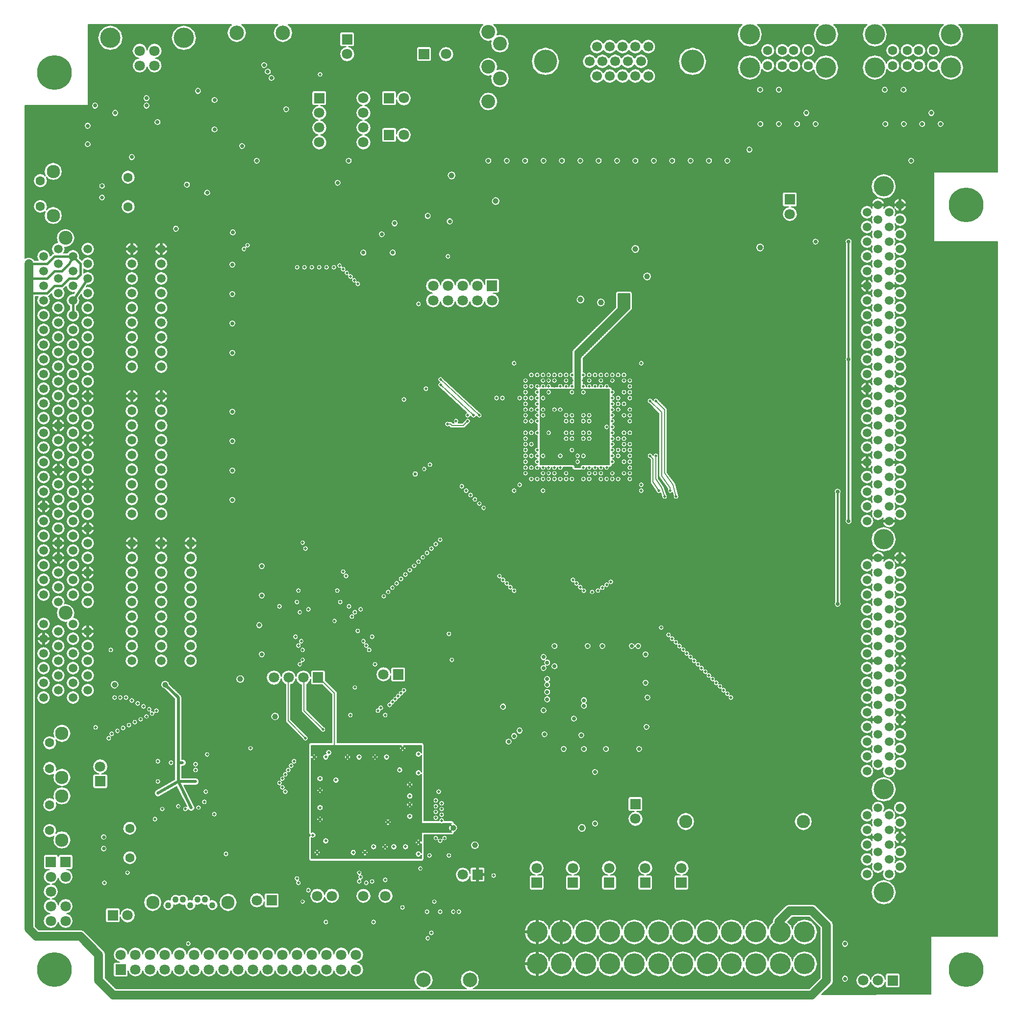
<source format=gbr>
%FSLAX34Y34*%
%MOMM*%
%LNCOPPER_INNER2*%
G71*
G01*
%ADD10C, 0.46*%
%ADD11C, 1.80*%
%ADD12C, 1.60*%
%ADD13C, 2.30*%
%ADD14C, 1.50*%
%ADD15C, 2.40*%
%ADD16C, 0.63*%
%ADD17C, 1.00*%
%ADD18C, 0.70*%
%ADD19C, 1.10*%
%ADD20C, 2.30*%
%ADD21C, 2.50*%
%ADD22C, 1.80*%
%ADD23C, 0.60*%
%ADD24C, 2.40*%
%ADD25C, 1.70*%
%ADD26C, 2.29*%
%ADD27C, 1.02*%
%ADD28C, 3.50*%
%ADD29C, 3.60*%
%ADD30C, 4.00*%
%ADD31C, 6.00*%
%ADD32C, 0.40*%
%ADD33C, 1.50*%
%ADD34C, 0.50*%
%ADD35C, 0.15*%
%ADD36C, 0.20*%
%ADD37C, 0.30*%
%LPD*%
X35001Y297510D02*
G54D10*
D03*
X55118Y167335D02*
G54D11*
D03*
X80518Y167335D02*
G54D11*
D03*
X55118Y192735D02*
G54D11*
D03*
G36*
X46114Y252538D02*
X64122Y252538D01*
X64122Y234530D01*
X46114Y234530D01*
X46114Y252538D01*
G37*
G36*
X71514Y252538D02*
X89522Y252538D01*
X89522Y234530D01*
X71514Y234530D01*
X71514Y252538D01*
G37*
X53086Y298044D02*
G54D12*
D03*
X53086Y342493D02*
G54D12*
D03*
X87503Y340004D02*
G54D10*
D03*
X74168Y389585D02*
G54D13*
D03*
X53086Y405079D02*
G54D12*
D03*
X74168Y465784D02*
G54D13*
D03*
X53086Y449529D02*
G54D12*
D03*
X87503Y447497D02*
G54D10*
D03*
X93218Y527710D02*
G54D14*
D03*
X67818Y565810D02*
G54D14*
D03*
X93218Y553110D02*
G54D14*
D03*
X93218Y578510D02*
G54D14*
D03*
X67818Y540410D02*
G54D14*
D03*
X93218Y603910D02*
G54D14*
D03*
X67818Y642010D02*
G54D14*
D03*
X93218Y629310D02*
G54D14*
D03*
X93218Y654710D02*
G54D14*
D03*
X67818Y616610D02*
G54D14*
D03*
X67818Y718210D02*
G54D14*
D03*
X93218Y730910D02*
G54D14*
D03*
X93218Y705510D02*
G54D14*
D03*
X67818Y692810D02*
G54D14*
D03*
X93218Y756310D02*
G54D14*
D03*
X67818Y794410D02*
G54D14*
D03*
X93218Y807110D02*
G54D14*
D03*
X67818Y769010D02*
G54D14*
D03*
X93218Y781710D02*
G54D14*
D03*
X93218Y832510D02*
G54D14*
D03*
X93218Y883310D02*
G54D14*
D03*
X67818Y870610D02*
G54D14*
D03*
X67818Y845210D02*
G54D14*
D03*
X93218Y857910D02*
G54D14*
D03*
X93218Y908710D02*
G54D14*
D03*
X67818Y946810D02*
G54D14*
D03*
X93218Y959510D02*
G54D14*
D03*
X67818Y921410D02*
G54D14*
D03*
X93218Y934110D02*
G54D14*
D03*
X93218Y984910D02*
G54D14*
D03*
X67818Y1023010D02*
G54D14*
D03*
X93218Y1035710D02*
G54D14*
D03*
X93218Y1010310D02*
G54D14*
D03*
X67818Y997610D02*
G54D14*
D03*
X93218Y1061110D02*
G54D14*
D03*
X67818Y1099210D02*
G54D14*
D03*
X93218Y1111910D02*
G54D14*
D03*
X67818Y1073810D02*
G54D14*
D03*
X93218Y1086510D02*
G54D14*
D03*
X93218Y1137310D02*
G54D14*
D03*
X67818Y1175410D02*
G54D14*
D03*
X93218Y1188110D02*
G54D14*
D03*
X67818Y1150010D02*
G54D14*
D03*
X93218Y1162710D02*
G54D14*
D03*
X93218Y1213510D02*
G54D14*
D03*
X93218Y1264310D02*
G54D14*
D03*
X67818Y1251610D02*
G54D14*
D03*
X67818Y1226210D02*
G54D14*
D03*
X93218Y1238910D02*
G54D14*
D03*
X93218Y1289710D02*
G54D14*
D03*
X67818Y1302410D02*
G54D14*
D03*
X80518Y1321460D02*
G54D15*
D03*
X175768Y83210D02*
G54D11*
D03*
G36*
X153302Y160490D02*
X171310Y160490D01*
X171310Y142482D01*
X153302Y142482D01*
X153302Y160490D01*
G37*
X129997Y181254D02*
G54D10*
D03*
X187503Y224993D02*
G54D10*
D03*
X146354Y266700D02*
G54D16*
D03*
X147498Y222504D02*
G54D10*
D03*
X190018Y322503D02*
G54D10*
D03*
X127508Y318744D02*
G54D10*
D03*
X150012Y323748D02*
G54D10*
D03*
X140335Y408457D02*
G54D11*
D03*
G36*
X131331Y392061D02*
X149339Y392061D01*
X149339Y374053D01*
X131331Y374053D01*
X131331Y392061D01*
G37*
X159995Y464998D02*
G54D10*
D03*
X170002Y470001D02*
G54D10*
D03*
X180010Y475005D02*
G54D10*
D03*
X190018Y480009D02*
G54D10*
D03*
X155016Y457505D02*
G54D10*
D03*
X132512Y476250D02*
G54D10*
D03*
X185014Y527506D02*
G54D10*
D03*
X164998Y549986D02*
G54D17*
D03*
X175006Y527506D02*
G54D10*
D03*
X164998Y527506D02*
G54D10*
D03*
X158750Y610006D02*
G54D10*
D03*
X143459Y1411224D02*
G54D16*
D03*
X143459Y1391234D02*
G54D16*
D03*
X131318Y1550060D02*
G54D18*
D03*
X166243Y1537360D02*
G54D18*
D03*
X251968Y83210D02*
G54D11*
D03*
X226568Y83210D02*
G54D11*
D03*
X257988Y168960D02*
G54D19*
D03*
X230988Y173735D02*
G54D20*
D03*
X262509Y340004D02*
G54D10*
D03*
X235001Y317500D02*
G54D10*
D03*
X247498Y335001D02*
G54D10*
D03*
X240004Y417499D02*
G54D10*
D03*
X262509Y414985D02*
G54D10*
D03*
X240004Y397509D02*
G54D10*
D03*
X240004Y382498D02*
G54D10*
D03*
X200000Y484988D02*
G54D10*
D03*
X210007Y489991D02*
G54D10*
D03*
X220015Y494995D02*
G54D10*
D03*
X229997Y499998D02*
G54D10*
D03*
X237515Y505003D02*
G54D10*
D03*
X224993Y507492D02*
G54D10*
D03*
X252501Y549986D02*
G54D17*
D03*
X245618Y642010D02*
G54D14*
D03*
X245618Y616610D02*
G54D14*
D03*
X245618Y718210D02*
G54D14*
D03*
X245618Y692810D02*
G54D14*
D03*
X245618Y794410D02*
G54D14*
D03*
X245618Y769010D02*
G54D14*
D03*
X245618Y845210D02*
G54D14*
D03*
X245618Y870610D02*
G54D14*
D03*
X245618Y921410D02*
G54D14*
D03*
X245618Y946810D02*
G54D14*
D03*
X245618Y997610D02*
G54D14*
D03*
X245618Y1023010D02*
G54D14*
D03*
X245618Y1099210D02*
G54D14*
D03*
X245618Y1175410D02*
G54D14*
D03*
X245618Y1150010D02*
G54D14*
D03*
X245618Y1251610D02*
G54D14*
D03*
X245618Y1226210D02*
G54D14*
D03*
X245618Y1302410D02*
G54D14*
D03*
X239268Y1521485D02*
G54D18*
D03*
X220218Y1562760D02*
G54D18*
D03*
X220218Y1550060D02*
G54D18*
D03*
X233959Y1644624D02*
G54D11*
D03*
X233959Y1619225D02*
G54D11*
D03*
X208560Y1644624D02*
G54D11*
D03*
X208560Y1619225D02*
G54D11*
D03*
X328168Y83210D02*
G54D11*
D03*
X302768Y83210D02*
G54D11*
D03*
X292506Y102489D02*
G54D10*
D03*
X283388Y178485D02*
G54D19*
D03*
X321488Y178485D02*
G54D19*
D03*
X308788Y178485D02*
G54D19*
D03*
X334188Y168960D02*
G54D19*
D03*
X296088Y168960D02*
G54D19*
D03*
X287502Y335001D02*
G54D10*
D03*
X310007Y337490D02*
G54D10*
D03*
X320014Y347497D02*
G54D10*
D03*
X320014Y354990D02*
G54D10*
D03*
X297510Y337490D02*
G54D10*
D03*
X337516Y326238D02*
G54D10*
D03*
X282499Y414985D02*
G54D10*
D03*
X305004Y412496D02*
G54D10*
D03*
X305004Y402488D02*
G54D10*
D03*
X322504Y394995D02*
G54D10*
D03*
X305004Y382498D02*
G54D10*
D03*
X324993Y429285D02*
G54D10*
D03*
X296418Y616610D02*
G54D14*
D03*
X296418Y642010D02*
G54D14*
D03*
X296418Y692810D02*
G54D14*
D03*
X296418Y718210D02*
G54D14*
D03*
X296418Y769010D02*
G54D14*
D03*
X296418Y794410D02*
G54D14*
D03*
X324993Y1399412D02*
G54D18*
D03*
X290068Y1413535D02*
G54D18*
D03*
X309118Y1575460D02*
G54D18*
D03*
X337693Y1559585D02*
G54D18*
D03*
X404368Y83210D02*
G54D11*
D03*
X378968Y83210D02*
G54D11*
D03*
X411048Y177241D02*
G54D11*
D03*
X357505Y257504D02*
G54D10*
D03*
X382143Y559460D02*
G54D17*
D03*
X415010Y652501D02*
G54D18*
D03*
X368580Y869010D02*
G54D18*
D03*
X368580Y919810D02*
G54D18*
D03*
X368580Y1021409D02*
G54D18*
D03*
X368580Y1173810D02*
G54D18*
D03*
X368580Y1224610D02*
G54D18*
D03*
X388493Y1302410D02*
G54D10*
D03*
X394843Y1308760D02*
G54D10*
D03*
X369443Y1330985D02*
G54D18*
D03*
X410718Y1454810D02*
G54D18*
D03*
X385318Y1480210D02*
G54D18*
D03*
X391668Y1537360D02*
G54D18*
D03*
X376022Y1675866D02*
G54D21*
D03*
X480568Y83210D02*
G54D11*
D03*
X455168Y83210D02*
G54D11*
D03*
X490016Y175006D02*
G54D10*
D03*
G36*
X427444Y186245D02*
X445453Y186245D01*
X445453Y168237D01*
X427444Y168237D01*
X427444Y186245D01*
G37*
X467512Y145008D02*
G54D10*
D03*
X480009Y214986D02*
G54D10*
D03*
X459994Y394995D02*
G54D10*
D03*
X450012Y380009D02*
G54D10*
D03*
X455016Y387502D02*
G54D10*
D03*
X464998Y402488D02*
G54D10*
D03*
X470002Y410007D02*
G54D10*
D03*
X475006Y417499D02*
G54D10*
D03*
X455016Y372491D02*
G54D10*
D03*
X442494Y494995D02*
G54D17*
D03*
X494995Y457505D02*
G54D10*
D03*
X485013Y584987D02*
G54D10*
D03*
X440258Y562254D02*
G54D11*
D03*
X465658Y562254D02*
G54D11*
D03*
X481280Y651535D02*
G54D18*
D03*
X481280Y600735D02*
G54D18*
D03*
X490016Y610006D02*
G54D10*
D03*
X482498Y617499D02*
G54D10*
D03*
X487502Y624992D02*
G54D10*
D03*
X477494Y632485D02*
G54D10*
D03*
X481280Y702335D02*
G54D18*
D03*
X485013Y675005D02*
G54D10*
D03*
X450012Y684987D02*
G54D10*
D03*
X480009Y692505D02*
G54D10*
D03*
X482498Y712495D02*
G54D10*
D03*
X481280Y753135D02*
G54D18*
D03*
X494995Y784987D02*
G54D10*
D03*
X490016Y794994D02*
G54D10*
D03*
X430479Y867435D02*
G54D18*
D03*
X430479Y918235D02*
G54D18*
D03*
X430479Y1019835D02*
G54D18*
D03*
X430479Y1172235D02*
G54D18*
D03*
X430479Y1223035D02*
G54D18*
D03*
X480568Y1270660D02*
G54D10*
D03*
X493268Y1270660D02*
G54D10*
D03*
X461518Y1543710D02*
G54D18*
D03*
X429768Y1608784D02*
G54D18*
D03*
X436118Y1597685D02*
G54D18*
D03*
X456032Y1675866D02*
G54D21*
D03*
X556768Y83210D02*
G54D11*
D03*
X531368Y83210D02*
G54D11*
D03*
X515112Y184988D02*
G54D22*
D03*
X540512Y184988D02*
G54D22*
D03*
X529996Y140005D02*
G54D10*
D03*
X515010Y259994D02*
G54D10*
D03*
X529996Y280009D02*
G54D10*
D03*
X520014Y337490D02*
G54D10*
D03*
X520014Y317500D02*
G54D10*
D03*
X520014Y387502D02*
G54D10*
D03*
X520014Y367487D02*
G54D10*
D03*
X567512Y424992D02*
G54D10*
D03*
X529996Y424992D02*
G54D10*
D03*
X510007Y424992D02*
G54D10*
D03*
X547497Y384987D02*
G54D10*
D03*
X535000Y432485D02*
G54D10*
D03*
X525018Y472490D02*
G54D10*
D03*
G36*
X507454Y571258D02*
X525462Y571258D01*
X525462Y553250D01*
X507454Y553250D01*
X507454Y571258D01*
G37*
X545008Y659993D02*
G54D10*
D03*
X570001Y684987D02*
G54D10*
D03*
X555015Y692505D02*
G54D10*
D03*
X550012Y712495D02*
G54D10*
D03*
X564998Y737489D02*
G54D10*
D03*
X505968Y1270660D02*
G54D10*
D03*
X518668Y1270660D02*
G54D10*
D03*
X531368Y1270660D02*
G54D10*
D03*
X544068Y1270660D02*
G54D10*
D03*
X559943Y1267485D02*
G54D10*
D03*
X566293Y1261135D02*
G54D10*
D03*
X550418Y1416710D02*
G54D18*
D03*
X518668Y1486560D02*
G54D11*
D03*
X569468Y1454810D02*
G54D18*
D03*
G36*
X509664Y1571764D02*
X527672Y1571764D01*
X527672Y1553756D01*
X509664Y1553756D01*
X509664Y1571764D01*
G37*
X518668Y1537360D02*
G54D11*
D03*
X507543Y1637360D02*
G54D10*
D03*
X520242Y1604035D02*
G54D10*
D03*
X594944Y184988D02*
G54D22*
D03*
X633044Y184988D02*
G54D22*
D03*
X612496Y140005D02*
G54D10*
D03*
X647497Y270002D02*
G54D10*
D03*
X612496Y270002D02*
G54D10*
D03*
X632511Y270002D02*
G54D10*
D03*
X597510Y259994D02*
G54D10*
D03*
X587502Y224993D02*
G54D10*
D03*
X590016Y217500D02*
G54D10*
D03*
X637514Y312496D02*
G54D10*
D03*
X587502Y424992D02*
G54D10*
D03*
X635000Y424992D02*
G54D10*
D03*
X615010Y424992D02*
G54D10*
D03*
X620014Y505003D02*
G54D10*
D03*
X625018Y510006D02*
G54D10*
D03*
X632511Y497509D02*
G54D10*
D03*
X645008Y519988D02*
G54D10*
D03*
X615010Y584987D02*
G54D10*
D03*
X629616Y567486D02*
G54D11*
D03*
X599999Y617499D02*
G54D10*
D03*
X605002Y610006D02*
G54D10*
D03*
X585013Y642493D02*
G54D10*
D03*
X594995Y624992D02*
G54D10*
D03*
X610006Y632485D02*
G54D10*
D03*
X645008Y629996D02*
G54D10*
D03*
X590016Y680009D02*
G54D10*
D03*
X645008Y717499D02*
G54D10*
D03*
X637514Y710006D02*
G54D10*
D03*
X629996Y702487D02*
G54D10*
D03*
X585343Y1242085D02*
G54D10*
D03*
X626618Y1327810D02*
G54D18*
D03*
X594868Y1296060D02*
G54D18*
D03*
X645668Y1296060D02*
G54D18*
D03*
X594868Y1486560D02*
G54D11*
D03*
X594868Y1562760D02*
G54D11*
D03*
X594868Y1537360D02*
G54D11*
D03*
G36*
X630314Y1571764D02*
X648322Y1571764D01*
X648322Y1553756D01*
X630314Y1553756D01*
X630314Y1571764D01*
G37*
X640892Y1631010D02*
G54D10*
D03*
X698754Y39929D02*
G54D21*
D03*
X712343Y121310D02*
G54D10*
D03*
X705993Y111785D02*
G54D10*
D03*
X705002Y157505D02*
G54D10*
D03*
X717499Y175006D02*
G54D10*
D03*
X662508Y164998D02*
G54D10*
D03*
X685012Y189992D02*
G54D10*
D03*
X667512Y270002D02*
G54D10*
D03*
X690016Y257504D02*
G54D10*
D03*
X690016Y277494D02*
G54D10*
D03*
X709168Y254660D02*
G54D10*
D03*
X693293Y232435D02*
G54D10*
D03*
X675005Y322503D02*
G54D10*
D03*
X675005Y342493D02*
G54D10*
D03*
X675005Y357505D02*
G54D10*
D03*
X720014Y319989D02*
G54D10*
D03*
X720014Y329996D02*
G54D10*
D03*
X720014Y340004D02*
G54D10*
D03*
X720014Y349986D02*
G54D10*
D03*
X675005Y377494D02*
G54D10*
D03*
X690016Y429996D02*
G54D10*
D03*
X657504Y402488D02*
G54D10*
D03*
X690016Y397509D02*
G54D10*
D03*
X659994Y535000D02*
G54D10*
D03*
X664998Y540004D02*
G54D10*
D03*
X659994Y732485D02*
G54D10*
D03*
X712496Y784987D02*
G54D10*
D03*
X697510Y770000D02*
G54D10*
D03*
X690016Y762507D02*
G54D10*
D03*
X705002Y777494D02*
G54D10*
D03*
X682498Y754990D02*
G54D10*
D03*
X720014Y792505D02*
G54D10*
D03*
X684479Y913815D02*
G54D23*
D03*
X666801Y931494D02*
G54D23*
D03*
X710006Y929995D02*
G54D10*
D03*
X699998Y922503D02*
G54D10*
D03*
X664998Y1042491D02*
G54D10*
D03*
X664998Y1082497D02*
G54D10*
D03*
X705002Y1082497D02*
G54D10*
D03*
X702818Y1061110D02*
G54D10*
D03*
X715518Y1213510D02*
G54D11*
D03*
X715518Y1238910D02*
G54D11*
D03*
X690016Y1207490D02*
G54D10*
D03*
X705993Y1359560D02*
G54D18*
D03*
X664718Y1562760D02*
G54D11*
D03*
G36*
X690638Y1647964D02*
X708648Y1647964D01*
X708648Y1629956D01*
X690638Y1629956D01*
X690638Y1647964D01*
G37*
X778764Y39929D02*
G54D21*
D03*
X737514Y175006D02*
G54D10*
D03*
X750011Y157505D02*
G54D10*
D03*
X759994Y157505D02*
G54D10*
D03*
X766648Y221691D02*
G54D11*
D03*
G36*
X783044Y230695D02*
X801052Y230695D01*
X801052Y212687D01*
X783044Y212687D01*
X783044Y230695D01*
G37*
X787502Y272491D02*
G54D17*
D03*
X742492Y254990D02*
G54D10*
D03*
X750011Y302488D02*
G54D17*
D03*
X742492Y637489D02*
G54D10*
D03*
X772516Y884986D02*
G54D10*
D03*
X780008Y877494D02*
G54D10*
D03*
X787502Y870000D02*
G54D10*
D03*
X794994Y862507D02*
G54D10*
D03*
X794994Y1015009D02*
G54D10*
D03*
X785012Y1015009D02*
G54D10*
D03*
X775004Y1015009D02*
G54D10*
D03*
X755015Y1005001D02*
G54D10*
D03*
X740004Y999998D02*
G54D10*
D03*
X775004Y1005001D02*
G54D10*
D03*
X792506Y1077493D02*
G54D10*
D03*
X766318Y1213510D02*
G54D11*
D03*
X766318Y1238910D02*
G54D11*
D03*
X791718Y1213510D02*
G54D11*
D03*
X791718Y1238910D02*
G54D11*
D03*
X740918Y1213510D02*
G54D11*
D03*
X740918Y1238910D02*
G54D11*
D03*
X740918Y1289710D02*
G54D10*
D03*
X820014Y219989D02*
G54D10*
D03*
X864743Y470560D02*
G54D18*
D03*
X855218Y461035D02*
G54D18*
D03*
X845693Y451510D02*
G54D18*
D03*
X855218Y711860D02*
G54D10*
D03*
X848868Y718210D02*
G54D10*
D03*
X842518Y724560D02*
G54D10*
D03*
X836168Y730910D02*
G54D10*
D03*
X829818Y737260D02*
G54D10*
D03*
X864997Y884986D02*
G54D10*
D03*
X855015Y884986D02*
G54D10*
D03*
X875004Y924992D02*
G54D10*
D03*
X875004Y915009D02*
G54D10*
D03*
X875004Y954989D02*
G54D10*
D03*
X875004Y945007D02*
G54D10*
D03*
X875004Y934999D02*
G54D10*
D03*
X875004Y964996D02*
G54D10*
D03*
X875004Y1005001D02*
G54D10*
D03*
X875004Y984986D02*
G54D10*
D03*
X875004Y1024991D02*
G54D10*
D03*
X875004Y1015009D02*
G54D10*
D03*
X875004Y1034999D02*
G54D10*
D03*
X864997Y1105001D02*
G54D10*
D03*
X855015Y1105001D02*
G54D10*
D03*
X875004Y1075004D02*
G54D10*
D03*
X875004Y1064996D02*
G54D10*
D03*
X875004Y1054989D02*
G54D10*
D03*
X817118Y1213510D02*
G54D11*
D03*
G36*
X808114Y1247914D02*
X826122Y1247914D01*
X826122Y1229906D01*
X808114Y1229906D01*
X808114Y1247914D01*
G37*
X823468Y1384960D02*
G54D17*
D03*
X810768Y1454810D02*
G54D18*
D03*
X842518Y1454810D02*
G54D18*
D03*
X874268Y1454810D02*
G54D18*
D03*
X830758Y1597050D02*
G54D24*
D03*
X894207Y233350D02*
G54D11*
D03*
X893318Y407060D02*
G54D18*
D03*
X907593Y476910D02*
G54D18*
D03*
X907593Y464210D02*
G54D18*
D03*
X906018Y505485D02*
G54D18*
D03*
X912368Y524535D02*
G54D18*
D03*
X906018Y578510D02*
G54D18*
D03*
X912368Y559460D02*
G54D18*
D03*
X912368Y549935D02*
G54D18*
D03*
X912368Y537235D02*
G54D18*
D03*
X925068Y581685D02*
G54D18*
D03*
X906018Y597560D02*
G54D18*
D03*
X925068Y616610D02*
G54D18*
D03*
X937768Y616610D02*
G54D18*
D03*
X905002Y884986D02*
G54D10*
D03*
X894994Y924992D02*
G54D10*
D03*
X894994Y905002D02*
G54D10*
D03*
X894994Y915009D02*
G54D10*
D03*
X894994Y954989D02*
G54D10*
D03*
X894994Y945007D02*
G54D10*
D03*
X894994Y934999D02*
G54D10*
D03*
X885012Y924992D02*
G54D10*
D03*
X885012Y905002D02*
G54D10*
D03*
X885012Y915009D02*
G54D10*
D03*
X885012Y954989D02*
G54D10*
D03*
X885012Y945007D02*
G54D10*
D03*
X885012Y934999D02*
G54D10*
D03*
X935000Y924992D02*
G54D10*
D03*
X925018Y924992D02*
G54D10*
D03*
X925018Y915009D02*
G54D10*
D03*
X925018Y905002D02*
G54D10*
D03*
X935000Y905002D02*
G54D10*
D03*
X935000Y915009D02*
G54D10*
D03*
X915010Y924992D02*
G54D10*
D03*
X915010Y915009D02*
G54D10*
D03*
X915010Y905002D02*
G54D10*
D03*
X935000Y945007D02*
G54D10*
D03*
X905002Y924992D02*
G54D10*
D03*
X905002Y915009D02*
G54D10*
D03*
X905002Y905002D02*
G54D10*
D03*
X905002Y945007D02*
G54D10*
D03*
X905002Y934999D02*
G54D10*
D03*
X885012Y964996D02*
G54D10*
D03*
X935000Y964996D02*
G54D10*
D03*
X945007Y915009D02*
G54D10*
D03*
X945007Y905002D02*
G54D10*
D03*
X945007Y964996D02*
G54D10*
D03*
X894994Y1005001D02*
G54D10*
D03*
X894994Y984986D02*
G54D10*
D03*
X894994Y1024991D02*
G54D10*
D03*
X894994Y1015009D02*
G54D10*
D03*
X885012Y1005001D02*
G54D10*
D03*
X885012Y984986D02*
G54D10*
D03*
X885012Y1024991D02*
G54D10*
D03*
X885012Y1015009D02*
G54D10*
D03*
X935000Y1005001D02*
G54D10*
D03*
X935000Y984986D02*
G54D10*
D03*
X915010Y984986D02*
G54D10*
D03*
X925018Y1024991D02*
G54D10*
D03*
X935000Y1024991D02*
G54D10*
D03*
X925018Y1015009D02*
G54D10*
D03*
X935000Y1015009D02*
G54D10*
D03*
X905002Y1024991D02*
G54D10*
D03*
X905002Y1015009D02*
G54D10*
D03*
X894994Y1034999D02*
G54D10*
D03*
X885012Y1034999D02*
G54D10*
D03*
X945007Y1005001D02*
G54D10*
D03*
X945007Y984986D02*
G54D10*
D03*
X945007Y1024991D02*
G54D10*
D03*
X945007Y1015009D02*
G54D10*
D03*
X894994Y1075004D02*
G54D10*
D03*
X894994Y1084986D02*
G54D10*
D03*
X894994Y1064996D02*
G54D10*
D03*
X894994Y1054989D02*
G54D10*
D03*
X885012Y1075004D02*
G54D10*
D03*
X885012Y1084986D02*
G54D10*
D03*
X885012Y1064996D02*
G54D10*
D03*
X885012Y1054989D02*
G54D10*
D03*
X925018Y1075004D02*
G54D10*
D03*
X935000Y1075004D02*
G54D10*
D03*
X925018Y1084986D02*
G54D10*
D03*
X935000Y1084986D02*
G54D10*
D03*
X935000Y1064996D02*
G54D10*
D03*
X925018Y1064996D02*
G54D10*
D03*
X915010Y1075004D02*
G54D10*
D03*
X915010Y1084986D02*
G54D10*
D03*
X915010Y1064996D02*
G54D10*
D03*
X915010Y1054989D02*
G54D10*
D03*
X905002Y1075004D02*
G54D10*
D03*
X905002Y1084986D02*
G54D10*
D03*
X905002Y1064996D02*
G54D10*
D03*
X905002Y1054989D02*
G54D10*
D03*
X945007Y1075004D02*
G54D10*
D03*
X945007Y1084986D02*
G54D10*
D03*
X945007Y1064996D02*
G54D10*
D03*
X906018Y1454810D02*
G54D18*
D03*
X937768Y1454810D02*
G54D18*
D03*
X1019200Y233350D02*
G54D11*
D03*
X972261Y302386D02*
G54D17*
D03*
X994994Y310007D02*
G54D18*
D03*
X994918Y399110D02*
G54D18*
D03*
X971093Y462610D02*
G54D18*
D03*
X975868Y584860D02*
G54D18*
D03*
X975868Y522935D02*
G54D18*
D03*
X975868Y565810D02*
G54D18*
D03*
X975868Y556285D02*
G54D18*
D03*
X1007618Y616610D02*
G54D18*
D03*
X1020318Y616610D02*
G54D18*
D03*
X969518Y616610D02*
G54D18*
D03*
X982218Y616610D02*
G54D18*
D03*
X963168Y724560D02*
G54D10*
D03*
X969518Y718210D02*
G54D10*
D03*
X975868Y711860D02*
G54D10*
D03*
X990016Y710006D02*
G54D10*
D03*
X999998Y712495D02*
G54D10*
D03*
X1007516Y717499D02*
G54D10*
D03*
X1015010Y722502D02*
G54D10*
D03*
X1022502Y727507D02*
G54D10*
D03*
X964997Y945007D02*
G54D10*
D03*
X964997Y934999D02*
G54D10*
D03*
X985012Y924992D02*
G54D10*
D03*
X985012Y915009D02*
G54D10*
D03*
X985012Y905002D02*
G54D10*
D03*
X1015010Y924992D02*
G54D10*
D03*
X994994Y924992D02*
G54D10*
D03*
X1005002Y924992D02*
G54D10*
D03*
X1015010Y905002D02*
G54D10*
D03*
X1015010Y915009D02*
G54D10*
D03*
X1005002Y915009D02*
G54D10*
D03*
X994994Y915009D02*
G54D10*
D03*
X994994Y905002D02*
G54D10*
D03*
X1005002Y905002D02*
G54D10*
D03*
X985012Y945007D02*
G54D10*
D03*
X994994Y945007D02*
G54D10*
D03*
X1015010Y934999D02*
G54D10*
D03*
X975004Y924992D02*
G54D10*
D03*
X975004Y905002D02*
G54D10*
D03*
X975004Y915009D02*
G54D10*
D03*
X975004Y945007D02*
G54D10*
D03*
X985012Y964996D02*
G54D10*
D03*
X975004Y964996D02*
G54D10*
D03*
X1025017Y915009D02*
G54D10*
D03*
X1025017Y905002D02*
G54D10*
D03*
X1025017Y954989D02*
G54D10*
D03*
X1025017Y945007D02*
G54D10*
D03*
X1025017Y934999D02*
G54D10*
D03*
X1025017Y964996D02*
G54D10*
D03*
X985012Y1005001D02*
G54D10*
D03*
X985012Y984986D02*
G54D10*
D03*
X1015010Y994994D02*
G54D10*
D03*
X994994Y1005001D02*
G54D10*
D03*
X994994Y984986D02*
G54D10*
D03*
X985012Y1024991D02*
G54D10*
D03*
X994994Y1024991D02*
G54D10*
D03*
X985012Y1015009D02*
G54D10*
D03*
X994994Y1015009D02*
G54D10*
D03*
X975004Y1005001D02*
G54D10*
D03*
X975004Y984986D02*
G54D10*
D03*
X975004Y1024991D02*
G54D10*
D03*
X975004Y1015009D02*
G54D10*
D03*
X1025017Y994994D02*
G54D10*
D03*
X1025017Y1005001D02*
G54D10*
D03*
X1025017Y984986D02*
G54D10*
D03*
X1025017Y1024991D02*
G54D10*
D03*
X1025017Y1015009D02*
G54D10*
D03*
X1025017Y1034999D02*
G54D10*
D03*
X985012Y1075004D02*
G54D10*
D03*
X985012Y1084986D02*
G54D10*
D03*
X985012Y1064996D02*
G54D10*
D03*
X1015010Y1075004D02*
G54D10*
D03*
X1005002Y1075004D02*
G54D10*
D03*
X994994Y1075004D02*
G54D10*
D03*
X1015010Y1084986D02*
G54D10*
D03*
X1005002Y1084986D02*
G54D10*
D03*
X994994Y1084986D02*
G54D10*
D03*
X1015010Y1064996D02*
G54D10*
D03*
X994994Y1064996D02*
G54D10*
D03*
X1005002Y1064996D02*
G54D10*
D03*
X1015010Y1054989D02*
G54D10*
D03*
X975004Y1075004D02*
G54D10*
D03*
X975004Y1084986D02*
G54D10*
D03*
X975004Y1064996D02*
G54D10*
D03*
X975004Y1054989D02*
G54D10*
D03*
X1025017Y1075004D02*
G54D10*
D03*
X1025017Y1084986D02*
G54D10*
D03*
X1025017Y1054989D02*
G54D10*
D03*
X970000Y1215009D02*
G54D17*
D03*
X1005002Y1210004D02*
G54D17*
D03*
X969518Y1454810D02*
G54D18*
D03*
X1001268Y1454810D02*
G54D18*
D03*
X985393Y1626260D02*
G54D25*
D03*
X1007618Y1626260D02*
G54D25*
D03*
X998093Y1600860D02*
G54D25*
D03*
X1020318Y1600860D02*
G54D25*
D03*
X1081710Y233350D02*
G54D11*
D03*
X1064768Y318160D02*
G54D11*
D03*
G36*
X1055764Y352564D02*
X1073772Y352564D01*
X1073772Y334556D01*
X1055764Y334556D01*
X1055764Y352564D01*
G37*
X1083818Y489610D02*
G54D18*
D03*
X1083818Y476910D02*
G54D18*
D03*
X1085392Y527710D02*
G54D18*
D03*
X1082218Y565810D02*
G54D18*
D03*
X1082218Y553110D02*
G54D18*
D03*
X1082218Y578510D02*
G54D18*
D03*
X1082218Y602310D02*
G54D18*
D03*
X1058418Y616610D02*
G54D18*
D03*
X1069518Y616610D02*
G54D18*
D03*
X1075004Y884986D02*
G54D10*
D03*
X1064996Y884986D02*
G54D10*
D03*
X1045006Y924992D02*
G54D10*
D03*
X1045006Y915009D02*
G54D10*
D03*
X1045006Y905002D02*
G54D10*
D03*
X1045006Y954989D02*
G54D10*
D03*
X1045006Y945007D02*
G54D10*
D03*
X1045006Y934999D02*
G54D10*
D03*
X1055014Y924992D02*
G54D10*
D03*
X1055014Y915009D02*
G54D10*
D03*
X1055014Y905002D02*
G54D10*
D03*
X1055014Y954989D02*
G54D10*
D03*
X1055014Y945007D02*
G54D10*
D03*
X1055014Y934999D02*
G54D10*
D03*
X1045006Y964996D02*
G54D10*
D03*
X1055014Y964996D02*
G54D10*
D03*
X1099998Y945007D02*
G54D10*
D03*
X1090016Y945007D02*
G54D10*
D03*
X1045006Y1005001D02*
G54D10*
D03*
X1045006Y984986D02*
G54D10*
D03*
X1045006Y1024991D02*
G54D10*
D03*
X1045006Y1015009D02*
G54D10*
D03*
X1045006Y1034999D02*
G54D10*
D03*
X1055014Y1005001D02*
G54D10*
D03*
X1055014Y984986D02*
G54D10*
D03*
X1055014Y1024991D02*
G54D10*
D03*
X1055014Y1015009D02*
G54D10*
D03*
X1099998Y1040002D02*
G54D10*
D03*
X1090016Y1040002D02*
G54D10*
D03*
X1045006Y1075004D02*
G54D10*
D03*
X1045006Y1084986D02*
G54D10*
D03*
X1045006Y1064996D02*
G54D10*
D03*
X1045006Y1054989D02*
G54D10*
D03*
X1075004Y1105001D02*
G54D10*
D03*
X1064996Y1105001D02*
G54D10*
D03*
X1055014Y1075004D02*
G54D10*
D03*
X1055014Y1064996D02*
G54D10*
D03*
X1055014Y1054989D02*
G54D10*
D03*
X1045006Y1215009D02*
G54D17*
D03*
X1085012Y1254988D02*
G54D17*
D03*
X1064768Y1302410D02*
G54D17*
D03*
X1064768Y1454810D02*
G54D18*
D03*
X1096518Y1454810D02*
G54D18*
D03*
X1052068Y1626260D02*
G54D25*
D03*
X1074293Y1626260D02*
G54D25*
D03*
X1064768Y1600860D02*
G54D25*
D03*
X1086993Y1600860D02*
G54D25*
D03*
X1144194Y233350D02*
G54D11*
D03*
X1151534Y313410D02*
G54D26*
D03*
X1172718Y584860D02*
G54D10*
D03*
X1179068Y578510D02*
G54D10*
D03*
X1121918Y635660D02*
G54D10*
D03*
X1128268Y629310D02*
G54D10*
D03*
X1134618Y622960D02*
G54D10*
D03*
X1140968Y616610D02*
G54D10*
D03*
X1147318Y610260D02*
G54D10*
D03*
X1153668Y603910D02*
G54D10*
D03*
X1160018Y597560D02*
G54D10*
D03*
X1125016Y884986D02*
G54D10*
D03*
X1134999Y875004D02*
G54D10*
D03*
X1115009Y875004D02*
G54D10*
D03*
X1128268Y1454810D02*
G54D18*
D03*
X1160018Y1454810D02*
G54D18*
D03*
X1191768Y565810D02*
G54D10*
D03*
X1204468Y553110D02*
G54D10*
D03*
X1210818Y546760D02*
G54D10*
D03*
X1223518Y534060D02*
G54D10*
D03*
X1217168Y540410D02*
G54D10*
D03*
X1198118Y559460D02*
G54D10*
D03*
X1229868Y527710D02*
G54D10*
D03*
X1191768Y1454810D02*
G54D18*
D03*
X1223518Y1454810D02*
G54D18*
D03*
X1280008Y1305001D02*
G54D17*
D03*
X1280008Y1345006D02*
G54D17*
D03*
X1280668Y1518310D02*
G54D18*
D03*
X1312418Y1518310D02*
G54D18*
D03*
X1296543Y1537360D02*
G54D18*
D03*
X1293368Y1619300D02*
G54D12*
D03*
X1293368Y1645310D02*
G54D12*
D03*
X1318362Y1619300D02*
G54D12*
D03*
X1318362Y1645310D02*
G54D12*
D03*
X1354734Y313410D02*
G54D26*
D03*
X1375918Y1315110D02*
G54D18*
D03*
X1344168Y1518310D02*
G54D18*
D03*
X1375918Y1518310D02*
G54D18*
D03*
X1360043Y1537360D02*
G54D18*
D03*
X1363345Y1619300D02*
G54D12*
D03*
X1363345Y1645310D02*
G54D12*
D03*
X1458468Y38760D02*
G54D11*
D03*
X1426718Y41935D02*
G54D18*
D03*
X1426718Y102260D02*
G54D18*
D03*
X1464818Y222910D02*
G54D14*
D03*
X1464818Y248310D02*
G54D14*
D03*
X1464818Y273710D02*
G54D14*
D03*
X1464818Y299110D02*
G54D14*
D03*
X1464818Y324510D02*
G54D14*
D03*
X1464818Y400710D02*
G54D14*
D03*
X1464818Y426110D02*
G54D14*
D03*
X1464818Y451510D02*
G54D14*
D03*
X1464818Y476910D02*
G54D14*
D03*
X1464818Y502310D02*
G54D14*
D03*
X1464818Y527710D02*
G54D14*
D03*
X1464818Y553110D02*
G54D14*
D03*
X1464818Y578510D02*
G54D14*
D03*
X1464818Y603910D02*
G54D14*
D03*
X1464818Y629310D02*
G54D14*
D03*
X1464818Y654710D02*
G54D14*
D03*
X1464818Y680110D02*
G54D14*
D03*
X1464818Y705510D02*
G54D14*
D03*
X1464818Y730910D02*
G54D14*
D03*
X1464818Y756310D02*
G54D14*
D03*
X1464818Y832510D02*
G54D14*
D03*
X1464818Y857910D02*
G54D14*
D03*
X1464818Y883310D02*
G54D14*
D03*
X1433068Y832510D02*
G54D18*
D03*
X1464818Y908710D02*
G54D14*
D03*
X1464818Y934110D02*
G54D14*
D03*
X1464818Y959510D02*
G54D14*
D03*
X1464818Y984910D02*
G54D14*
D03*
X1464818Y1010310D02*
G54D14*
D03*
X1464818Y1035710D02*
G54D14*
D03*
X1464818Y1061110D02*
G54D14*
D03*
X1464818Y1086510D02*
G54D14*
D03*
X1464818Y1111910D02*
G54D14*
D03*
X1433068Y1111910D02*
G54D18*
D03*
X1464818Y1137310D02*
G54D14*
D03*
X1464818Y1162710D02*
G54D14*
D03*
X1464818Y1188110D02*
G54D14*
D03*
X1464818Y1213510D02*
G54D14*
D03*
X1464818Y1238910D02*
G54D14*
D03*
X1464818Y1264310D02*
G54D14*
D03*
X1464818Y1289710D02*
G54D14*
D03*
X1464818Y1315110D02*
G54D14*
D03*
X1464818Y1340510D02*
G54D14*
D03*
X1433068Y1315110D02*
G54D18*
D03*
X1464818Y1365910D02*
G54D14*
D03*
X1423543Y1362735D02*
G54D18*
D03*
G36*
X1500264Y47764D02*
X1518272Y47764D01*
X1518272Y29756D01*
X1500264Y29756D01*
X1500264Y47764D01*
G37*
X1502918Y222910D02*
G54D14*
D03*
X1521968Y235610D02*
G54D14*
D03*
X1502918Y248310D02*
G54D14*
D03*
X1502918Y273710D02*
G54D14*
D03*
X1521968Y261010D02*
G54D14*
D03*
X1502918Y299110D02*
G54D14*
D03*
X1521968Y311810D02*
G54D14*
D03*
X1502918Y324510D02*
G54D14*
D03*
X1521968Y337210D02*
G54D14*
D03*
X1502918Y400710D02*
G54D14*
D03*
X1502918Y426110D02*
G54D14*
D03*
X1521968Y413410D02*
G54D14*
D03*
X1502918Y451510D02*
G54D14*
D03*
X1521968Y464210D02*
G54D14*
D03*
X1502918Y476910D02*
G54D14*
D03*
X1502918Y502310D02*
G54D14*
D03*
X1521968Y489610D02*
G54D14*
D03*
X1502918Y527710D02*
G54D14*
D03*
X1521968Y540410D02*
G54D14*
D03*
X1502918Y553110D02*
G54D14*
D03*
X1502918Y578510D02*
G54D14*
D03*
X1521968Y565810D02*
G54D14*
D03*
X1502918Y603910D02*
G54D14*
D03*
X1521968Y616610D02*
G54D14*
D03*
X1502918Y629310D02*
G54D14*
D03*
X1502918Y654710D02*
G54D14*
D03*
X1521968Y642010D02*
G54D14*
D03*
X1502918Y680110D02*
G54D14*
D03*
X1521968Y692810D02*
G54D14*
D03*
X1502918Y705510D02*
G54D14*
D03*
X1502918Y730910D02*
G54D14*
D03*
X1521968Y718210D02*
G54D14*
D03*
X1502918Y756310D02*
G54D14*
D03*
X1521968Y769010D02*
G54D14*
D03*
X1502918Y832510D02*
G54D14*
D03*
X1521968Y845210D02*
G54D14*
D03*
X1502918Y857910D02*
G54D14*
D03*
X1502918Y883310D02*
G54D14*
D03*
X1521968Y870610D02*
G54D14*
D03*
X1502918Y908710D02*
G54D14*
D03*
X1521968Y921410D02*
G54D14*
D03*
X1502918Y934110D02*
G54D14*
D03*
X1502918Y959510D02*
G54D14*
D03*
X1521968Y946810D02*
G54D14*
D03*
X1502918Y984910D02*
G54D14*
D03*
X1521968Y997610D02*
G54D14*
D03*
X1502918Y1010310D02*
G54D14*
D03*
X1502918Y1035710D02*
G54D14*
D03*
X1521968Y1023010D02*
G54D14*
D03*
X1502918Y1061110D02*
G54D14*
D03*
X1521968Y1073810D02*
G54D14*
D03*
X1502918Y1086510D02*
G54D14*
D03*
X1502918Y1111910D02*
G54D14*
D03*
X1521968Y1099210D02*
G54D14*
D03*
X1502918Y1137310D02*
G54D14*
D03*
X1521968Y1150010D02*
G54D14*
D03*
X1502918Y1162710D02*
G54D14*
D03*
X1502918Y1188110D02*
G54D14*
D03*
X1521968Y1175410D02*
G54D14*
D03*
X1502918Y1213510D02*
G54D14*
D03*
X1521968Y1226210D02*
G54D14*
D03*
X1502918Y1238910D02*
G54D14*
D03*
X1502918Y1264310D02*
G54D14*
D03*
X1521968Y1251610D02*
G54D14*
D03*
X1502918Y1289710D02*
G54D14*
D03*
X1521968Y1302410D02*
G54D14*
D03*
X1502918Y1315110D02*
G54D14*
D03*
X1502918Y1340510D02*
G54D14*
D03*
X1521968Y1327810D02*
G54D14*
D03*
X1502918Y1365910D02*
G54D14*
D03*
X1521968Y1378610D02*
G54D14*
D03*
X1541018Y1454810D02*
G54D18*
D03*
X1496568Y1518310D02*
G54D18*
D03*
X1528318Y1518310D02*
G54D18*
D03*
X1560068Y1518310D02*
G54D18*
D03*
X1512443Y1537360D02*
G54D18*
D03*
X1509268Y1619300D02*
G54D12*
D03*
X1509268Y1645310D02*
G54D12*
D03*
X1534262Y1619300D02*
G54D12*
D03*
X1534262Y1645310D02*
G54D12*
D03*
X1554251Y1619300D02*
G54D12*
D03*
X1554251Y1645310D02*
G54D12*
D03*
X1610868Y1092860D02*
G54D27*
D03*
X1591818Y1518310D02*
G54D18*
D03*
X1575943Y1537360D02*
G54D18*
D03*
X1579245Y1619300D02*
G54D12*
D03*
X1579245Y1645310D02*
G54D12*
D03*
X1609877Y1615897D02*
G54D28*
D03*
X55118Y141935D02*
G54D11*
D03*
X80518Y141935D02*
G54D11*
D03*
X55118Y218135D02*
G54D11*
D03*
X80518Y218135D02*
G54D11*
D03*
X74168Y281635D02*
G54D13*
D03*
X74168Y357835D02*
G54D13*
D03*
X67818Y743610D02*
G54D14*
D03*
X67818Y591210D02*
G54D14*
D03*
X80518Y673760D02*
G54D15*
D03*
X67818Y819810D02*
G54D14*
D03*
X67818Y896010D02*
G54D14*
D03*
X67818Y972210D02*
G54D14*
D03*
X67818Y1048410D02*
G54D14*
D03*
X67818Y1124610D02*
G54D14*
D03*
X67818Y1200810D02*
G54D14*
D03*
X67818Y1277010D02*
G54D14*
D03*
X59157Y1360068D02*
G54D13*
D03*
X59157Y1436268D02*
G54D13*
D03*
G36*
X166764Y66814D02*
X184772Y66814D01*
X184772Y48806D01*
X166764Y48806D01*
X166764Y66814D01*
G37*
X147498Y207492D02*
G54D10*
D03*
X146354Y286690D02*
G54D16*
D03*
X157760Y1666850D02*
G54D28*
D03*
X251968Y57810D02*
G54D11*
D03*
X226568Y57810D02*
G54D11*
D03*
X240004Y362509D02*
G54D10*
D03*
X245618Y591210D02*
G54D14*
D03*
X245618Y667410D02*
G54D14*
D03*
X245618Y743610D02*
G54D14*
D03*
X215011Y512496D02*
G54D10*
D03*
X205004Y517499D02*
G54D10*
D03*
X245618Y896010D02*
G54D14*
D03*
X245618Y972210D02*
G54D14*
D03*
X245618Y1048410D02*
G54D14*
D03*
X245618Y1124610D02*
G54D14*
D03*
X245618Y1200810D02*
G54D14*
D03*
X245618Y1277010D02*
G54D14*
D03*
X328168Y57810D02*
G54D11*
D03*
X302768Y57810D02*
G54D11*
D03*
X322504Y364998D02*
G54D10*
D03*
X296418Y591210D02*
G54D14*
D03*
X296418Y667410D02*
G54D14*
D03*
X296418Y743610D02*
G54D14*
D03*
X337693Y1508785D02*
G54D18*
D03*
X404368Y57810D02*
G54D11*
D03*
X378968Y57810D02*
G54D11*
D03*
X399999Y440004D02*
G54D10*
D03*
X368580Y970610D02*
G54D18*
D03*
X368580Y1275409D02*
G54D18*
D03*
X368580Y1123010D02*
G54D18*
D03*
X480568Y57810D02*
G54D11*
D03*
X455168Y57810D02*
G54D11*
D03*
X459994Y364998D02*
G54D10*
D03*
X482498Y207492D02*
G54D10*
D03*
X490016Y592505D02*
G54D10*
D03*
X430479Y969035D02*
G54D18*
D03*
X430479Y1121435D02*
G54D18*
D03*
X430479Y1273835D02*
G54D18*
D03*
X556768Y57810D02*
G54D11*
D03*
X531368Y57810D02*
G54D11*
D03*
X507518Y289992D02*
G54D10*
D03*
X559994Y745007D02*
G54D10*
D03*
X553593Y1273835D02*
G54D10*
D03*
X518668Y1511960D02*
G54D11*
D03*
X587502Y210006D02*
G54D10*
D03*
X599999Y207492D02*
G54D10*
D03*
X610006Y210006D02*
G54D10*
D03*
X632511Y212496D02*
G54D10*
D03*
X640004Y515010D02*
G54D10*
D03*
X594868Y1511960D02*
G54D11*
D03*
G36*
X630314Y1508264D02*
X648322Y1508264D01*
X648322Y1490256D01*
X630314Y1490256D01*
X630314Y1508264D01*
G37*
X662508Y440004D02*
G54D10*
D03*
X720014Y284987D02*
G54D10*
D03*
X675005Y747496D02*
G54D10*
D03*
X667512Y740003D02*
G54D10*
D03*
X664718Y1499260D02*
G54D11*
D03*
X735000Y284987D02*
G54D10*
D03*
X747496Y592505D02*
G54D10*
D03*
X764997Y892504D02*
G54D10*
D03*
X744093Y1350035D02*
G54D18*
D03*
X747268Y1429410D02*
G54D17*
D03*
X836168Y511835D02*
G54D18*
D03*
X864997Y894994D02*
G54D10*
D03*
X864997Y1045007D02*
G54D10*
D03*
X875004Y975004D02*
G54D10*
D03*
X875004Y1045007D02*
G54D10*
D03*
X825018Y1045007D02*
G54D10*
D03*
X835000Y1045007D02*
G54D10*
D03*
X830758Y1657045D02*
G54D24*
D03*
X940943Y438810D02*
G54D18*
D03*
G36*
X885203Y216953D02*
X903211Y216953D01*
X903211Y198945D01*
X885203Y198945D01*
X885203Y216953D01*
G37*
X912368Y588035D02*
G54D18*
D03*
X885012Y975004D02*
G54D10*
D03*
X935000Y975004D02*
G54D10*
D03*
X905002Y894994D02*
G54D10*
D03*
X894994Y1045007D02*
G54D10*
D03*
X885012Y1045007D02*
G54D10*
D03*
X905002Y1045007D02*
G54D10*
D03*
X945007Y975004D02*
G54D10*
D03*
X978866Y67513D02*
G54D29*
D03*
X978866Y122529D02*
G54D29*
D03*
X1013968Y438810D02*
G54D18*
D03*
X1026668Y438810D02*
G54D18*
D03*
X994918Y438810D02*
G54D18*
D03*
X975868Y438810D02*
G54D18*
D03*
G36*
X1010196Y216953D02*
X1028205Y216953D01*
X1028205Y198945D01*
X1010196Y198945D01*
X1010196Y216953D01*
G37*
X975868Y513409D02*
G54D18*
D03*
X985012Y975004D02*
G54D10*
D03*
X975004Y975004D02*
G54D10*
D03*
X1025017Y975004D02*
G54D10*
D03*
X1025017Y1045007D02*
G54D10*
D03*
X998093Y1651660D02*
G54D25*
D03*
X1020318Y1651660D02*
G54D25*
D03*
X1062863Y67513D02*
G54D29*
D03*
X1062863Y122529D02*
G54D29*
D03*
X1058418Y438810D02*
G54D18*
D03*
X1071118Y438810D02*
G54D18*
D03*
G36*
X1072706Y216953D02*
X1090714Y216953D01*
X1090714Y198945D01*
X1072706Y198945D01*
X1072706Y216953D01*
G37*
X1045006Y975004D02*
G54D10*
D03*
X1075004Y894994D02*
G54D10*
D03*
X1045006Y1045007D02*
G54D10*
D03*
X1055014Y1045007D02*
G54D10*
D03*
X1064768Y1651660D02*
G54D25*
D03*
X1086993Y1651660D02*
G54D25*
D03*
X1146861Y67513D02*
G54D29*
D03*
X1146861Y122529D02*
G54D29*
D03*
G36*
X1135190Y216953D02*
X1153198Y216953D01*
X1153198Y198945D01*
X1135190Y198945D01*
X1135190Y216953D01*
G37*
X1166368Y591210D02*
G54D10*
D03*
X1230858Y67513D02*
G54D29*
D03*
X1230858Y122529D02*
G54D29*
D03*
X1314856Y67513D02*
G54D29*
D03*
X1314856Y122529D02*
G54D29*
D03*
X1280008Y1577492D02*
G54D18*
D03*
X1312494Y1577492D02*
G54D18*
D03*
X1521968Y286410D02*
G54D14*
D03*
X1521968Y438810D02*
G54D14*
D03*
X1521968Y515010D02*
G54D14*
D03*
X1521968Y591210D02*
G54D14*
D03*
X1521968Y667410D02*
G54D14*
D03*
X1521968Y743610D02*
G54D14*
D03*
X1521968Y896010D02*
G54D14*
D03*
X1521968Y972210D02*
G54D14*
D03*
X1521968Y1048410D02*
G54D14*
D03*
X1521968Y1124610D02*
G54D14*
D03*
X1521968Y1200810D02*
G54D14*
D03*
X1521968Y1277010D02*
G54D14*
D03*
X1521968Y1353210D02*
G54D14*
D03*
X1527962Y1577238D02*
G54D18*
D03*
X1609877Y1673047D02*
G54D28*
D03*
X42418Y527710D02*
G54D14*
D03*
X42418Y553110D02*
G54D14*
D03*
X42418Y578510D02*
G54D14*
D03*
X42418Y603910D02*
G54D14*
D03*
X42418Y629310D02*
G54D14*
D03*
X42418Y654710D02*
G54D14*
D03*
X42418Y730910D02*
G54D14*
D03*
X42418Y705510D02*
G54D14*
D03*
X42418Y756310D02*
G54D14*
D03*
X42418Y807110D02*
G54D14*
D03*
X42418Y781710D02*
G54D14*
D03*
X42418Y832510D02*
G54D14*
D03*
X42418Y883310D02*
G54D14*
D03*
X42418Y857910D02*
G54D14*
D03*
X42418Y908710D02*
G54D14*
D03*
X42418Y959510D02*
G54D14*
D03*
X42418Y934110D02*
G54D14*
D03*
X42418Y984910D02*
G54D14*
D03*
X42418Y1035710D02*
G54D14*
D03*
X42418Y1010310D02*
G54D14*
D03*
X42418Y1061110D02*
G54D14*
D03*
X42418Y1111910D02*
G54D14*
D03*
X42418Y1086510D02*
G54D14*
D03*
X42418Y1137310D02*
G54D14*
D03*
X42418Y1188110D02*
G54D14*
D03*
X42418Y1162710D02*
G54D14*
D03*
X42418Y1213510D02*
G54D14*
D03*
X42418Y1264310D02*
G54D14*
D03*
X42418Y1238910D02*
G54D14*
D03*
X42418Y1289710D02*
G54D14*
D03*
X36932Y1375943D02*
G54D12*
D03*
X201168Y83210D02*
G54D11*
D03*
X277368Y83210D02*
G54D11*
D03*
X353568Y83210D02*
G54D11*
D03*
X361162Y173735D02*
G54D20*
D03*
X270688Y178485D02*
G54D19*
D03*
X187706Y151486D02*
G54D11*
D03*
X191364Y250901D02*
G54D12*
D03*
X275006Y340004D02*
G54D10*
D03*
X191364Y301700D02*
G54D12*
D03*
X347218Y422935D02*
G54D10*
D03*
X118618Y565810D02*
G54D14*
D03*
X118618Y540410D02*
G54D14*
D03*
X194996Y522503D02*
G54D10*
D03*
X118618Y642010D02*
G54D14*
D03*
X118618Y616610D02*
G54D14*
D03*
X194818Y642010D02*
G54D14*
D03*
X194818Y616610D02*
G54D14*
D03*
X118618Y718210D02*
G54D14*
D03*
X118618Y692810D02*
G54D14*
D03*
X194818Y718210D02*
G54D14*
D03*
X194818Y692810D02*
G54D14*
D03*
X118618Y794410D02*
G54D14*
D03*
X118618Y769010D02*
G54D14*
D03*
X194818Y794410D02*
G54D14*
D03*
X194818Y769010D02*
G54D14*
D03*
X118618Y870610D02*
G54D14*
D03*
X118618Y845210D02*
G54D14*
D03*
X194818Y845210D02*
G54D14*
D03*
X194818Y870610D02*
G54D14*
D03*
X118618Y946810D02*
G54D14*
D03*
X118618Y921410D02*
G54D14*
D03*
X194818Y921410D02*
G54D14*
D03*
X194818Y946810D02*
G54D14*
D03*
X118618Y1023010D02*
G54D14*
D03*
X118618Y997610D02*
G54D14*
D03*
X194818Y997610D02*
G54D14*
D03*
X194818Y1023010D02*
G54D14*
D03*
X118618Y1099210D02*
G54D14*
D03*
X118618Y1073810D02*
G54D14*
D03*
X194818Y1099210D02*
G54D14*
D03*
X118618Y1175410D02*
G54D14*
D03*
X118618Y1150010D02*
G54D14*
D03*
X194818Y1175410D02*
G54D14*
D03*
X194818Y1150010D02*
G54D14*
D03*
X118618Y1251610D02*
G54D14*
D03*
X118618Y1226210D02*
G54D14*
D03*
X194818Y1251610D02*
G54D14*
D03*
X194818Y1226210D02*
G54D14*
D03*
X118618Y1302410D02*
G54D14*
D03*
X194818Y1302410D02*
G54D14*
D03*
X271018Y1337335D02*
G54D18*
D03*
X188468Y1375435D02*
G54D12*
D03*
X194818Y1461160D02*
G54D18*
D03*
X118618Y1483385D02*
G54D18*
D03*
X271018Y1562760D02*
G54D18*
D03*
X118618Y1515135D02*
G54D18*
D03*
X429768Y83210D02*
G54D11*
D03*
X505968Y83210D02*
G54D11*
D03*
X582168Y83210D02*
G54D11*
D03*
X499999Y194996D02*
G54D10*
D03*
X577494Y259994D02*
G54D10*
D03*
X572516Y497509D02*
G54D10*
D03*
X650012Y524992D02*
G54D10*
D03*
X655016Y529996D02*
G54D10*
D03*
X491058Y562254D02*
G54D11*
D03*
X580009Y545007D02*
G54D10*
D03*
G36*
X646011Y576490D02*
X664020Y576490D01*
X664020Y558482D01*
X646011Y558482D01*
X646011Y576490D01*
G37*
X419380Y602310D02*
G54D18*
D03*
X419380Y703909D02*
G54D18*
D03*
X580009Y675005D02*
G54D10*
D03*
X499999Y680009D02*
G54D10*
D03*
X652500Y724991D02*
G54D10*
D03*
X419380Y754710D02*
G54D18*
D03*
X572643Y1254785D02*
G54D10*
D03*
X578993Y1248435D02*
G54D10*
D03*
X648843Y1346860D02*
G54D18*
D03*
X423418Y1619910D02*
G54D18*
D03*
X566776Y1639138D02*
G54D11*
D03*
X727506Y157505D02*
G54D10*
D03*
X727506Y280009D02*
G54D10*
D03*
X956716Y233350D02*
G54D11*
D03*
X729996Y314985D02*
G54D10*
D03*
X729996Y324993D02*
G54D10*
D03*
X729996Y335001D02*
G54D10*
D03*
X729996Y345008D02*
G54D10*
D03*
X958392Y491185D02*
G54D18*
D03*
X956818Y730910D02*
G54D10*
D03*
X727506Y799998D02*
G54D10*
D03*
X802513Y854989D02*
G54D10*
D03*
X955014Y905002D02*
G54D10*
D03*
X955014Y915009D02*
G54D10*
D03*
X955014Y954989D02*
G54D10*
D03*
X955014Y964996D02*
G54D10*
D03*
X955014Y1005001D02*
G54D10*
D03*
X955014Y984986D02*
G54D10*
D03*
X955014Y1024991D02*
G54D10*
D03*
X955014Y1015009D02*
G54D10*
D03*
X955014Y1075004D02*
G54D10*
D03*
X955014Y1084986D02*
G54D10*
D03*
X955014Y1064996D02*
G54D10*
D03*
X955014Y1054989D02*
G54D10*
D03*
X728218Y1067460D02*
G54D10*
D03*
X728218Y1076985D02*
G54D10*
D03*
X810768Y1557045D02*
G54D24*
D03*
X810768Y1617040D02*
G54D24*
D03*
X737743Y1638960D02*
G54D11*
D03*
X810768Y1677060D02*
G54D24*
D03*
X1185418Y572160D02*
G54D10*
D03*
X1109218Y648360D02*
G54D10*
D03*
X1105002Y884986D02*
G54D10*
D03*
X1034999Y905002D02*
G54D10*
D03*
X1034999Y915009D02*
G54D10*
D03*
X1034999Y954989D02*
G54D10*
D03*
X1034999Y945007D02*
G54D10*
D03*
X1034999Y964996D02*
G54D10*
D03*
X1034999Y1024991D02*
G54D10*
D03*
X1034999Y1034999D02*
G54D10*
D03*
X1034999Y1075004D02*
G54D10*
D03*
X1034999Y1084986D02*
G54D10*
D03*
X1261618Y1473860D02*
G54D18*
D03*
X1033018Y1454810D02*
G54D18*
D03*
X1262202Y1615897D02*
G54D28*
D03*
X1029843Y1626260D02*
G54D25*
D03*
X1042543Y1600860D02*
G54D25*
D03*
X1483868Y38760D02*
G54D11*
D03*
X1483868Y235610D02*
G54D14*
D03*
X1483868Y261010D02*
G54D14*
D03*
X1483868Y311810D02*
G54D14*
D03*
X1483868Y337210D02*
G54D14*
D03*
X1483868Y413410D02*
G54D14*
D03*
X1483868Y464210D02*
G54D14*
D03*
X1483868Y489610D02*
G54D14*
D03*
X1483868Y540410D02*
G54D14*
D03*
X1483868Y565810D02*
G54D14*
D03*
X1483868Y616610D02*
G54D14*
D03*
X1483868Y642010D02*
G54D14*
D03*
X1483868Y692810D02*
G54D14*
D03*
X1483868Y718210D02*
G54D14*
D03*
X1414018Y689635D02*
G54D18*
D03*
X1483868Y769010D02*
G54D14*
D03*
X1483868Y845210D02*
G54D14*
D03*
X1483868Y870610D02*
G54D14*
D03*
X1414018Y883310D02*
G54D18*
D03*
X1483868Y921410D02*
G54D14*
D03*
X1483868Y946810D02*
G54D14*
D03*
X1563243Y937285D02*
G54D27*
D03*
X1483868Y997610D02*
G54D14*
D03*
X1483868Y1023010D02*
G54D14*
D03*
X1483868Y1073810D02*
G54D14*
D03*
X1483868Y1099210D02*
G54D14*
D03*
X1483868Y1150010D02*
G54D14*
D03*
X1483868Y1175410D02*
G54D14*
D03*
X1483868Y1226210D02*
G54D14*
D03*
X1483868Y1251610D02*
G54D14*
D03*
X1483868Y1302410D02*
G54D14*
D03*
X1483868Y1327810D02*
G54D14*
D03*
X1483868Y1378610D02*
G54D14*
D03*
G36*
X1322464Y1397139D02*
X1340472Y1397139D01*
X1340472Y1379131D01*
X1322464Y1379131D01*
X1322464Y1397139D01*
G37*
X1338352Y1619300D02*
G54D12*
D03*
X1338352Y1645310D02*
G54D12*
D03*
X1393978Y1615897D02*
G54D28*
D03*
X1478102Y1615897D02*
G54D28*
D03*
X36932Y1420393D02*
G54D12*
D03*
X201168Y57810D02*
G54D11*
D03*
X277368Y57810D02*
G54D11*
D03*
X353568Y57810D02*
G54D11*
D03*
X118618Y743610D02*
G54D14*
D03*
X118618Y591210D02*
G54D14*
D03*
X194818Y591210D02*
G54D14*
D03*
X194818Y667410D02*
G54D14*
D03*
X194818Y743610D02*
G54D14*
D03*
X118618Y819810D02*
G54D14*
D03*
X118618Y896010D02*
G54D14*
D03*
X118618Y972210D02*
G54D14*
D03*
X118618Y1048410D02*
G54D14*
D03*
X194818Y896010D02*
G54D14*
D03*
X194818Y972210D02*
G54D14*
D03*
X194818Y1048410D02*
G54D14*
D03*
X118618Y1124610D02*
G54D14*
D03*
X118618Y1200810D02*
G54D14*
D03*
X118618Y1277010D02*
G54D14*
D03*
X194818Y1124610D02*
G54D14*
D03*
X194818Y1200810D02*
G54D14*
D03*
X194818Y1277010D02*
G54D14*
D03*
X188468Y1426235D02*
G54D12*
D03*
X284760Y1666850D02*
G54D28*
D03*
X429768Y57810D02*
G54D11*
D03*
X505968Y57810D02*
G54D11*
D03*
X582168Y57810D02*
G54D11*
D03*
X575006Y667486D02*
G54D10*
D03*
G36*
X557771Y1673542D02*
X575780Y1673542D01*
X575780Y1655534D01*
X557771Y1655534D01*
X557771Y1673542D01*
G37*
X936879Y67513D02*
G54D29*
D03*
X936879Y122529D02*
G54D29*
D03*
X894868Y67513D02*
G54D29*
D03*
X894868Y122529D02*
G54D29*
D03*
X953643Y438810D02*
G54D18*
D03*
X725018Y364998D02*
G54D10*
D03*
G36*
X947712Y216953D02*
X965721Y216953D01*
X965721Y198945D01*
X947712Y198945D01*
X947712Y216953D01*
G37*
X955014Y975004D02*
G54D10*
D03*
X909193Y1626260D02*
G54D30*
D03*
X1188872Y67513D02*
G54D29*
D03*
X1188872Y122529D02*
G54D29*
D03*
X1272870Y67513D02*
G54D29*
D03*
X1272870Y122529D02*
G54D29*
D03*
X1020877Y67513D02*
G54D29*
D03*
X1020877Y122529D02*
G54D29*
D03*
X1104874Y67513D02*
G54D29*
D03*
X1104874Y122529D02*
G54D29*
D03*
X1034999Y975004D02*
G54D10*
D03*
X1034999Y1045007D02*
G54D10*
D03*
X1042543Y1651660D02*
G54D25*
D03*
X1163193Y1626260D02*
G54D30*
D03*
X1356868Y67513D02*
G54D29*
D03*
X1356868Y122529D02*
G54D29*
D03*
X1483868Y286410D02*
G54D14*
D03*
X1493393Y368960D02*
G54D28*
D03*
X1483868Y438810D02*
G54D14*
D03*
X1483868Y515010D02*
G54D14*
D03*
X1483868Y591210D02*
G54D14*
D03*
X1483868Y667410D02*
G54D14*
D03*
X1483868Y743610D02*
G54D14*
D03*
X1483868Y896010D02*
G54D14*
D03*
X1483868Y972210D02*
G54D14*
D03*
X1483868Y1048410D02*
G54D14*
D03*
X1483868Y1124610D02*
G54D14*
D03*
X1483868Y1200810D02*
G54D14*
D03*
X1483868Y1277010D02*
G54D14*
D03*
X1483868Y1353210D02*
G54D14*
D03*
X1331468Y1362735D02*
G54D11*
D03*
X1495450Y1577238D02*
G54D18*
D03*
X1262202Y1673047D02*
G54D28*
D03*
X1493393Y191160D02*
G54D28*
D03*
X1493393Y800760D02*
G54D28*
D03*
X1393978Y1673047D02*
G54D28*
D03*
X1478102Y1673047D02*
G54D28*
D03*
X1493393Y1410360D02*
G54D28*
D03*
X61468Y57810D02*
G54D31*
D03*
X61468Y1607210D02*
G54D31*
D03*
X1636268Y57810D02*
G54D31*
D03*
X1636268Y1378610D02*
G54D31*
D03*
G54D32*
X17018Y1277010D02*
X48768Y1277010D01*
X61468Y1289710D01*
X93218Y1289710D01*
X86868Y1277010D01*
X74168Y1264310D01*
X61468Y1264310D01*
X48768Y1251610D01*
X17018Y1251610D01*
G54D32*
X93218Y1289710D02*
X105918Y1277010D01*
X105918Y1257960D01*
X99568Y1251610D01*
X86868Y1251610D01*
X74168Y1238910D01*
X61468Y1238910D01*
X48768Y1226210D01*
X17018Y1226210D01*
G54D33*
X17018Y1277010D02*
X17018Y127660D01*
X29718Y114960D01*
X105918Y114960D01*
X137668Y83210D01*
X137668Y38760D01*
X163068Y13360D01*
X1369568Y13360D01*
X1394968Y38760D01*
X1394968Y134010D01*
X1369568Y159410D01*
X1331468Y159410D01*
X1312418Y140360D01*
X1312418Y121310D01*
G54D34*
X297510Y337490D02*
X275006Y382498D01*
X305004Y382498D01*
G54D34*
X275006Y414985D02*
X282499Y414985D01*
G54D35*
X494995Y457505D02*
X464998Y487502D01*
X464998Y562508D01*
G54D36*
X520014Y559994D02*
X545008Y535000D01*
X545008Y440004D01*
G54D35*
X740004Y999998D02*
X745008Y999998D01*
X747496Y997509D01*
X767512Y997509D01*
X775004Y1005001D01*
G54D35*
X1090016Y945007D02*
X1094994Y940002D01*
X1094994Y899998D01*
X1105002Y884986D01*
G54D35*
X1099998Y945007D02*
X1099998Y905002D01*
X1110006Y889990D01*
X1115009Y875004D01*
G54D35*
X1090016Y1040002D02*
X1110006Y1019987D01*
X1110006Y910005D01*
X1125016Y889990D01*
X1125016Y884986D01*
G54D35*
X1099998Y1040002D02*
X1115009Y1024991D01*
X1115009Y915009D01*
X1129995Y894994D01*
X1134999Y875004D01*
G54D32*
X118618Y1251610D02*
X93218Y1213510D01*
X93218Y1188110D01*
G54D35*
X525018Y472490D02*
X492506Y505003D01*
X492506Y562508D01*
G54D34*
X252501Y549986D02*
X275006Y527506D01*
X275006Y382498D01*
X240004Y362509D01*
G54D37*
X1433068Y1315110D02*
X1433068Y832510D01*
G54D35*
X728218Y1076985D02*
X794994Y1015009D01*
G54D35*
X728218Y1067460D02*
X785012Y1015009D01*
G54D37*
X1414018Y883310D02*
X1414018Y689635D01*
G54D36*
X694995Y431825D02*
X694995Y445007D01*
X664312Y445007D01*
X665251Y444754D01*
X667258Y442747D01*
X667994Y440004D01*
X667258Y437261D01*
X665251Y435254D01*
X662508Y434518D01*
X659765Y435254D01*
X657758Y437261D01*
X657022Y440004D01*
X657758Y442747D01*
X659765Y444754D01*
X660680Y445007D01*
X505002Y445007D01*
X505002Y426822D01*
X505256Y427735D01*
X507264Y429742D01*
X510007Y430478D01*
X512750Y429742D01*
X514756Y427735D01*
X515493Y424992D01*
X514756Y422249D01*
X512750Y420243D01*
X510007Y419506D01*
X507264Y420243D01*
X505256Y422249D01*
X505002Y423189D01*
X505002Y294817D01*
X507518Y295478D01*
X510260Y294741D01*
X512268Y292735D01*
X513004Y289992D01*
X512268Y287248D01*
X510260Y285242D01*
X507518Y284505D01*
X505002Y285191D01*
X505002Y249986D01*
X694995Y249986D01*
X694995Y255676D01*
X694766Y254761D01*
X692760Y252755D01*
X690016Y252018D01*
X687273Y252755D01*
X685242Y254761D01*
X684530Y257504D01*
X685242Y260248D01*
X687273Y262255D01*
X690016Y262991D01*
X692760Y262255D01*
X694766Y260248D01*
X694995Y259309D01*
X694995Y275691D01*
X694766Y274751D01*
X692760Y272745D01*
X690016Y272008D01*
X687273Y272745D01*
X685242Y274751D01*
X684530Y277494D01*
X685242Y280238D01*
X687273Y282244D01*
X690016Y282981D01*
X692760Y282244D01*
X694766Y280238D01*
X694995Y279324D01*
X694995Y294995D01*
X747090Y294995D01*
X745871Y295326D01*
X742823Y298348D01*
X741731Y302488D01*
X742823Y306628D01*
X745871Y309677D01*
X747090Y310007D01*
X731824Y310007D01*
X729996Y309498D01*
X728192Y310007D01*
X694995Y310007D01*
X694995Y395681D01*
X694766Y394766D01*
X692760Y392735D01*
X690016Y391998D01*
X687273Y392735D01*
X685242Y394766D01*
X684530Y397509D01*
X685242Y400252D01*
X687273Y402259D01*
X690016Y402996D01*
X692760Y402259D01*
X694766Y400252D01*
X694995Y399313D01*
X694995Y428193D01*
X694766Y427253D01*
X692760Y425246D01*
X690016Y424510D01*
X687273Y425246D01*
X685242Y427253D01*
X684530Y429996D01*
X685242Y432740D01*
X687273Y434746D01*
X690016Y435483D01*
X692760Y434746D01*
X694766Y432740D01*
X694995Y431825D01*
G54D36*
X535000Y437972D02*
X537744Y437261D01*
X539750Y435229D01*
X540486Y432485D01*
X539750Y429742D01*
X537744Y427735D01*
X535000Y426999D01*
X534950Y427024D01*
X535483Y424992D01*
X534746Y422249D01*
X532740Y420243D01*
X529996Y419506D01*
X527254Y420243D01*
X525246Y422249D01*
X524510Y424992D01*
X525246Y427735D01*
X527254Y429742D01*
X529996Y430478D01*
X530072Y430478D01*
X529514Y432485D01*
X530250Y435229D01*
X532257Y437261D01*
X535000Y437972D01*
G54D36*
X635000Y430478D02*
X637743Y429742D01*
X639750Y427735D01*
X640486Y424992D01*
X639750Y422249D01*
X637743Y420243D01*
X635000Y419506D01*
X632256Y420243D01*
X630250Y422249D01*
X629514Y424992D01*
X630250Y427735D01*
X632256Y429742D01*
X635000Y430478D01*
G54D36*
X615010Y430478D02*
X617754Y429742D01*
X619760Y427735D01*
X620496Y424992D01*
X619760Y422249D01*
X617754Y420243D01*
X615010Y419506D01*
X612267Y420243D01*
X610260Y422249D01*
X609524Y424992D01*
X610260Y427735D01*
X612267Y429742D01*
X615010Y430478D01*
G54D36*
X587502Y430478D02*
X590245Y429742D01*
X592252Y427735D01*
X592988Y424992D01*
X592252Y422249D01*
X590245Y420243D01*
X587502Y419506D01*
X584759Y420243D01*
X582752Y422249D01*
X582016Y424992D01*
X582752Y427735D01*
X584759Y429742D01*
X587502Y430478D01*
G54D36*
X567512Y430478D02*
X570256Y429742D01*
X572262Y427735D01*
X572998Y424992D01*
X572262Y422249D01*
X570256Y420243D01*
X567512Y419506D01*
X564769Y420243D01*
X562762Y422249D01*
X562026Y424992D01*
X562762Y427735D01*
X564769Y429742D01*
X567512Y430478D01*
G54D36*
X657504Y407975D02*
X660248Y407238D01*
X662254Y405231D01*
X662990Y402488D01*
X662254Y399745D01*
X660248Y397738D01*
X657504Y397002D01*
X654761Y397738D01*
X652754Y399745D01*
X652018Y402488D01*
X652754Y405231D01*
X654761Y407238D01*
X657504Y407975D01*
G54D36*
X520014Y392988D02*
X522758Y392252D01*
X524764Y390245D01*
X525500Y387502D01*
X524764Y384759D01*
X522758Y382753D01*
X520014Y382015D01*
X517271Y382753D01*
X515264Y384759D01*
X514528Y387502D01*
X515264Y390245D01*
X517271Y392252D01*
X520014Y392988D01*
G54D36*
X547497Y390474D02*
X550240Y389738D01*
X552247Y387731D01*
X552984Y384987D01*
X552247Y382244D01*
X550240Y380237D01*
X547497Y379501D01*
X544754Y380237D01*
X542747Y382244D01*
X542010Y384987D01*
X542747Y387731D01*
X544754Y389738D01*
X547497Y390474D01*
G54D36*
X675005Y382981D02*
X677748Y382244D01*
X679754Y380237D01*
X680492Y377494D01*
X679754Y374751D01*
X677748Y372744D01*
X675005Y372008D01*
X672262Y372744D01*
X670256Y374751D01*
X669518Y377494D01*
X670256Y380237D01*
X672262Y382244D01*
X675005Y382981D01*
G54D36*
X520014Y372973D02*
X522758Y372237D01*
X524764Y370230D01*
X525500Y367487D01*
X524764Y364744D01*
X522758Y362737D01*
X520014Y362000D01*
X517271Y362737D01*
X515264Y364744D01*
X514528Y367487D01*
X515264Y370230D01*
X517271Y372237D01*
X520014Y372973D01*
G54D36*
X675005Y362991D02*
X677748Y362255D01*
X679754Y360248D01*
X680492Y357505D01*
X679754Y354761D01*
X677748Y352754D01*
X675005Y352018D01*
X672262Y352754D01*
X670256Y354761D01*
X669518Y357505D01*
X670256Y360248D01*
X672262Y362255D01*
X675005Y362991D01*
G54D36*
X675005Y347979D02*
X677748Y347243D01*
X679754Y345236D01*
X680492Y342493D01*
X679754Y339750D01*
X677748Y337744D01*
X675005Y337006D01*
X672262Y337744D01*
X670256Y339750D01*
X669518Y342493D01*
X670256Y345236D01*
X672262Y347243D01*
X675005Y347979D01*
G54D36*
X520014Y342976D02*
X522758Y342240D01*
X524764Y340233D01*
X525500Y337490D01*
X524764Y334746D01*
X522758Y332739D01*
X520014Y332003D01*
X517271Y332739D01*
X515264Y334746D01*
X514528Y337490D01*
X515264Y340233D01*
X517271Y342240D01*
X520014Y342976D01*
G54D36*
X675005Y327989D02*
X677748Y327253D01*
X679754Y325246D01*
X680492Y322503D01*
X679754Y319760D01*
X677748Y317754D01*
X675005Y317017D01*
X672262Y317754D01*
X670256Y319760D01*
X669518Y322503D01*
X670256Y325246D01*
X672262Y327253D01*
X675005Y327989D01*
G54D36*
X520014Y322986D02*
X522758Y322249D01*
X524764Y320243D01*
X525500Y317500D01*
X524764Y314757D01*
X522758Y312750D01*
X520014Y312014D01*
X517271Y312750D01*
X515264Y314757D01*
X514528Y317500D01*
X515264Y320243D01*
X517271Y322249D01*
X520014Y322986D01*
G54D36*
X637514Y317982D02*
X640258Y317246D01*
X642264Y315239D01*
X643001Y312496D01*
X642264Y309752D01*
X640258Y307746D01*
X637514Y307009D01*
X634772Y307746D01*
X632765Y309752D01*
X632028Y312496D01*
X632765Y315239D01*
X634772Y317246D01*
X637514Y317982D01*
G54D36*
X529996Y285496D02*
X532740Y284759D01*
X534746Y282753D01*
X535483Y280009D01*
X534746Y277266D01*
X532740Y275234D01*
X529996Y274523D01*
X527254Y275234D01*
X525246Y277266D01*
X524510Y280009D01*
X525246Y282753D01*
X527254Y284759D01*
X529996Y285496D01*
G54D36*
X667512Y275488D02*
X670256Y274751D01*
X672262Y272745D01*
X672998Y270002D01*
X672262Y267259D01*
X670256Y265252D01*
X667512Y264516D01*
X664768Y265252D01*
X662762Y267259D01*
X662026Y270002D01*
X662762Y272745D01*
X664768Y274751D01*
X667512Y275488D01*
G54D36*
X647497Y275488D02*
X650240Y274751D01*
X652246Y272745D01*
X652983Y270002D01*
X652246Y267259D01*
X650240Y265252D01*
X647497Y264516D01*
X644754Y265252D01*
X642747Y267259D01*
X642010Y270002D01*
X642747Y272745D01*
X644754Y274751D01*
X647497Y275488D01*
G54D36*
X632511Y275488D02*
X635254Y274751D01*
X637260Y272745D01*
X637997Y270002D01*
X637260Y267259D01*
X635254Y265252D01*
X632511Y264516D01*
X629768Y265252D01*
X627761Y267259D01*
X627024Y270002D01*
X627761Y272745D01*
X629768Y274751D01*
X632511Y275488D01*
G54D36*
X612496Y275488D02*
X615239Y274751D01*
X617246Y272745D01*
X617982Y270002D01*
X617246Y267259D01*
X615239Y265252D01*
X612496Y264516D01*
X609752Y265252D01*
X607746Y267259D01*
X607009Y270002D01*
X607746Y272745D01*
X609752Y274751D01*
X612496Y275488D01*
G54D36*
X597510Y265481D02*
X600252Y264744D01*
X602260Y262738D01*
X602996Y259994D01*
X602260Y257251D01*
X600252Y255244D01*
X597510Y254507D01*
X594766Y255244D01*
X592760Y257251D01*
X592023Y259994D01*
X592760Y262738D01*
X594766Y264744D01*
X597510Y265481D01*
G54D36*
X577494Y265481D02*
X580238Y264744D01*
X582270Y262738D01*
X582981Y259994D01*
X582270Y257251D01*
X580238Y255244D01*
X577494Y254507D01*
X574752Y255244D01*
X572744Y257251D01*
X572008Y259994D01*
X572744Y262738D01*
X574752Y264744D01*
X577494Y265481D01*
G54D36*
X515010Y265481D02*
X517754Y264744D01*
X519760Y262738D01*
X520497Y259994D01*
X519760Y257251D01*
X517754Y255244D01*
X515010Y254507D01*
X512268Y255244D01*
X510260Y257251D01*
X509524Y259994D01*
X510260Y262738D01*
X512268Y264744D01*
X515010Y265481D01*
G54D36*
X505002Y249986D02*
X694995Y249986D01*
G54D36*
X505002Y251485D02*
X694995Y251485D01*
G54D36*
X505002Y253009D02*
X687020Y253009D01*
G54D36*
X692988Y253009D02*
X694995Y253009D01*
G54D36*
X505002Y254507D02*
X685521Y254507D01*
G54D36*
X694512Y254507D02*
X694995Y254507D01*
G54D36*
X505002Y256006D02*
X511506Y256006D01*
G54D36*
X518490Y256006D02*
X574014Y256006D01*
G54D36*
X581000Y256006D02*
X594004Y256006D01*
G54D36*
X600990Y256006D02*
X684911Y256006D01*
G54D36*
X505002Y257504D02*
X510184Y257504D01*
G54D36*
X519811Y257504D02*
X572694Y257504D01*
G54D36*
X582320Y257504D02*
X592684Y257504D01*
G54D36*
X602310Y257504D02*
X684530Y257504D01*
G54D36*
X505002Y259003D02*
X509778Y259003D01*
G54D36*
X520218Y259003D02*
X572288Y259003D01*
G54D36*
X582726Y259003D02*
X592277Y259003D01*
G54D36*
X602716Y259003D02*
X684911Y259003D01*
G54D36*
X505002Y260502D02*
X509651Y260502D01*
G54D36*
X520370Y260502D02*
X572160Y260502D01*
G54D36*
X582854Y260502D02*
X592150Y260502D01*
G54D36*
X602869Y260502D02*
X685521Y260502D01*
G54D36*
X694512Y260502D02*
X694995Y260502D01*
G54D36*
X505002Y262000D02*
X510057Y262000D01*
G54D36*
X519964Y262000D02*
X572567Y262000D01*
G54D36*
X582448Y262000D02*
X592556Y262000D01*
G54D36*
X602462Y262000D02*
X687020Y262000D01*
G54D36*
X692988Y262000D02*
X694995Y262000D01*
G54D36*
X505002Y263499D02*
X511022Y263499D01*
G54D36*
X518998Y263499D02*
X573507Y263499D01*
G54D36*
X581508Y263499D02*
X593522Y263499D01*
G54D36*
X601498Y263499D02*
X694995Y263499D01*
G54D36*
X505002Y264998D02*
X513182Y264998D01*
G54D36*
X516814Y264998D02*
X575691Y264998D01*
G54D36*
X579324Y264998D02*
X595681Y264998D01*
G54D36*
X599313Y264998D02*
X610692Y264998D01*
G54D36*
X614324Y264998D02*
X630682Y264998D01*
G54D36*
X634314Y264998D02*
X645694Y264998D01*
G54D36*
X649326Y264998D02*
X665684Y264998D01*
G54D36*
X669316Y264998D02*
X694995Y264998D01*
G54D36*
X505002Y266496D02*
X608508Y266496D01*
G54D36*
X616509Y266496D02*
X628498Y266496D01*
G54D36*
X636498Y266496D02*
X643509Y266496D01*
G54D36*
X651510Y266496D02*
X663499Y266496D01*
G54D36*
X671500Y266496D02*
X694995Y266496D01*
G54D36*
X505002Y267995D02*
X607542Y267995D01*
G54D36*
X617448Y267995D02*
X627558Y267995D01*
G54D36*
X637464Y267995D02*
X642544Y267995D01*
G54D36*
X652450Y267995D02*
X662559Y267995D01*
G54D36*
X672465Y267995D02*
X694995Y267995D01*
G54D36*
X505002Y269494D02*
X607162Y269494D01*
G54D36*
X617855Y269494D02*
X627152Y269494D01*
G54D36*
X637870Y269494D02*
X642163Y269494D01*
G54D36*
X652856Y269494D02*
X662152Y269494D01*
G54D36*
X672846Y269494D02*
X694995Y269494D01*
G54D36*
X505002Y270992D02*
X607288Y270992D01*
G54D36*
X617728Y270992D02*
X627278Y270992D01*
G54D36*
X637718Y270992D02*
X642290Y270992D01*
G54D36*
X652729Y270992D02*
X662280Y270992D01*
G54D36*
X672719Y270992D02*
X694995Y270992D01*
G54D36*
X505002Y272491D02*
X607695Y272491D01*
G54D36*
X617322Y272491D02*
X627684Y272491D01*
G54D36*
X637312Y272491D02*
X642696Y272491D01*
G54D36*
X652322Y272491D02*
X662686Y272491D01*
G54D36*
X672313Y272491D02*
X688188Y272491D01*
G54D36*
X691820Y272491D02*
X694995Y272491D01*
G54D36*
X505002Y273990D02*
X609016Y273990D01*
G54D36*
X616001Y273990D02*
X629006Y273990D01*
G54D36*
X635990Y273990D02*
X644017Y273990D01*
G54D36*
X651002Y273990D02*
X664006Y273990D01*
G54D36*
X670992Y273990D02*
X686004Y273990D01*
G54D36*
X694004Y273990D02*
X694995Y273990D01*
G54D36*
X505002Y275488D02*
X526999Y275488D01*
G54D36*
X532994Y275488D02*
X685064Y275488D01*
G54D36*
X694944Y275488D02*
X694995Y275488D01*
G54D36*
X505002Y276987D02*
X525500Y276987D01*
G54D36*
X534492Y276987D02*
X684657Y276987D01*
G54D36*
X505002Y278486D02*
X524916Y278486D01*
G54D36*
X535102Y278486D02*
X684784Y278486D01*
G54D36*
X505002Y280009D02*
X524510Y280009D01*
G54D36*
X535483Y280009D02*
X685190Y280009D01*
G54D36*
X694817Y280009D02*
X694995Y280009D01*
G54D36*
X505002Y281508D02*
X524916Y281508D01*
G54D36*
X535102Y281508D02*
X686511Y281508D01*
G54D36*
X693496Y281508D02*
X694995Y281508D01*
G54D36*
X505002Y283007D02*
X525500Y283007D01*
G54D36*
X534492Y283007D02*
X694995Y283007D01*
G54D36*
X505002Y284505D02*
X526999Y284505D01*
G54D36*
X532994Y284505D02*
X694995Y284505D01*
G54D36*
X510997Y286004D02*
X694995Y286004D01*
G54D36*
X512318Y287503D02*
X694995Y287503D01*
G54D36*
X512724Y289001D02*
X694995Y289001D01*
G54D36*
X512852Y290499D02*
X694995Y290499D01*
G54D36*
X512445Y291998D02*
X694995Y291998D01*
G54D36*
X511506Y293496D02*
X694995Y293496D01*
G54D36*
X505002Y294995D02*
X505689Y294995D01*
G54D36*
X509321Y294995D02*
X747090Y294995D01*
G54D36*
X505002Y296494D02*
X744702Y296494D01*
G54D36*
X505002Y297992D02*
X743204Y297992D01*
G54D36*
X505002Y299491D02*
X742518Y299491D01*
G54D36*
X505002Y300989D02*
X742137Y300989D01*
G54D36*
X505002Y302488D02*
X741731Y302488D01*
G54D36*
X505002Y303987D02*
X742137Y303987D01*
G54D36*
X505002Y305485D02*
X742518Y305485D01*
G54D36*
X505002Y307009D02*
X743204Y307009D01*
G54D36*
X505002Y308508D02*
X634010Y308508D01*
G54D36*
X640994Y308508D02*
X744702Y308508D01*
G54D36*
X505002Y310007D02*
X632689Y310007D01*
G54D36*
X642315Y310007D02*
X694995Y310007D01*
G54D36*
X505002Y311505D02*
X632282Y311505D01*
G54D36*
X642722Y311505D02*
X694995Y311505D01*
G54D36*
X505002Y313004D02*
X517017Y313004D01*
G54D36*
X523012Y313004D02*
X632156Y313004D01*
G54D36*
X642848Y313004D02*
X694995Y313004D01*
G54D36*
X505002Y314503D02*
X515518Y314503D01*
G54D36*
X524510Y314503D02*
X632562Y314503D01*
G54D36*
X642468Y314503D02*
X694995Y314503D01*
G54D36*
X505002Y316001D02*
X514908Y316001D01*
G54D36*
X525094Y316001D02*
X633501Y316001D01*
G54D36*
X641502Y316001D02*
X694995Y316001D01*
G54D36*
X505002Y317500D02*
X514528Y317500D01*
G54D36*
X525500Y317500D02*
X635686Y317500D01*
G54D36*
X639318Y317500D02*
X673176Y317500D01*
G54D36*
X676834Y317500D02*
X694995Y317500D01*
G54D36*
X505002Y318998D02*
X514908Y318998D01*
G54D36*
X525094Y318998D02*
X671018Y318998D01*
G54D36*
X678992Y318998D02*
X694995Y318998D01*
G54D36*
X505002Y320497D02*
X515518Y320497D01*
G54D36*
X524510Y320497D02*
X670052Y320497D01*
G54D36*
X679958Y320497D02*
X694995Y320497D01*
G54D36*
X505002Y321996D02*
X517017Y321996D01*
G54D36*
X523012Y321996D02*
X669646Y321996D01*
G54D36*
X680364Y321996D02*
X694995Y321996D01*
G54D36*
X505002Y323494D02*
X669798Y323494D01*
G54D36*
X680212Y323494D02*
X694995Y323494D01*
G54D36*
X505002Y324993D02*
X670179Y324993D01*
G54D36*
X679831Y324993D02*
X694995Y324993D01*
G54D36*
X505002Y326491D02*
X671500Y326491D01*
G54D36*
X678510Y326491D02*
X694995Y326491D01*
G54D36*
X505002Y327989D02*
X694995Y327989D01*
G54D36*
X505002Y329488D02*
X694995Y329488D01*
G54D36*
X505002Y330987D02*
X694995Y330987D01*
G54D36*
X505002Y332485D02*
X518186Y332485D01*
G54D36*
X521818Y332485D02*
X694995Y332485D01*
G54D36*
X505002Y334009D02*
X516001Y334009D01*
G54D36*
X524002Y334009D02*
X694995Y334009D01*
G54D36*
X505002Y335508D02*
X515061Y335508D01*
G54D36*
X524967Y335508D02*
X694995Y335508D01*
G54D36*
X505002Y337006D02*
X514655Y337006D01*
G54D36*
X525348Y337006D02*
X694995Y337006D01*
G54D36*
X505002Y338505D02*
X514782Y338505D01*
G54D36*
X525221Y338505D02*
X671500Y338505D01*
G54D36*
X678510Y338505D02*
X694995Y338505D01*
G54D36*
X505002Y340004D02*
X515188Y340004D01*
G54D36*
X524815Y340004D02*
X670179Y340004D01*
G54D36*
X679831Y340004D02*
X694995Y340004D01*
G54D36*
X505002Y341502D02*
X516509Y341502D01*
G54D36*
X523494Y341502D02*
X669798Y341502D01*
G54D36*
X680212Y341502D02*
X694995Y341502D01*
G54D36*
X505002Y343001D02*
X669646Y343001D01*
G54D36*
X680364Y343001D02*
X694995Y343001D01*
G54D36*
X505002Y344500D02*
X670052Y344500D01*
G54D36*
X679958Y344500D02*
X694995Y344500D01*
G54D36*
X505002Y345998D02*
X671018Y345998D01*
G54D36*
X678992Y345998D02*
X694995Y345998D01*
G54D36*
X505002Y347497D02*
X673176Y347497D01*
G54D36*
X676834Y347497D02*
X694995Y347497D01*
G54D36*
X505002Y348996D02*
X694995Y348996D01*
G54D36*
X505002Y350494D02*
X694995Y350494D01*
G54D36*
X505002Y351993D02*
X694995Y351993D01*
G54D36*
X505002Y353492D02*
X671500Y353492D01*
G54D36*
X678510Y353492D02*
X694995Y353492D01*
G54D36*
X505002Y354990D02*
X670179Y354990D01*
G54D36*
X679831Y354990D02*
X694995Y354990D01*
G54D36*
X505002Y356489D02*
X669798Y356489D01*
G54D36*
X680212Y356489D02*
X694995Y356489D01*
G54D36*
X505002Y357988D02*
X669646Y357988D01*
G54D36*
X680364Y357988D02*
X694995Y357988D01*
G54D36*
X505002Y359486D02*
X670052Y359486D01*
G54D36*
X679958Y359486D02*
X694995Y359486D01*
G54D36*
X505002Y361010D02*
X671018Y361010D01*
G54D36*
X678992Y361010D02*
X694995Y361010D01*
G54D36*
X505002Y362509D02*
X518186Y362509D01*
G54D36*
X521818Y362509D02*
X673176Y362509D01*
G54D36*
X676834Y362509D02*
X694995Y362509D01*
G54D36*
X505002Y364007D02*
X516001Y364007D01*
G54D36*
X524002Y364007D02*
X694995Y364007D01*
G54D36*
X505002Y365506D02*
X515061Y365506D01*
G54D36*
X524967Y365506D02*
X694995Y365506D01*
G54D36*
X505002Y367004D02*
X514655Y367004D01*
G54D36*
X525348Y367004D02*
X694995Y367004D01*
G54D36*
X505002Y368502D02*
X514782Y368502D01*
G54D36*
X525221Y368502D02*
X694995Y368502D01*
G54D36*
X505002Y370001D02*
X515188Y370001D01*
G54D36*
X524815Y370001D02*
X694995Y370001D01*
G54D36*
X505002Y371500D02*
X516509Y371500D01*
G54D36*
X523494Y371500D02*
X694995Y371500D01*
G54D36*
X505002Y372998D02*
X672008Y372998D01*
G54D36*
X678002Y372998D02*
X694995Y372998D01*
G54D36*
X505002Y374497D02*
X670509Y374497D01*
G54D36*
X679501Y374497D02*
X694995Y374497D01*
G54D36*
X505002Y375996D02*
X669925Y375996D01*
G54D36*
X680085Y375996D02*
X694995Y375996D01*
G54D36*
X505002Y377494D02*
X669518Y377494D01*
G54D36*
X680492Y377494D02*
X694995Y377494D01*
G54D36*
X505002Y378993D02*
X669925Y378993D01*
G54D36*
X680085Y378993D02*
X694995Y378993D01*
G54D36*
X505002Y380492D02*
X544500Y380492D01*
G54D36*
X550494Y380492D02*
X670509Y380492D01*
G54D36*
X679501Y380492D02*
X694995Y380492D01*
G54D36*
X505002Y381990D02*
X543002Y381990D01*
G54D36*
X551992Y381990D02*
X672008Y381990D01*
G54D36*
X678002Y381990D02*
X694995Y381990D01*
G54D36*
X505002Y383489D02*
X516509Y383489D01*
G54D36*
X523494Y383489D02*
X542417Y383489D01*
G54D36*
X552602Y383489D02*
X694995Y383489D01*
G54D36*
X505002Y384987D02*
X515188Y384987D01*
G54D36*
X524815Y384987D02*
X542010Y384987D01*
G54D36*
X552984Y384987D02*
X694995Y384987D01*
G54D36*
X505002Y386486D02*
X514782Y386486D01*
G54D36*
X525221Y386486D02*
X542417Y386486D01*
G54D36*
X552602Y386486D02*
X694995Y386486D01*
G54D36*
X505002Y388010D02*
X514655Y388010D01*
G54D36*
X525348Y388010D02*
X543002Y388010D01*
G54D36*
X551992Y388010D02*
X694995Y388010D01*
G54D36*
X505002Y389509D02*
X515061Y389509D01*
G54D36*
X524967Y389509D02*
X544500Y389509D01*
G54D36*
X550494Y389509D02*
X694995Y389509D01*
G54D36*
X505002Y391007D02*
X516001Y391007D01*
G54D36*
X524002Y391007D02*
X694995Y391007D01*
G54D36*
X505002Y392506D02*
X518186Y392506D01*
G54D36*
X521818Y392506D02*
X688188Y392506D01*
G54D36*
X691820Y392506D02*
X694995Y392506D01*
G54D36*
X505002Y394005D02*
X686004Y394005D01*
G54D36*
X694004Y394005D02*
X694995Y394005D01*
G54D36*
X505002Y395503D02*
X685064Y395503D01*
G54D36*
X694944Y395503D02*
X694995Y395503D01*
G54D36*
X505002Y397002D02*
X684657Y397002D01*
G54D36*
X505002Y398501D02*
X653999Y398501D01*
G54D36*
X661010Y398501D02*
X684784Y398501D01*
G54D36*
X505002Y399999D02*
X652678Y399999D01*
G54D36*
X662330Y399999D02*
X685190Y399999D01*
G54D36*
X694817Y399999D02*
X694995Y399999D01*
G54D36*
X505002Y401498D02*
X652298Y401498D01*
G54D36*
X662737Y401498D02*
X686511Y401498D01*
G54D36*
X693496Y401498D02*
X694995Y401498D01*
G54D36*
X505002Y402996D02*
X652145Y402996D01*
G54D36*
X662864Y402996D02*
X694995Y402996D01*
G54D36*
X505002Y404494D02*
X652552Y404494D01*
G54D36*
X662458Y404494D02*
X694995Y404494D01*
G54D36*
X505002Y405993D02*
X653516Y405993D01*
G54D36*
X661492Y405993D02*
X694995Y405993D01*
G54D36*
X505002Y407491D02*
X655676Y407491D01*
G54D36*
X659333Y407491D02*
X694995Y407491D01*
G54D36*
X505002Y408990D02*
X694995Y408990D01*
G54D36*
X505002Y410489D02*
X694995Y410489D01*
G54D36*
X505002Y411987D02*
X694995Y411987D01*
G54D36*
X505002Y413486D02*
X694995Y413486D01*
G54D36*
X505002Y414985D02*
X694995Y414985D01*
G54D36*
X505002Y416509D02*
X694995Y416509D01*
G54D36*
X505002Y418007D02*
X694995Y418007D01*
G54D36*
X505002Y419506D02*
X694995Y419506D01*
G54D36*
X505002Y421005D02*
X506501Y421005D01*
G54D36*
X513512Y421005D02*
X526516Y421005D01*
G54D36*
X533502Y421005D02*
X564007Y421005D01*
G54D36*
X570992Y421005D02*
X584022Y421005D01*
G54D36*
X591007Y421005D02*
X611505Y421005D01*
G54D36*
X618490Y421005D02*
X631520Y421005D01*
G54D36*
X638506Y421005D02*
X694995Y421005D01*
G54D36*
X505002Y422503D02*
X505180Y422503D01*
G54D36*
X514832Y422503D02*
X525196Y422503D01*
G54D36*
X534822Y422503D02*
X562686Y422503D01*
G54D36*
X572312Y422503D02*
X582676Y422503D01*
G54D36*
X592328Y422503D02*
X610184Y422503D01*
G54D36*
X619810Y422503D02*
X630200Y422503D01*
G54D36*
X639826Y422503D02*
X694995Y422503D01*
G54D36*
X515214Y424002D02*
X524790Y424002D01*
G54D36*
X535228Y424002D02*
X562280Y424002D01*
G54D36*
X572719Y424002D02*
X582295Y424002D01*
G54D36*
X592734Y424002D02*
X609778Y424002D01*
G54D36*
X620217Y424002D02*
X629793Y424002D01*
G54D36*
X640232Y424002D02*
X694995Y424002D01*
G54D36*
X515366Y425500D02*
X524662Y425500D01*
G54D36*
X535356Y425500D02*
X562153Y425500D01*
G54D36*
X572846Y425500D02*
X582142Y425500D01*
G54D36*
X592861Y425500D02*
X609651Y425500D01*
G54D36*
X620370Y425500D02*
X629640Y425500D01*
G54D36*
X640360Y425500D02*
X687020Y425500D01*
G54D36*
X692988Y425500D02*
X694995Y425500D01*
G54D36*
X505002Y426999D02*
X505054Y426999D01*
G54D36*
X514960Y426999D02*
X525043Y426999D01*
G54D36*
X534950Y426999D02*
X562560Y426999D01*
G54D36*
X572465Y426999D02*
X582549Y426999D01*
G54D36*
X592455Y426999D02*
X610058Y426999D01*
G54D36*
X619964Y426999D02*
X630047Y426999D01*
G54D36*
X639953Y426999D02*
X685521Y426999D01*
G54D36*
X694512Y426999D02*
X694995Y426999D01*
G54D36*
X505002Y428498D02*
X506018Y428498D01*
G54D36*
X513994Y428498D02*
X526008Y428498D01*
G54D36*
X538506Y428498D02*
X563499Y428498D01*
G54D36*
X571500Y428498D02*
X583514Y428498D01*
G54D36*
X591490Y428498D02*
X611022Y428498D01*
G54D36*
X618998Y428498D02*
X631012Y428498D01*
G54D36*
X639013Y428498D02*
X684911Y428498D01*
G54D36*
X505002Y429996D02*
X508178Y429996D01*
G54D36*
X511810Y429996D02*
X528193Y429996D01*
G54D36*
X539826Y429996D02*
X565684Y429996D01*
G54D36*
X569316Y429996D02*
X585698Y429996D01*
G54D36*
X589331Y429996D02*
X613181Y429996D01*
G54D36*
X616814Y429996D02*
X633196Y429996D01*
G54D36*
X636829Y429996D02*
X684530Y429996D01*
G54D36*
X505002Y431495D02*
X529794Y431495D01*
G54D36*
X540232Y431495D02*
X684911Y431495D01*
G54D36*
X505002Y432994D02*
X529641Y432994D01*
G54D36*
X540360Y432994D02*
X685521Y432994D01*
G54D36*
X694512Y432994D02*
X694995Y432994D01*
G54D36*
X505002Y434492D02*
X530047Y434492D01*
G54D36*
X539953Y434492D02*
X687020Y434492D01*
G54D36*
X692988Y434492D02*
X694995Y434492D01*
G54D36*
X505002Y435991D02*
X531012Y435991D01*
G54D36*
X538988Y435991D02*
X659003Y435991D01*
G54D36*
X665988Y435991D02*
X694995Y435991D01*
G54D36*
X505002Y437490D02*
X533197Y437490D01*
G54D36*
X536829Y437490D02*
X657682Y437490D01*
G54D36*
X667334Y437490D02*
X694995Y437490D01*
G54D36*
X505002Y438988D02*
X657276Y438988D01*
G54D36*
X667715Y438988D02*
X694995Y438988D01*
G54D36*
X505002Y440486D02*
X657149Y440486D01*
G54D36*
X667868Y440486D02*
X694995Y440486D01*
G54D36*
X505002Y441985D02*
X657555Y441985D01*
G54D36*
X667462Y441985D02*
X694995Y441985D01*
G54D36*
X505002Y443509D02*
X658520Y443509D01*
G54D36*
X666496Y443509D02*
X694995Y443509D01*
G54D37*
X516153Y258851D02*
X518744Y256260D01*
G54D37*
X516153Y261137D02*
X518744Y263753D01*
G54D37*
X513868Y261137D02*
X511252Y263753D01*
G54D37*
X513868Y258851D02*
X511252Y256260D01*
G54D37*
X521158Y316356D02*
X523748Y313740D01*
G54D37*
X521158Y318642D02*
X523748Y321233D01*
G54D37*
X518846Y318642D02*
X516255Y321233D01*
G54D37*
X518846Y316356D02*
X516255Y313740D01*
G54D37*
X521158Y366344D02*
X523748Y363753D01*
G54D37*
X521158Y368656D02*
X523748Y371246D01*
G54D37*
X518846Y368656D02*
X516255Y371246D01*
G54D37*
X518846Y366344D02*
X516255Y363753D01*
G54D37*
X566344Y423850D02*
X563753Y421259D01*
G54D37*
X568656Y423850D02*
X571246Y421259D01*
G54D37*
X568656Y426136D02*
X571246Y428752D01*
G54D37*
X566344Y426136D02*
X563753Y428752D01*
G54D37*
X508864Y423850D02*
X506248Y421259D01*
G54D37*
X511150Y423850D02*
X513740Y421259D01*
G54D37*
X511150Y426136D02*
X513740Y428752D01*
G54D37*
X508864Y426136D02*
X506248Y428752D01*
G54D37*
X633654Y271145D02*
X636244Y273735D01*
G54D37*
X631368Y271145D02*
X628752Y273735D01*
G54D37*
X631368Y268858D02*
X628752Y266242D01*
G54D37*
X633654Y268858D02*
X636244Y266242D01*
G54D37*
X598652Y261137D02*
X601244Y263753D01*
G54D37*
X596366Y261137D02*
X593750Y263753D01*
G54D37*
X596366Y258851D02*
X593750Y256260D01*
G54D37*
X598652Y258851D02*
X601244Y256260D01*
G54D37*
X636346Y311353D02*
X633756Y308762D01*
G54D37*
X638658Y311353D02*
X641248Y308762D01*
G54D37*
X638658Y313639D02*
X641248Y316255D01*
G54D37*
X636346Y313639D02*
X633756Y316255D01*
G54D37*
X613867Y423850D02*
X611251Y421259D01*
G54D37*
X616154Y423850D02*
X618744Y421259D01*
G54D37*
X616154Y426136D02*
X618744Y428752D01*
G54D37*
X613867Y426136D02*
X611251Y428752D01*
G54D37*
X688848Y278638D02*
X686257Y281254D01*
G54D37*
X688848Y276351D02*
X686257Y273761D01*
G54D37*
X691160Y276351D02*
X693750Y273761D01*
G54D37*
X691160Y278638D02*
X693750Y281254D01*
G54D37*
X673862Y343636D02*
X671246Y346253D01*
G54D37*
X673862Y341350D02*
X671246Y338759D01*
G54D37*
X676148Y341350D02*
X678764Y338759D01*
G54D37*
X676148Y343636D02*
X678764Y346253D01*
G54D37*
X673862Y378638D02*
X671246Y381254D01*
G54D37*
X673862Y376352D02*
X671246Y373761D01*
G54D37*
X676148Y376352D02*
X678764Y373761D01*
G54D37*
X676148Y378638D02*
X678764Y381254D01*
G54D37*
X747496Y305002D02*
X744347Y308152D01*
G54D37*
X747496Y299999D02*
X744347Y296850D01*
G54D37*
X661366Y441147D02*
X658749Y443737D01*
G54D37*
X661366Y438835D02*
X658749Y436244D01*
G54D37*
X663651Y438835D02*
X666242Y436244D01*
G54D37*
X663651Y441147D02*
X666242Y443737D01*
G54D35*
X1055014Y1199997D02*
X1055014Y1224991D01*
X1034999Y1224991D01*
X1034999Y1199997D01*
X959993Y1124991D01*
X959993Y1059992D01*
X899998Y1059992D01*
X899998Y929995D01*
X957504Y929995D01*
X959993Y927506D01*
X959993Y924992D01*
X970000Y924992D01*
X970000Y927506D01*
X972516Y929995D01*
X1020013Y929995D01*
X1020013Y1059992D01*
X970000Y1059992D01*
X970000Y1115009D01*
X1055014Y1199997D01*
G54D35*
X975004Y1059815D02*
X977417Y1059154D01*
X979170Y1057401D01*
X979830Y1054989D01*
X979170Y1052601D01*
X977417Y1050823D01*
X975004Y1050188D01*
X972592Y1050823D01*
X970838Y1052601D01*
X970204Y1054989D01*
X970838Y1057401D01*
X972592Y1059154D01*
X975004Y1059815D01*
G54D35*
X955014Y1059815D02*
X957402Y1059154D01*
X959180Y1057401D01*
X959815Y1054989D01*
X959180Y1052601D01*
X957402Y1050823D01*
X955014Y1050188D01*
X952602Y1050823D01*
X950849Y1052601D01*
X950189Y1054989D01*
X950849Y1057401D01*
X952602Y1059154D01*
X955014Y1059815D01*
G54D35*
X915010Y1059815D02*
X917423Y1059154D01*
X919175Y1057401D01*
X919810Y1054989D01*
X919175Y1052601D01*
X917423Y1050823D01*
X915010Y1050188D01*
X912596Y1050823D01*
X910844Y1052601D01*
X910184Y1054989D01*
X910844Y1057401D01*
X912596Y1059154D01*
X915010Y1059815D01*
G54D35*
X905002Y1049807D02*
X907415Y1049172D01*
X909168Y1047394D01*
X909828Y1045007D01*
X909168Y1042593D01*
X907415Y1040841D01*
X905002Y1040180D01*
X902589Y1040841D01*
X900836Y1042593D01*
X900202Y1045007D01*
X900836Y1047394D01*
X902589Y1049172D01*
X905002Y1049807D01*
G54D35*
X935000Y1029817D02*
X937412Y1029157D01*
X939165Y1027404D01*
X939826Y1024991D01*
X939165Y1022578D01*
X937412Y1020826D01*
X935000Y1020190D01*
X932586Y1020826D01*
X930834Y1022578D01*
X930198Y1024991D01*
X930834Y1027404D01*
X932586Y1029157D01*
X935000Y1029817D01*
G54D35*
X925018Y1029817D02*
X927405Y1029157D01*
X929183Y1027404D01*
X929818Y1024991D01*
X929183Y1022578D01*
X927405Y1020826D01*
X925018Y1020190D01*
X922604Y1020826D01*
X920826Y1022578D01*
X920191Y1024991D01*
X920826Y1027404D01*
X922604Y1029157D01*
X925018Y1029817D01*
G54D35*
X905002Y1029817D02*
X907415Y1029157D01*
X909168Y1027404D01*
X909828Y1024991D01*
X909168Y1022578D01*
X907415Y1020826D01*
X905002Y1020190D01*
X902589Y1020826D01*
X900836Y1022578D01*
X900202Y1024991D01*
X900836Y1027404D01*
X902589Y1029157D01*
X905002Y1029817D01*
G54D35*
X985012Y1019810D02*
X987425Y1019175D01*
X989178Y1017397D01*
X989813Y1015009D01*
X989178Y1012596D01*
X987425Y1010818D01*
X985012Y1010183D01*
X982599Y1010818D01*
X980846Y1012596D01*
X980186Y1015009D01*
X980846Y1017397D01*
X982599Y1019175D01*
X985012Y1019810D01*
G54D35*
X975004Y1019810D02*
X977417Y1019175D01*
X979170Y1017397D01*
X979830Y1015009D01*
X979170Y1012596D01*
X977417Y1010818D01*
X975004Y1010183D01*
X972592Y1010818D01*
X970838Y1012596D01*
X970204Y1015009D01*
X970838Y1017397D01*
X972592Y1019175D01*
X975004Y1019810D01*
G54D35*
X955014Y1019810D02*
X957402Y1019175D01*
X959180Y1017397D01*
X959815Y1015009D01*
X959180Y1012596D01*
X957402Y1010818D01*
X955014Y1010183D01*
X952602Y1010818D01*
X950849Y1012596D01*
X950189Y1015009D01*
X950849Y1017397D01*
X952602Y1019175D01*
X955014Y1019810D01*
G54D35*
X945007Y1019810D02*
X947420Y1019175D01*
X949173Y1017397D01*
X949808Y1015009D01*
X949173Y1012596D01*
X947420Y1010818D01*
X945007Y1010183D01*
X942594Y1010818D01*
X940842Y1012596D01*
X940181Y1015009D01*
X940842Y1017397D01*
X942594Y1019175D01*
X945007Y1019810D01*
G54D35*
X905002Y1019810D02*
X907415Y1019175D01*
X909168Y1017397D01*
X909828Y1015009D01*
X909168Y1012596D01*
X907415Y1010818D01*
X905002Y1010183D01*
X902589Y1010818D01*
X900836Y1012596D01*
X900202Y1015009D01*
X900836Y1017397D01*
X902589Y1019175D01*
X905002Y1019810D01*
G54D35*
X985012Y1009802D02*
X987425Y1009167D01*
X989178Y1007414D01*
X989813Y1005001D01*
X989178Y1002589D01*
X987425Y1000836D01*
X985012Y1000175D01*
X982599Y1000836D01*
X980846Y1002589D01*
X980186Y1005001D01*
X980846Y1007414D01*
X982599Y1009167D01*
X985012Y1009802D01*
G54D35*
X975004Y1009802D02*
X977417Y1009167D01*
X979170Y1007414D01*
X979830Y1005001D01*
X979170Y1002589D01*
X977417Y1000836D01*
X975004Y1000175D01*
X972592Y1000836D01*
X970838Y1002589D01*
X970204Y1005001D01*
X970838Y1007414D01*
X972592Y1009167D01*
X975004Y1009802D01*
G54D35*
X955014Y1009802D02*
X957402Y1009167D01*
X959180Y1007414D01*
X959815Y1005001D01*
X959180Y1002589D01*
X957402Y1000836D01*
X955014Y1000175D01*
X952602Y1000836D01*
X950849Y1002589D01*
X950189Y1005001D01*
X950849Y1007414D01*
X952602Y1009167D01*
X955014Y1009802D01*
G54D35*
X945007Y1009802D02*
X947420Y1009167D01*
X949173Y1007414D01*
X949808Y1005001D01*
X949173Y1002589D01*
X947420Y1000836D01*
X945007Y1000175D01*
X942594Y1000836D01*
X940842Y1002589D01*
X940181Y1005001D01*
X940842Y1007414D01*
X942594Y1009167D01*
X945007Y1009802D01*
G54D35*
X1015010Y999820D02*
X1017422Y999160D01*
X1019175Y997407D01*
X1019810Y994994D01*
X1019175Y992581D01*
X1017422Y990828D01*
X1015010Y990193D01*
X1012596Y990828D01*
X1010844Y992581D01*
X1010184Y994994D01*
X1010844Y997407D01*
X1012596Y999160D01*
X1015010Y999820D01*
G54D35*
X985012Y989812D02*
X987425Y989177D01*
X989178Y987399D01*
X989813Y984986D01*
X989178Y982599D01*
X987425Y980821D01*
X985012Y980186D01*
X982599Y980821D01*
X980846Y982599D01*
X980186Y984986D01*
X980846Y987399D01*
X982599Y989177D01*
X985012Y989812D01*
G54D35*
X975004Y989812D02*
X977417Y989177D01*
X979170Y987399D01*
X979830Y984986D01*
X979170Y982599D01*
X977417Y980821D01*
X975004Y980186D01*
X972592Y980821D01*
X970838Y982599D01*
X970204Y984986D01*
X970838Y987399D01*
X972592Y989177D01*
X975004Y989812D01*
G54D35*
X955014Y989812D02*
X957402Y989177D01*
X959180Y987399D01*
X959815Y984986D01*
X959180Y982599D01*
X957402Y980821D01*
X955014Y980186D01*
X952602Y980821D01*
X950849Y982599D01*
X950189Y984986D01*
X950849Y987399D01*
X952602Y989177D01*
X955014Y989812D01*
G54D35*
X945007Y989812D02*
X947420Y989177D01*
X949173Y987399D01*
X949808Y984986D01*
X949173Y982599D01*
X947420Y980821D01*
X945007Y980186D01*
X942594Y980821D01*
X940842Y982599D01*
X940181Y984986D01*
X940842Y987399D01*
X942594Y989177D01*
X945007Y989812D01*
G54D35*
X915010Y989812D02*
X917423Y989177D01*
X919175Y987399D01*
X919810Y984986D01*
X919175Y982599D01*
X917423Y980821D01*
X915010Y980186D01*
X912596Y980821D01*
X910844Y982599D01*
X910184Y984986D01*
X910844Y987399D01*
X912596Y989177D01*
X915010Y989812D01*
G54D35*
X985012Y979804D02*
X987425Y979170D01*
X989178Y977417D01*
X989813Y975004D01*
X989178Y972591D01*
X987425Y970839D01*
X985012Y970178D01*
X982599Y970839D01*
X980846Y972591D01*
X980186Y975004D01*
X980846Y977417D01*
X982599Y979170D01*
X985012Y979804D01*
G54D35*
X975004Y979804D02*
X977417Y979170D01*
X979170Y977417D01*
X979830Y975004D01*
X979170Y972591D01*
X977417Y970839D01*
X975004Y970178D01*
X972592Y970839D01*
X970838Y972591D01*
X970204Y975004D01*
X970838Y977417D01*
X972592Y979170D01*
X975004Y979804D01*
G54D35*
X955014Y979804D02*
X957402Y979170D01*
X959180Y977417D01*
X959815Y975004D01*
X959180Y972591D01*
X957402Y970839D01*
X955014Y970178D01*
X952602Y970839D01*
X950849Y972591D01*
X950189Y975004D01*
X950849Y977417D01*
X952602Y979170D01*
X955014Y979804D01*
G54D35*
X945007Y979804D02*
X947420Y979170D01*
X949173Y977417D01*
X949808Y975004D01*
X949173Y972591D01*
X947420Y970839D01*
X945007Y970178D01*
X942594Y970839D01*
X940842Y972591D01*
X940181Y975004D01*
X940842Y977417D01*
X942594Y979170D01*
X945007Y979804D01*
G54D35*
X955014Y959815D02*
X957402Y959154D01*
X959180Y957402D01*
X959815Y954989D01*
X959180Y952602D01*
X957402Y950824D01*
X955014Y950188D01*
X952602Y950824D01*
X950849Y952602D01*
X950189Y954989D01*
X950849Y957402D01*
X952602Y959154D01*
X955014Y959815D01*
G54D35*
X975004Y949807D02*
X977417Y949172D01*
X979170Y947394D01*
X979830Y945007D01*
X979170Y942593D01*
X977417Y940841D01*
X975004Y940181D01*
X972592Y940841D01*
X970838Y942593D01*
X970204Y945007D01*
X970838Y947394D01*
X972592Y949172D01*
X975004Y949807D01*
G54D35*
X964997Y949807D02*
X967410Y949172D01*
X969162Y947394D01*
X969822Y945007D01*
X969162Y942593D01*
X967410Y940841D01*
X964997Y940181D01*
X962609Y940841D01*
X960831Y942593D01*
X960196Y945007D01*
X960831Y947394D01*
X962609Y949172D01*
X964997Y949807D01*
G54D35*
X935000Y949807D02*
X937412Y949172D01*
X939165Y947394D01*
X939826Y945007D01*
X939165Y942593D01*
X937412Y940841D01*
X935000Y940181D01*
X932586Y940841D01*
X930834Y942593D01*
X930198Y945007D01*
X930834Y947394D01*
X932586Y949172D01*
X935000Y949807D01*
G54D35*
X905002Y949807D02*
X907415Y949172D01*
X909168Y947394D01*
X909828Y945007D01*
X909168Y942593D01*
X907415Y940841D01*
X905002Y940181D01*
X902589Y940841D01*
X900836Y942593D01*
X900202Y945007D01*
X900836Y947394D01*
X902589Y949172D01*
X905002Y949807D01*
G54D35*
X964997Y939800D02*
X967410Y939164D01*
X969162Y937412D01*
X969822Y934999D01*
X969162Y932586D01*
X967410Y930833D01*
X964997Y930173D01*
X962609Y930833D01*
X960831Y932586D01*
X960196Y934999D01*
X960831Y937412D01*
X962609Y939164D01*
X964997Y939800D01*
G54D35*
X959993Y924992D02*
X970000Y924992D01*
G54D35*
X959993Y926134D02*
X970000Y926134D01*
G54D35*
X959993Y927252D02*
X970000Y927252D01*
G54D35*
X959130Y928369D02*
X970890Y928369D01*
G54D35*
X958012Y929488D02*
X972007Y929488D01*
G54D35*
X899998Y930630D02*
X963371Y930630D01*
G54D35*
X966648Y930630D02*
X1020013Y930630D01*
G54D35*
X899998Y931748D02*
X961670Y931748D01*
G54D35*
X968324Y931748D02*
X1020013Y931748D01*
G54D35*
X899998Y932865D02*
X960755Y932865D01*
G54D35*
X969238Y932865D02*
X1020013Y932865D01*
G54D35*
X899998Y934009D02*
X960450Y934009D01*
G54D35*
X969543Y934009D02*
X1020013Y934009D01*
G54D35*
X899998Y935126D02*
X960222Y935126D01*
G54D35*
X969798Y935126D02*
X1020013Y935126D01*
G54D35*
X899998Y936244D02*
X960526Y936244D01*
G54D35*
X969493Y936244D02*
X1020013Y936244D01*
G54D35*
X899998Y937361D02*
X960831Y937361D01*
G54D35*
X969188Y937361D02*
X1020013Y937361D01*
G54D35*
X899998Y938504D02*
X961924Y938504D01*
G54D35*
X968070Y938504D02*
X1020013Y938504D01*
G54D35*
X899998Y939622D02*
X964311Y939622D01*
G54D35*
X965708Y939622D02*
X1020013Y939622D01*
G54D35*
X899998Y940740D02*
X902894Y940740D01*
G54D35*
X907110Y940740D02*
X932892Y940740D01*
G54D35*
X937108Y940740D02*
X962888Y940740D01*
G54D35*
X967105Y940740D02*
X972896Y940740D01*
G54D35*
X977112Y940740D02*
X1020013Y940740D01*
G54D35*
X899998Y941882D02*
X901548Y941882D01*
G54D35*
X908456Y941882D02*
X931545Y941882D01*
G54D35*
X938454Y941882D02*
X961542Y941882D01*
G54D35*
X968451Y941882D02*
X971550Y941882D01*
G54D35*
X978459Y941882D02*
X1020013Y941882D01*
G54D35*
X899998Y943000D02*
X900735Y943000D01*
G54D35*
X909294Y943000D02*
X930732Y943000D01*
G54D35*
X939292Y943000D02*
X960730Y943000D01*
G54D35*
X969290Y943000D02*
X970738Y943000D01*
G54D35*
X979272Y943000D02*
X1020013Y943000D01*
G54D35*
X899998Y944118D02*
X900430Y944118D01*
G54D35*
X909574Y944118D02*
X930428Y944118D01*
G54D35*
X939597Y944118D02*
X960424Y944118D01*
G54D35*
X969594Y944118D02*
X970432Y944118D01*
G54D35*
X979576Y944118D02*
X1020013Y944118D01*
G54D35*
X899998Y945236D02*
X900252Y945236D01*
G54D35*
X909752Y945236D02*
X930250Y945236D01*
G54D35*
X939749Y945236D02*
X960247Y945236D01*
G54D35*
X969746Y945236D02*
X970254Y945236D01*
G54D35*
X979754Y945236D02*
X1020013Y945236D01*
G54D35*
X899998Y946378D02*
X900557Y946378D01*
G54D35*
X909447Y946378D02*
X930554Y946378D01*
G54D35*
X939444Y946378D02*
X960552Y946378D01*
G54D35*
X969442Y946378D02*
X970560Y946378D01*
G54D35*
X979450Y946378D02*
X1020013Y946378D01*
G54D35*
X899998Y947496D02*
X900938Y947496D01*
G54D35*
X909092Y947496D02*
X930936Y947496D01*
G54D35*
X939088Y947496D02*
X960933Y947496D01*
G54D35*
X969086Y947496D02*
X970940Y947496D01*
G54D35*
X979094Y947496D02*
X1020013Y947496D01*
G54D35*
X899998Y948613D02*
X902056Y948613D01*
G54D35*
X907948Y948613D02*
X932053Y948613D01*
G54D35*
X937946Y948613D02*
X962050Y948613D01*
G54D35*
X967968Y948613D02*
X972058Y948613D01*
G54D35*
X977950Y948613D02*
X1020013Y948613D01*
G54D35*
X899998Y949757D02*
X904774Y949757D01*
G54D35*
X905256Y949757D02*
X934770Y949757D01*
G54D35*
X935254Y949757D02*
X964768Y949757D01*
G54D35*
X965251Y949757D02*
X974776Y949757D01*
G54D35*
X975233Y949757D02*
X1020013Y949757D01*
G54D35*
X899998Y950874D02*
X952551Y950874D01*
G54D35*
X957453Y950874D02*
X1020013Y950874D01*
G54D35*
X899998Y951992D02*
X951434Y951992D01*
G54D35*
X958570Y951992D02*
X1020013Y951992D01*
G54D35*
X899998Y953134D02*
X950696Y953134D01*
G54D35*
X959308Y953134D02*
X1020013Y953134D01*
G54D35*
X899998Y954253D02*
X950392Y954253D01*
G54D35*
X959612Y954253D02*
X1020013Y954253D01*
G54D35*
X899998Y955370D02*
X950290Y955370D01*
G54D35*
X959714Y955370D02*
X1020013Y955370D01*
G54D35*
X899998Y956487D02*
X950595Y956487D01*
G54D35*
X959408Y956487D02*
X1020013Y956487D01*
G54D35*
X899998Y957630D02*
X951052Y957630D01*
G54D35*
X958952Y957630D02*
X1020013Y957630D01*
G54D35*
X899998Y958748D02*
X952170Y958748D01*
G54D35*
X957834Y958748D02*
X1020013Y958748D01*
G54D35*
X899998Y959866D02*
X1020013Y959866D01*
G54D35*
X899998Y961009D02*
X1020013Y961009D01*
G54D35*
X899998Y962126D02*
X1020013Y962126D01*
G54D35*
X899998Y963244D02*
X1020013Y963244D01*
G54D35*
X899998Y964361D02*
X1020013Y964361D01*
G54D35*
X899998Y965505D02*
X1020013Y965505D01*
G54D35*
X899998Y966622D02*
X1020013Y966622D01*
G54D35*
X899998Y967739D02*
X1020013Y967739D01*
G54D35*
X899998Y968882D02*
X1020013Y968882D01*
G54D35*
X899998Y970001D02*
X1020013Y970001D01*
G54D35*
X899998Y971118D02*
X942314Y971118D01*
G54D35*
X947700Y971118D02*
X952296Y971118D01*
G54D35*
X957707Y971118D02*
X972312Y971118D01*
G54D35*
X977697Y971118D02*
X982294Y971118D01*
G54D35*
X987704Y971118D02*
X1020013Y971118D01*
G54D35*
X899998Y972235D02*
X941172Y972235D01*
G54D35*
X948842Y972235D02*
X951179Y972235D01*
G54D35*
X958824Y972235D02*
X971169Y972235D01*
G54D35*
X978840Y972235D02*
X981176Y972235D01*
G54D35*
X988822Y972235D02*
X1020013Y972235D01*
G54D35*
X899998Y973378D02*
X940638Y973378D01*
G54D35*
X949376Y973378D02*
X950620Y973378D01*
G54D35*
X959384Y973378D02*
X970636Y973378D01*
G54D35*
X979373Y973378D02*
X980618Y973378D01*
G54D35*
X989380Y973378D02*
X1020013Y973378D01*
G54D35*
X899998Y974496D02*
X940334Y974496D01*
G54D35*
X949680Y974496D02*
X950316Y974496D01*
G54D35*
X959688Y974496D02*
X970331Y974496D01*
G54D35*
X979678Y974496D02*
X980313Y974496D01*
G54D35*
X989686Y974496D02*
X1020013Y974496D01*
G54D35*
X899998Y975614D02*
X940359Y975614D01*
G54D35*
X949656Y975614D02*
X950366Y975614D01*
G54D35*
X959663Y975614D02*
X970356Y975614D01*
G54D35*
X979652Y975614D02*
X980364Y975614D01*
G54D35*
X989660Y975614D02*
X1020013Y975614D01*
G54D35*
X899998Y976757D02*
X940664Y976757D01*
G54D35*
X949350Y976757D02*
X950672Y976757D01*
G54D35*
X959358Y976757D02*
X970661Y976757D01*
G54D35*
X979348Y976757D02*
X980668Y976757D01*
G54D35*
X989356Y976757D02*
X1020013Y976757D01*
G54D35*
X899998Y977874D02*
X941299Y977874D01*
G54D35*
X948716Y977874D02*
X951306Y977874D01*
G54D35*
X958698Y977874D02*
X971296Y977874D01*
G54D35*
X978712Y977874D02*
X981304Y977874D01*
G54D35*
X988695Y977874D02*
X1020013Y977874D01*
G54D35*
X899998Y978991D02*
X942442Y978991D01*
G54D35*
X947572Y978991D02*
X952424Y978991D01*
G54D35*
X957580Y978991D02*
X972439Y978991D01*
G54D35*
X977570Y978991D02*
X982422Y978991D01*
G54D35*
X987578Y978991D02*
X1020013Y978991D01*
G54D35*
X899998Y980135D02*
X1020013Y980135D01*
G54D35*
X899998Y981253D02*
X912190Y981253D01*
G54D35*
X917829Y981253D02*
X942188Y981253D01*
G54D35*
X947826Y981253D02*
X952170Y981253D01*
G54D35*
X957834Y981253D02*
X972185Y981253D01*
G54D35*
X977824Y981253D02*
X982168Y981253D01*
G54D35*
X987832Y981253D02*
X1020013Y981253D01*
G54D35*
X899998Y982370D02*
X911047Y982370D01*
G54D35*
X918946Y982370D02*
X941044Y982370D01*
G54D35*
X948944Y982370D02*
X951052Y982370D01*
G54D35*
X958952Y982370D02*
X971042Y982370D01*
G54D35*
X978967Y982370D02*
X981050Y982370D01*
G54D35*
X988949Y982370D02*
X1020013Y982370D01*
G54D35*
X899998Y983487D02*
X910590Y983487D01*
G54D35*
X919429Y983487D02*
X940588Y983487D01*
G54D35*
X949426Y983487D02*
X950595Y983487D01*
G54D35*
X959408Y983487D02*
X970585Y983487D01*
G54D35*
X979424Y983487D02*
X980592Y983487D01*
G54D35*
X989406Y983487D02*
X1020013Y983487D01*
G54D35*
X899998Y984631D02*
X910285Y984631D01*
G54D35*
X919708Y984631D02*
X940282Y984631D01*
G54D35*
X949732Y984631D02*
X950290Y984631D01*
G54D35*
X959714Y984631D02*
X970280Y984631D01*
G54D35*
X979728Y984631D02*
X980288Y984631D01*
G54D35*
X989711Y984631D02*
X1020013Y984631D01*
G54D35*
X899998Y985748D02*
X910387Y985748D01*
G54D35*
X919607Y985748D02*
X940384Y985748D01*
G54D35*
X949630Y985748D02*
X950392Y985748D01*
G54D35*
X959612Y985748D02*
X970382Y985748D01*
G54D35*
X979628Y985748D02*
X980390Y985748D01*
G54D35*
X989610Y985748D02*
X1020013Y985748D01*
G54D35*
X899998Y986866D02*
X910692Y986866D01*
G54D35*
X919328Y986866D02*
X940689Y986866D01*
G54D35*
X949325Y986866D02*
X950696Y986866D01*
G54D35*
X959308Y986866D02*
X970686Y986866D01*
G54D35*
X979322Y986866D02*
X980694Y986866D01*
G54D35*
X989304Y986866D02*
X1020013Y986866D01*
G54D35*
X899998Y988009D02*
X911428Y988009D01*
G54D35*
X918591Y988009D02*
X941426Y988009D01*
G54D35*
X948588Y988009D02*
X951434Y988009D01*
G54D35*
X958570Y988009D02*
X971423Y988009D01*
G54D35*
X978586Y988009D02*
X981430Y988009D01*
G54D35*
X988594Y988009D02*
X1020013Y988009D01*
G54D35*
X899998Y989126D02*
X912546Y989126D01*
G54D35*
X917448Y989126D02*
X942544Y989126D01*
G54D35*
X947445Y989126D02*
X952551Y989126D01*
G54D35*
X957453Y989126D02*
X972566Y989126D01*
G54D35*
X977468Y989126D02*
X982548Y989126D01*
G54D35*
X987450Y989126D02*
X1020013Y989126D01*
G54D35*
X899998Y990244D02*
X1014756Y990244D01*
G54D35*
X1015238Y990244D02*
X1020013Y990244D01*
G54D35*
X899998Y991362D02*
X1012063Y991362D01*
G54D35*
X1017956Y991362D02*
X1020013Y991362D01*
G54D35*
X899998Y992505D02*
X1010920Y992505D01*
G54D35*
X1019074Y992505D02*
X1020013Y992505D01*
G54D35*
X899998Y993622D02*
X1010564Y993622D01*
G54D35*
X1019454Y993622D02*
X1020013Y993622D01*
G54D35*
X899998Y994739D02*
X1010260Y994739D01*
G54D35*
X1019759Y994739D02*
X1020013Y994739D01*
G54D35*
X899998Y995883D02*
X1010438Y995883D01*
G54D35*
X1019582Y995883D02*
X1020013Y995883D01*
G54D35*
X899998Y997000D02*
X1010717Y997000D01*
G54D35*
X1019276Y997000D02*
X1020013Y997000D01*
G54D35*
X899998Y998118D02*
X1011555Y998118D01*
G54D35*
X1018464Y998118D02*
X1020013Y998118D01*
G54D35*
X899998Y999235D02*
X1012901Y999235D01*
G54D35*
X1017118Y999235D02*
X1020013Y999235D01*
G54D35*
X899998Y1000379D02*
X944296Y1000379D01*
G54D35*
X945718Y1000379D02*
X954304Y1000379D01*
G54D35*
X955700Y1000379D02*
X974294Y1000379D01*
G54D35*
X975716Y1000379D02*
X984301Y1000379D01*
G54D35*
X985724Y1000379D02*
X1020013Y1000379D01*
G54D35*
X899998Y1001496D02*
X941934Y1001496D01*
G54D35*
X948080Y1001496D02*
X951941Y1001496D01*
G54D35*
X958088Y1001496D02*
X971931Y1001496D01*
G54D35*
X978078Y1001496D02*
X981939Y1001496D01*
G54D35*
X988085Y1001496D02*
X1020013Y1001496D01*
G54D35*
X899998Y1002614D02*
X940816Y1002614D01*
G54D35*
X949173Y1002614D02*
X950824Y1002614D01*
G54D35*
X959180Y1002614D02*
X970838Y1002614D01*
G54D35*
X979195Y1002614D02*
X980821Y1002614D01*
G54D35*
X989178Y1002614D02*
X1020013Y1002614D01*
G54D35*
X899998Y1003756D02*
X940536Y1003756D01*
G54D35*
X949478Y1003756D02*
X950518Y1003756D01*
G54D35*
X959485Y1003756D02*
X970534Y1003756D01*
G54D35*
X979475Y1003756D02*
X980516Y1003756D01*
G54D35*
X989482Y1003756D02*
X1020013Y1003756D01*
G54D35*
X899998Y1004874D02*
X940232Y1004874D01*
G54D35*
X949782Y1004874D02*
X950214Y1004874D01*
G54D35*
X959790Y1004874D02*
X970229Y1004874D01*
G54D35*
X979780Y1004874D02*
X980237Y1004874D01*
G54D35*
X989787Y1004874D02*
X1020013Y1004874D01*
G54D35*
X899998Y1005992D02*
X940460Y1005992D01*
G54D35*
X949554Y1005992D02*
X950468Y1005992D01*
G54D35*
X959561Y1005992D02*
X970458Y1005992D01*
G54D35*
X979551Y1005992D02*
X980466Y1005992D01*
G54D35*
X989558Y1005992D02*
X1020013Y1005992D01*
G54D35*
X899998Y1007135D02*
X940766Y1007135D01*
G54D35*
X949249Y1007135D02*
X950773Y1007135D01*
G54D35*
X959256Y1007135D02*
X970762Y1007135D01*
G54D35*
X979246Y1007135D02*
X980770Y1007135D01*
G54D35*
X989254Y1007135D02*
X1020013Y1007135D01*
G54D35*
X899998Y1008252D02*
X941680Y1008252D01*
G54D35*
X948334Y1008252D02*
X951687Y1008252D01*
G54D35*
X958342Y1008252D02*
X971677Y1008252D01*
G54D35*
X978332Y1008252D02*
X981684Y1008252D01*
G54D35*
X988340Y1008252D02*
X1020013Y1008252D01*
G54D35*
X899998Y1009370D02*
X943356Y1009370D01*
G54D35*
X946633Y1009370D02*
X953364Y1009370D01*
G54D35*
X956640Y1009370D02*
X973378Y1009370D01*
G54D35*
X976655Y1009370D02*
X983361Y1009370D01*
G54D35*
X986638Y1009370D02*
X1020013Y1009370D01*
G54D35*
X899998Y1010488D02*
X903834Y1010488D01*
G54D35*
X906170Y1010488D02*
X943838Y1010488D01*
G54D35*
X946176Y1010488D02*
X953846Y1010488D01*
G54D35*
X956183Y1010488D02*
X973836Y1010488D01*
G54D35*
X976172Y1010488D02*
X983844Y1010488D01*
G54D35*
X986180Y1010488D02*
X1020013Y1010488D01*
G54D35*
X899998Y1011631D02*
X901802Y1011631D01*
G54D35*
X908202Y1011631D02*
X941806Y1011631D01*
G54D35*
X948208Y1011631D02*
X951814Y1011631D01*
G54D35*
X958215Y1011631D02*
X971804Y1011631D01*
G54D35*
X978205Y1011631D02*
X981812Y1011631D01*
G54D35*
X988212Y1011631D02*
X1020013Y1011631D01*
G54D35*
X899998Y1012748D02*
X900786Y1012748D01*
G54D35*
X909218Y1012748D02*
X940790Y1012748D01*
G54D35*
X949223Y1012748D02*
X950798Y1012748D01*
G54D35*
X959206Y1012748D02*
X970788Y1012748D01*
G54D35*
X979221Y1012748D02*
X980796Y1012748D01*
G54D35*
X989228Y1012748D02*
X1020013Y1012748D01*
G54D35*
X899998Y1013866D02*
X900481Y1013866D01*
G54D35*
X909523Y1013866D02*
X940486Y1013866D01*
G54D35*
X949528Y1013866D02*
X950494Y1013866D01*
G54D35*
X959510Y1013866D02*
X970483Y1013866D01*
G54D35*
X979526Y1013866D02*
X980490Y1013866D01*
G54D35*
X989508Y1013866D02*
X1020013Y1013866D01*
G54D35*
X899998Y1015009D02*
X900202Y1015009D01*
G54D35*
X909828Y1015009D02*
X940181Y1015009D01*
G54D35*
X949808Y1015009D02*
X950189Y1015009D01*
G54D35*
X959815Y1015009D02*
X970204Y1015009D01*
G54D35*
X979830Y1015009D02*
X980186Y1015009D01*
G54D35*
X989813Y1015009D02*
X1020013Y1015009D01*
G54D35*
X899998Y1016127D02*
X900481Y1016127D01*
G54D35*
X909523Y1016127D02*
X940486Y1016127D01*
G54D35*
X949528Y1016127D02*
X950494Y1016127D01*
G54D35*
X959510Y1016127D02*
X970483Y1016127D01*
G54D35*
X979526Y1016127D02*
X980490Y1016127D01*
G54D35*
X989508Y1016127D02*
X1020013Y1016127D01*
G54D35*
X899998Y1017244D02*
X900786Y1017244D01*
G54D35*
X909218Y1017244D02*
X940790Y1017244D01*
G54D35*
X949223Y1017244D02*
X950798Y1017244D01*
G54D35*
X959206Y1017244D02*
X970788Y1017244D01*
G54D35*
X979221Y1017244D02*
X980796Y1017244D01*
G54D35*
X989228Y1017244D02*
X1020013Y1017244D01*
G54D35*
X899998Y1018362D02*
X901802Y1018362D01*
G54D35*
X908202Y1018362D02*
X941806Y1018362D01*
G54D35*
X948208Y1018362D02*
X951814Y1018362D01*
G54D35*
X958215Y1018362D02*
X971804Y1018362D01*
G54D35*
X978205Y1018362D02*
X981812Y1018362D01*
G54D35*
X988212Y1018362D02*
X1020013Y1018362D01*
G54D35*
X899998Y1019504D02*
X903834Y1019504D01*
G54D35*
X906170Y1019504D02*
X943838Y1019504D01*
G54D35*
X946176Y1019504D02*
X953846Y1019504D01*
G54D35*
X956183Y1019504D02*
X973836Y1019504D01*
G54D35*
X976172Y1019504D02*
X983844Y1019504D01*
G54D35*
X986180Y1019504D02*
X1020013Y1019504D01*
G54D35*
X899998Y1020623D02*
X903376Y1020623D01*
G54D35*
X906653Y1020623D02*
X923366Y1020623D01*
G54D35*
X926642Y1020623D02*
X933374Y1020623D01*
G54D35*
X936650Y1020623D02*
X1020013Y1020623D01*
G54D35*
X899998Y1021740D02*
X901675Y1021740D01*
G54D35*
X908330Y1021740D02*
X921690Y1021740D01*
G54D35*
X928319Y1021740D02*
X931672Y1021740D01*
G54D35*
X938326Y1021740D02*
X1020013Y1021740D01*
G54D35*
X899998Y1022883D02*
X900760Y1022883D01*
G54D35*
X909244Y1022883D02*
X920750Y1022883D01*
G54D35*
X929259Y1022883D02*
X930758Y1022883D01*
G54D35*
X939242Y1022883D02*
X1020013Y1022883D01*
G54D35*
X899998Y1024000D02*
X900456Y1024000D01*
G54D35*
X909549Y1024000D02*
X920470Y1024000D01*
G54D35*
X929564Y1024000D02*
X930453Y1024000D01*
G54D35*
X939546Y1024000D02*
X1020013Y1024000D01*
G54D35*
X899998Y1025118D02*
X900226Y1025118D01*
G54D35*
X909777Y1025118D02*
X920216Y1025118D01*
G54D35*
X929792Y1025118D02*
X930224Y1025118D01*
G54D35*
X939774Y1025118D02*
X1020013Y1025118D01*
G54D35*
X899998Y1026236D02*
X900532Y1026236D01*
G54D35*
X909472Y1026236D02*
X920522Y1026236D01*
G54D35*
X929488Y1026236D02*
X930529Y1026236D01*
G54D35*
X939495Y1026236D02*
X1020013Y1026236D01*
G54D35*
X899998Y1027379D02*
X900836Y1027379D01*
G54D35*
X909193Y1027379D02*
X920826Y1027379D01*
G54D35*
X929183Y1027379D02*
X930834Y1027379D01*
G54D35*
X939190Y1027379D02*
X1020013Y1027379D01*
G54D35*
X899998Y1028496D02*
X901928Y1028496D01*
G54D35*
X908076Y1028496D02*
X921918Y1028496D01*
G54D35*
X928091Y1028496D02*
X931926Y1028496D01*
G54D35*
X938072Y1028496D02*
X1020013Y1028496D01*
G54D35*
X899998Y1029614D02*
X904291Y1029614D01*
G54D35*
X905714Y1029614D02*
X924306Y1029614D01*
G54D35*
X925703Y1029614D02*
X934288Y1029614D01*
G54D35*
X935710Y1029614D02*
X1020013Y1029614D01*
G54D35*
X899998Y1030757D02*
X1020013Y1030757D01*
G54D35*
X899998Y1031875D02*
X1020013Y1031875D01*
G54D35*
X899998Y1032992D02*
X1020013Y1032992D01*
G54D35*
X899998Y1034110D02*
X1020013Y1034110D01*
G54D35*
X899998Y1035252D02*
X1020013Y1035252D01*
G54D35*
X899998Y1036371D02*
X1020013Y1036371D01*
G54D35*
X899998Y1037488D02*
X1020013Y1037488D01*
G54D35*
X899998Y1038631D02*
X1020013Y1038631D01*
G54D35*
X899998Y1039748D02*
X1020013Y1039748D01*
G54D35*
X899998Y1040866D02*
X902564Y1040866D01*
G54D35*
X907466Y1040866D02*
X1020013Y1040866D01*
G54D35*
X899998Y1042009D02*
X901420Y1042009D01*
G54D35*
X908584Y1042009D02*
X1020013Y1042009D01*
G54D35*
X899998Y1043127D02*
X900684Y1043127D01*
G54D35*
X909320Y1043127D02*
X1020013Y1043127D01*
G54D35*
X899998Y1044244D02*
X900404Y1044244D01*
G54D35*
X909625Y1044244D02*
X1020013Y1044244D01*
G54D35*
X899998Y1045362D02*
X900303Y1045362D01*
G54D35*
X909726Y1045362D02*
X1020013Y1045362D01*
G54D35*
X899998Y1046505D02*
X900582Y1046505D01*
G54D35*
X909422Y1046505D02*
X1020013Y1046505D01*
G54D35*
X899998Y1047623D02*
X901065Y1047623D01*
G54D35*
X908964Y1047623D02*
X1020013Y1047623D01*
G54D35*
X899998Y1048740D02*
X902182Y1048740D01*
G54D35*
X907821Y1048740D02*
X1020013Y1048740D01*
G54D35*
X899998Y1049883D02*
X1020013Y1049883D01*
G54D35*
X899998Y1051001D02*
X912419Y1051001D01*
G54D35*
X917575Y1051001D02*
X952424Y1051001D01*
G54D35*
X957580Y1051001D02*
X972439Y1051001D01*
G54D35*
X977570Y1051001D02*
X1020013Y1051001D01*
G54D35*
X899998Y1052119D02*
X911301Y1052119D01*
G54D35*
X918718Y1052119D02*
X951306Y1052119D01*
G54D35*
X958698Y1052119D02*
X971296Y1052119D01*
G54D35*
X978712Y1052119D02*
X1020013Y1052119D01*
G54D35*
X899998Y1053236D02*
X910666Y1053236D01*
G54D35*
X919353Y1053236D02*
X950672Y1053236D01*
G54D35*
X959358Y1053236D02*
X970661Y1053236D01*
G54D35*
X979348Y1053236D02*
X1020013Y1053236D01*
G54D35*
X899998Y1054379D02*
X910361Y1054379D01*
G54D35*
X919658Y1054379D02*
X950366Y1054379D01*
G54D35*
X959663Y1054379D02*
X970356Y1054379D01*
G54D35*
X979652Y1054379D02*
X1020013Y1054379D01*
G54D35*
X899998Y1055496D02*
X910336Y1055496D01*
G54D35*
X919684Y1055496D02*
X950316Y1055496D01*
G54D35*
X959688Y1055496D02*
X970331Y1055496D01*
G54D35*
X979678Y1055496D02*
X1020013Y1055496D01*
G54D35*
X899998Y1056615D02*
X910616Y1056615D01*
G54D35*
X919378Y1056615D02*
X950620Y1056615D01*
G54D35*
X959384Y1056615D02*
X970636Y1056615D01*
G54D35*
X979373Y1056615D02*
X1020013Y1056615D01*
G54D35*
X899998Y1057757D02*
X911174Y1057757D01*
G54D35*
X918820Y1057757D02*
X951179Y1057757D01*
G54D35*
X958824Y1057757D02*
X971169Y1057757D01*
G54D35*
X978840Y1057757D02*
X1020013Y1057757D01*
G54D35*
X899998Y1058875D02*
X912292Y1058875D01*
G54D35*
X917702Y1058875D02*
X952296Y1058875D01*
G54D35*
X957707Y1058875D02*
X972312Y1058875D01*
G54D35*
X977697Y1058875D02*
X1020013Y1058875D01*
G54D35*
X959993Y1059992D02*
X970000Y1059992D01*
G54D35*
X959993Y1061110D02*
X970000Y1061110D01*
G54D35*
X959993Y1062253D02*
X970000Y1062253D01*
G54D35*
X959993Y1063371D02*
X970000Y1063371D01*
G54D35*
X959993Y1064488D02*
X970000Y1064488D01*
G54D35*
X959993Y1065631D02*
X970000Y1065631D01*
G54D35*
X959993Y1066749D02*
X970000Y1066749D01*
G54D35*
X959993Y1067867D02*
X970000Y1067867D01*
G54D35*
X959993Y1069009D02*
X970000Y1069009D01*
G54D35*
X959993Y1070127D02*
X970000Y1070127D01*
G54D35*
X959993Y1071244D02*
X970000Y1071244D01*
G54D35*
X959993Y1072363D02*
X970000Y1072363D01*
G54D35*
X959993Y1073505D02*
X970000Y1073505D01*
G54D35*
X959993Y1074623D02*
X970000Y1074623D01*
G54D35*
X959993Y1075740D02*
X970000Y1075740D01*
G54D35*
X959993Y1076884D02*
X970000Y1076884D01*
G54D35*
X959993Y1078001D02*
X970000Y1078001D01*
G54D35*
X959993Y1079119D02*
X970000Y1079119D01*
G54D35*
X959993Y1080236D02*
X970000Y1080236D01*
G54D35*
X959993Y1081379D02*
X970000Y1081379D01*
G54D35*
X959993Y1082497D02*
X970000Y1082497D01*
G54D35*
X959993Y1083615D02*
X970000Y1083615D01*
G54D35*
X959993Y1084757D02*
X970000Y1084757D01*
G54D35*
X959993Y1085875D02*
X970000Y1085875D01*
G54D35*
X959993Y1086993D02*
X970000Y1086993D01*
G54D35*
X959993Y1088111D02*
X970000Y1088111D01*
G54D35*
X959993Y1089253D02*
X970000Y1089253D01*
G54D35*
X959993Y1090371D02*
X970000Y1090371D01*
G54D35*
X959993Y1091488D02*
X970000Y1091488D01*
G54D35*
X959993Y1092632D02*
X970000Y1092632D01*
G54D35*
X959993Y1093749D02*
X970000Y1093749D01*
G54D35*
X959993Y1094867D02*
X970000Y1094867D01*
G54D35*
X959993Y1096009D02*
X970000Y1096009D01*
G54D35*
X959993Y1097128D02*
X970000Y1097128D01*
G54D35*
X959993Y1098245D02*
X970000Y1098245D01*
G54D35*
X959993Y1099362D02*
X970000Y1099362D01*
G54D35*
X959993Y1100505D02*
X970000Y1100505D01*
G54D35*
X959993Y1101623D02*
X970000Y1101623D01*
G54D35*
X959993Y1102741D02*
X970000Y1102741D01*
G54D35*
X959993Y1103884D02*
X970000Y1103884D01*
G54D35*
X959993Y1105001D02*
X970000Y1105001D01*
G54D35*
X959993Y1106119D02*
X970000Y1106119D01*
G54D35*
X959993Y1107236D02*
X970000Y1107236D01*
G54D35*
X959993Y1108380D02*
X970000Y1108380D01*
G54D35*
X959993Y1109497D02*
X970000Y1109497D01*
G54D35*
X959993Y1110614D02*
X970000Y1110614D01*
G54D35*
X959993Y1111757D02*
X970000Y1111757D01*
G54D35*
X959993Y1112876D02*
X970000Y1112876D01*
G54D35*
X959993Y1113993D02*
X970000Y1113993D01*
G54D35*
X959993Y1115110D02*
X970128Y1115110D01*
G54D35*
X959993Y1116253D02*
X971245Y1116253D01*
G54D35*
X959993Y1117371D02*
X972388Y1117371D01*
G54D35*
X959993Y1118489D02*
X973506Y1118489D01*
G54D35*
X959993Y1119632D02*
X974624Y1119632D01*
G54D35*
X959993Y1120749D02*
X975766Y1120749D01*
G54D35*
X959993Y1121866D02*
X976884Y1121866D01*
G54D35*
X959993Y1123010D02*
X978002Y1123010D01*
G54D35*
X959993Y1124128D02*
X979119Y1124128D01*
G54D35*
X960247Y1125245D02*
X980262Y1125245D01*
G54D35*
X961390Y1126362D02*
X981380Y1126362D01*
G54D35*
X962508Y1127506D02*
X982498Y1127506D01*
G54D35*
X963626Y1128623D02*
X983640Y1128623D01*
G54D35*
X964742Y1129741D02*
X984758Y1129741D01*
G54D35*
X965886Y1130884D02*
X985876Y1130884D01*
G54D35*
X967004Y1132001D02*
X986993Y1132001D01*
G54D35*
X968121Y1133119D02*
X988136Y1133119D01*
G54D35*
X969264Y1134237D02*
X989254Y1134237D01*
G54D35*
X970382Y1135380D02*
X990372Y1135380D01*
G54D35*
X971499Y1136497D02*
X991514Y1136497D01*
G54D35*
X972642Y1137614D02*
X992632Y1137614D01*
G54D35*
X973760Y1138758D02*
X993750Y1138758D01*
G54D35*
X974877Y1139875D02*
X994892Y1139875D01*
G54D35*
X975995Y1140993D02*
X996010Y1140993D01*
G54D35*
X977138Y1142110D02*
X997128Y1142110D01*
G54D35*
X978256Y1143254D02*
X998246Y1143254D01*
G54D35*
X979373Y1144371D02*
X999388Y1144371D01*
G54D35*
X980516Y1145489D02*
X1000506Y1145489D01*
G54D35*
X981634Y1146631D02*
X1001624Y1146631D01*
G54D35*
X982751Y1147749D02*
X1002766Y1147749D01*
G54D35*
X983869Y1148867D02*
X1003884Y1148867D01*
G54D35*
X985012Y1150010D02*
X1005002Y1150010D01*
G54D35*
X986130Y1151127D02*
X1006120Y1151127D01*
G54D35*
X987247Y1152245D02*
X1007262Y1152245D01*
G54D35*
X988390Y1153363D02*
X1008380Y1153363D01*
G54D35*
X989508Y1154506D02*
X1009498Y1154506D01*
G54D35*
X990625Y1155623D02*
X1010640Y1155623D01*
G54D35*
X991743Y1156741D02*
X1011758Y1156741D01*
G54D35*
X992886Y1157884D02*
X1012876Y1157884D01*
G54D35*
X994004Y1159002D02*
X1013994Y1159002D01*
G54D35*
X995121Y1160119D02*
X1015136Y1160119D01*
G54D35*
X996264Y1161237D02*
X1016254Y1161237D01*
G54D35*
X997382Y1162379D02*
X1017372Y1162379D01*
G54D35*
X998500Y1163498D02*
X1018514Y1163498D01*
G54D35*
X999642Y1164615D02*
X1019632Y1164615D01*
G54D35*
X1000760Y1165758D02*
X1020750Y1165758D01*
G54D35*
X1001878Y1166875D02*
X1021892Y1166875D01*
G54D35*
X1002995Y1167993D02*
X1023010Y1167993D01*
G54D35*
X1004138Y1169111D02*
X1024128Y1169111D01*
G54D35*
X1005256Y1170254D02*
X1025246Y1170254D01*
G54D35*
X1006374Y1171371D02*
X1026388Y1171371D01*
G54D35*
X1007516Y1172489D02*
X1027506Y1172489D01*
G54D35*
X1008634Y1173632D02*
X1028624Y1173632D01*
G54D35*
X1009752Y1174750D02*
X1029766Y1174750D01*
G54D35*
X1010869Y1175867D02*
X1030884Y1175867D01*
G54D35*
X1012012Y1176985D02*
X1032002Y1176985D01*
G54D35*
X1013130Y1178127D02*
X1033120Y1178127D01*
G54D35*
X1014248Y1179246D02*
X1034262Y1179246D01*
G54D35*
X1015390Y1180363D02*
X1035380Y1180363D01*
G54D35*
X1016508Y1181506D02*
X1036498Y1181506D01*
G54D35*
X1017626Y1182623D02*
X1037641Y1182623D01*
G54D35*
X1018743Y1183741D02*
X1038758Y1183741D01*
G54D35*
X1019886Y1184884D02*
X1039876Y1184884D01*
G54D35*
X1021004Y1186002D02*
X1040994Y1186002D01*
G54D35*
X1022122Y1187119D02*
X1042136Y1187119D01*
G54D35*
X1023264Y1188237D02*
X1043254Y1188237D01*
G54D35*
X1024382Y1189380D02*
X1044372Y1189380D01*
G54D35*
X1025500Y1190498D02*
X1045515Y1190498D01*
G54D35*
X1026642Y1191615D02*
X1046632Y1191615D01*
G54D35*
X1027760Y1192758D02*
X1047750Y1192758D01*
G54D35*
X1028878Y1193876D02*
X1048893Y1193876D01*
G54D35*
X1029996Y1194994D02*
X1050010Y1194994D01*
G54D35*
X1031138Y1196111D02*
X1051128Y1196111D01*
G54D35*
X1032256Y1197254D02*
X1052246Y1197254D01*
G54D35*
X1033374Y1198371D02*
X1053389Y1198371D01*
G54D35*
X1034516Y1199490D02*
X1054506Y1199490D01*
G54D35*
X1034999Y1200632D02*
X1055014Y1200632D01*
G54D35*
X1034999Y1201750D02*
X1055014Y1201750D01*
G54D35*
X1034999Y1202867D02*
X1055014Y1202867D01*
G54D35*
X1034999Y1203985D02*
X1055014Y1203985D01*
G54D35*
X1034999Y1205128D02*
X1055014Y1205128D01*
G54D35*
X1034999Y1206246D02*
X1055014Y1206246D01*
G54D35*
X1034999Y1207363D02*
X1055014Y1207363D01*
G54D35*
X1034999Y1208506D02*
X1055014Y1208506D01*
G54D35*
X1034999Y1209624D02*
X1055014Y1209624D01*
G54D35*
X1034999Y1210742D02*
X1055014Y1210742D01*
G54D35*
X1034999Y1211884D02*
X1055014Y1211884D01*
G54D35*
X1034999Y1213002D02*
X1055014Y1213002D01*
G54D35*
X1034999Y1214119D02*
X1055014Y1214119D01*
G54D35*
X1034999Y1215238D02*
X1055014Y1215238D01*
G54D35*
X1034999Y1216380D02*
X1055014Y1216380D01*
G54D35*
X1034999Y1217498D02*
X1055014Y1217498D01*
G54D35*
X1034999Y1218615D02*
X1055014Y1218615D01*
G54D35*
X1034999Y1219759D02*
X1055014Y1219759D01*
G54D35*
X1034999Y1220876D02*
X1055014Y1220876D01*
G54D35*
X1034999Y1221994D02*
X1055014Y1221994D01*
G54D35*
X1034999Y1223111D02*
X1055014Y1223111D01*
G54D35*
X1034999Y1224254D02*
X1055014Y1224254D01*
G54D35*
X1690014Y1434998D02*
X1690014Y1689989D01*
X1622958Y1689989D01*
X1628928Y1684045D01*
X1631874Y1673047D01*
X1628928Y1662049D01*
X1620876Y1653997D01*
X1609877Y1651050D01*
X1598880Y1653997D01*
X1590828Y1662049D01*
X1587856Y1673047D01*
X1590828Y1684045D01*
X1596771Y1689989D01*
X1491208Y1689989D01*
X1497152Y1684045D01*
X1500098Y1673047D01*
X1497152Y1662049D01*
X1489100Y1653997D01*
X1478102Y1651050D01*
X1467104Y1653997D01*
X1459052Y1662049D01*
X1456106Y1673047D01*
X1459052Y1684045D01*
X1464996Y1689989D01*
X1407058Y1689989D01*
X1413028Y1684045D01*
X1415974Y1673047D01*
X1413028Y1662049D01*
X1404976Y1653997D01*
X1393978Y1651050D01*
X1382979Y1653997D01*
X1374928Y1662049D01*
X1371956Y1673047D01*
X1374928Y1684045D01*
X1380871Y1689989D01*
X1275308Y1689989D01*
X1281252Y1684045D01*
X1284198Y1673047D01*
X1281252Y1662049D01*
X1273200Y1653997D01*
X1262202Y1651050D01*
X1251204Y1653997D01*
X1243152Y1662049D01*
X1240206Y1673047D01*
X1243152Y1684045D01*
X1249096Y1689989D01*
X820090Y1689989D01*
X824865Y1685188D01*
X827050Y1677060D01*
X825703Y1672005D01*
X830758Y1673351D01*
X838911Y1671167D01*
X844880Y1665199D01*
X847064Y1657045D01*
X844880Y1648891D01*
X838911Y1642923D01*
X830758Y1640738D01*
X822604Y1642923D01*
X816636Y1648891D01*
X814451Y1657045D01*
X815797Y1662100D01*
X810768Y1660753D01*
X802614Y1662938D01*
X796646Y1668907D01*
X794462Y1677060D01*
X796646Y1685188D01*
X801420Y1689989D01*
X464896Y1689989D01*
X470612Y1684274D01*
X472846Y1675866D01*
X470612Y1667459D01*
X464439Y1661312D01*
X456032Y1659052D01*
X447624Y1661312D01*
X441452Y1667459D01*
X439217Y1675866D01*
X441452Y1684274D01*
X447167Y1689989D01*
X384886Y1689989D01*
X390602Y1684274D01*
X392862Y1675866D01*
X390602Y1667459D01*
X384454Y1661312D01*
X376022Y1659052D01*
X367614Y1661312D01*
X361468Y1667459D01*
X359207Y1675866D01*
X361468Y1684274D01*
X367182Y1689989D01*
X120015Y1689989D01*
X120015Y1550009D01*
X10008Y1550009D01*
X10008Y1285900D01*
X10643Y1286535D01*
X14758Y1288237D01*
X19253Y1288237D01*
X23368Y1286535D01*
X26543Y1283360D01*
X26797Y1282750D01*
X33452Y1282750D01*
X32309Y1283868D01*
X30760Y1289710D01*
X32309Y1295526D01*
X36576Y1299793D01*
X42418Y1301343D01*
X48234Y1299793D01*
X52502Y1295526D01*
X53899Y1290269D01*
X56591Y1292962D01*
X58191Y1294561D01*
X59284Y1295019D01*
X57709Y1296568D01*
X56160Y1302410D01*
X57709Y1308226D01*
X61976Y1312494D01*
X66294Y1313637D01*
X64211Y1321460D01*
X66396Y1329588D01*
X72365Y1335557D01*
X80518Y1337742D01*
X88646Y1335557D01*
X94615Y1329588D01*
X96800Y1321460D01*
X94615Y1313306D01*
X88646Y1307338D01*
X80518Y1305154D01*
X78588Y1305661D01*
X79451Y1302410D01*
X77902Y1296568D01*
X76759Y1295451D01*
X83109Y1295451D01*
X83109Y1295526D01*
X87376Y1299793D01*
X93218Y1301343D01*
X99034Y1299793D01*
X103302Y1295526D01*
X104851Y1289710D01*
X104115Y1286916D01*
X108458Y1282573D01*
X108509Y1282827D01*
X112776Y1287094D01*
X118618Y1288643D01*
X124435Y1287094D01*
X128702Y1282827D01*
X130251Y1277010D01*
X128702Y1271168D01*
X124435Y1266901D01*
X118618Y1265352D01*
X112776Y1266901D01*
X111658Y1268043D01*
X111658Y1260551D01*
X112776Y1261694D01*
X118618Y1263243D01*
X124435Y1261694D01*
X128702Y1257427D01*
X130251Y1251610D01*
X128702Y1245768D01*
X124435Y1241501D01*
X118618Y1239951D01*
X117882Y1240155D01*
X115850Y1237106D01*
X118618Y1237843D01*
X124435Y1236293D01*
X128702Y1232026D01*
X130251Y1226210D01*
X128702Y1220368D01*
X124435Y1216101D01*
X118618Y1214552D01*
X112776Y1216101D01*
X108509Y1220368D01*
X107416Y1224457D01*
X103505Y1218565D01*
X104851Y1213510D01*
X103302Y1207668D01*
X99034Y1203401D01*
X98958Y1203401D01*
X98958Y1198194D01*
X99034Y1198194D01*
X103302Y1193927D01*
X104851Y1188110D01*
X103302Y1182268D01*
X99034Y1178001D01*
X93218Y1176451D01*
X87376Y1178001D01*
X83109Y1182268D01*
X81559Y1188110D01*
X83109Y1193927D01*
X87376Y1198194D01*
X87452Y1198194D01*
X87452Y1203401D01*
X87376Y1203401D01*
X83109Y1207668D01*
X81559Y1213510D01*
X83109Y1219327D01*
X87376Y1223594D01*
X93218Y1225143D01*
X93929Y1224940D01*
X95961Y1227988D01*
X93218Y1227251D01*
X87376Y1228801D01*
X83109Y1233068D01*
X81712Y1238325D01*
X79019Y1235634D01*
X77419Y1234033D01*
X76327Y1233576D01*
X77902Y1232026D01*
X79451Y1226210D01*
X77902Y1220368D01*
X73635Y1216101D01*
X67818Y1214552D01*
X61976Y1216101D01*
X57709Y1220368D01*
X56312Y1225626D01*
X53620Y1222934D01*
X52019Y1221333D01*
X50927Y1220876D01*
X52502Y1219327D01*
X54051Y1213510D01*
X52502Y1207668D01*
X48234Y1203401D01*
X42418Y1201852D01*
X36576Y1203401D01*
X32309Y1207668D01*
X30760Y1213510D01*
X32309Y1219327D01*
X33452Y1220445D01*
X28245Y1220445D01*
X28245Y132309D01*
X34366Y126187D01*
X108153Y126187D01*
X112268Y124485D01*
X144018Y92735D01*
X147193Y89560D01*
X148895Y85445D01*
X148895Y43408D01*
X167716Y24586D01*
X693166Y24586D01*
X690346Y25349D01*
X684174Y31521D01*
X681939Y39929D01*
X684174Y48336D01*
X690346Y54483D01*
X698754Y56743D01*
X707162Y54483D01*
X713334Y48336D01*
X715569Y39929D01*
X713334Y31521D01*
X707162Y25349D01*
X704342Y24586D01*
X773176Y24586D01*
X770331Y25349D01*
X764184Y31521D01*
X761924Y39929D01*
X764184Y48336D01*
X770331Y54483D01*
X778764Y56743D01*
X787172Y54483D01*
X793318Y48336D01*
X795579Y39929D01*
X793318Y31521D01*
X787172Y25349D01*
X784352Y24586D01*
X1364894Y24586D01*
X1383716Y43408D01*
X1383716Y129337D01*
X1364894Y148157D01*
X1336116Y148157D01*
X1328064Y140080D01*
X1334364Y133781D01*
X1335862Y128193D01*
X1337361Y133781D01*
X1345616Y142011D01*
X1356868Y145034D01*
X1368120Y142011D01*
X1376376Y133781D01*
X1379372Y122529D01*
X1376376Y111252D01*
X1368120Y103022D01*
X1356868Y99999D01*
X1345616Y103022D01*
X1337361Y111252D01*
X1335862Y116865D01*
X1334364Y111252D01*
X1326134Y103022D01*
X1314856Y99999D01*
X1303604Y103022D01*
X1295374Y111252D01*
X1293876Y116865D01*
X1292377Y111252D01*
X1284122Y103022D01*
X1272870Y99999D01*
X1261618Y103022D01*
X1253363Y111252D01*
X1251864Y116865D01*
X1250366Y111252D01*
X1242136Y103022D01*
X1230858Y99999D01*
X1219606Y103022D01*
X1211377Y111252D01*
X1209878Y116865D01*
X1208380Y111252D01*
X1200124Y103022D01*
X1188872Y99999D01*
X1177620Y103022D01*
X1169366Y111252D01*
X1167866Y116865D01*
X1166368Y111252D01*
X1158138Y103022D01*
X1146861Y99999D01*
X1135608Y103022D01*
X1127379Y111252D01*
X1125880Y116865D01*
X1124356Y111252D01*
X1116127Y103022D01*
X1104874Y99999D01*
X1093597Y103022D01*
X1085368Y111252D01*
X1083868Y116865D01*
X1082370Y111252D01*
X1074116Y103022D01*
X1062863Y99999D01*
X1051611Y103022D01*
X1043356Y111252D01*
X1041857Y116865D01*
X1040358Y111252D01*
X1032129Y103022D01*
X1020877Y99999D01*
X1009600Y103022D01*
X1001370Y111252D01*
X999871Y116865D01*
X998372Y111252D01*
X990118Y103022D01*
X978866Y99999D01*
X967613Y103022D01*
X959358Y111252D01*
X957860Y116865D01*
X956361Y111252D01*
X948131Y103022D01*
X936879Y99999D01*
X925602Y103022D01*
X917372Y111252D01*
X915873Y116865D01*
X914374Y111252D01*
X906120Y103022D01*
X894868Y99999D01*
X883616Y103022D01*
X875360Y111252D01*
X872363Y122529D01*
X875360Y133781D01*
X883616Y142011D01*
X894868Y145034D01*
X906120Y142011D01*
X914374Y133781D01*
X915873Y128193D01*
X917372Y133781D01*
X925602Y142011D01*
X936879Y145034D01*
X948131Y142011D01*
X956361Y133781D01*
X957860Y128193D01*
X959358Y133781D01*
X967613Y142011D01*
X978866Y145034D01*
X990118Y142011D01*
X998372Y133781D01*
X999871Y128193D01*
X1001370Y133781D01*
X1009600Y142011D01*
X1020877Y145034D01*
X1032129Y142011D01*
X1040358Y133781D01*
X1041857Y128193D01*
X1043356Y133781D01*
X1051611Y142011D01*
X1062863Y145034D01*
X1074116Y142011D01*
X1082370Y133781D01*
X1083868Y128193D01*
X1085368Y133781D01*
X1093597Y142011D01*
X1104874Y145034D01*
X1116127Y142011D01*
X1124356Y133781D01*
X1125880Y128193D01*
X1127379Y133781D01*
X1135608Y142011D01*
X1146861Y145034D01*
X1158138Y142011D01*
X1166368Y133781D01*
X1167866Y128193D01*
X1169366Y133781D01*
X1177620Y142011D01*
X1188872Y145034D01*
X1200124Y142011D01*
X1208380Y133781D01*
X1209878Y128193D01*
X1211377Y133781D01*
X1219606Y142011D01*
X1230858Y145034D01*
X1242136Y142011D01*
X1250366Y133781D01*
X1251864Y128193D01*
X1253363Y133781D01*
X1261618Y142011D01*
X1272870Y145034D01*
X1284122Y142011D01*
X1292377Y133781D01*
X1293876Y128193D01*
X1295374Y133781D01*
X1301166Y139573D01*
X1301166Y142595D01*
X1302868Y146710D01*
X1306042Y149885D01*
X1321918Y165760D01*
X1325092Y168935D01*
X1329208Y170637D01*
X1371803Y170637D01*
X1375918Y168935D01*
X1401318Y143535D01*
X1404493Y140360D01*
X1406195Y136245D01*
X1406195Y40995D01*
X1406195Y36499D01*
X1404493Y32384D01*
X1386510Y14401D01*
X1575004Y14985D01*
X1575004Y114985D01*
X1690014Y114985D01*
X1690014Y1315009D01*
X1580007Y1315009D01*
X1580007Y1434998D01*
X1690014Y1434998D01*
G54D35*
X1086993Y1664334D02*
X1093318Y1662633D01*
X1097966Y1657985D01*
X1099668Y1651660D01*
X1097966Y1645310D01*
X1093318Y1640662D01*
X1086993Y1638960D01*
X1080643Y1640662D01*
X1075995Y1645310D01*
X1075868Y1645793D01*
X1075740Y1645310D01*
X1071092Y1640662D01*
X1064768Y1638960D01*
X1058418Y1640662D01*
X1053770Y1645310D01*
X1053642Y1645793D01*
X1053516Y1645310D01*
X1048868Y1640662D01*
X1042543Y1638960D01*
X1036193Y1640662D01*
X1031544Y1645310D01*
X1031418Y1645793D01*
X1031291Y1645310D01*
X1026642Y1640662D01*
X1020318Y1638960D01*
X1013968Y1640662D01*
X1009320Y1645310D01*
X1009193Y1645793D01*
X1009066Y1645310D01*
X1004418Y1640662D01*
X998093Y1638960D01*
X991743Y1640662D01*
X987095Y1645310D01*
X985393Y1651660D01*
X987095Y1657985D01*
X991743Y1662633D01*
X998093Y1664334D01*
X1004418Y1662633D01*
X1009066Y1657985D01*
X1009193Y1657502D01*
X1009320Y1657985D01*
X1013968Y1662633D01*
X1020318Y1664334D01*
X1026642Y1662633D01*
X1031291Y1657985D01*
X1031418Y1657502D01*
X1031544Y1657985D01*
X1036193Y1662633D01*
X1042543Y1664334D01*
X1048868Y1662633D01*
X1053516Y1657985D01*
X1053642Y1657502D01*
X1053770Y1657985D01*
X1058418Y1662633D01*
X1064768Y1664334D01*
X1071092Y1662633D01*
X1075740Y1657985D01*
X1075868Y1657502D01*
X1075995Y1657985D01*
X1080643Y1662633D01*
X1086993Y1664334D01*
G54D35*
X1554251Y1657451D02*
X1560347Y1655826D01*
X1564792Y1651381D01*
X1566418Y1645310D01*
X1564792Y1639214D01*
X1560347Y1634769D01*
X1554251Y1633143D01*
X1548181Y1634769D01*
X1544244Y1638681D01*
X1540332Y1634769D01*
X1534262Y1633143D01*
X1528166Y1634769D01*
X1523720Y1639214D01*
X1522095Y1645310D01*
X1523720Y1651381D01*
X1528166Y1655826D01*
X1534262Y1657451D01*
X1540332Y1655826D01*
X1544244Y1651914D01*
X1548181Y1655826D01*
X1554251Y1657451D01*
G54D35*
X1338352Y1657451D02*
X1344448Y1655826D01*
X1348892Y1651381D01*
X1350518Y1645310D01*
X1348892Y1639214D01*
X1344448Y1634769D01*
X1338352Y1633143D01*
X1332280Y1634769D01*
X1328344Y1638681D01*
X1324432Y1634769D01*
X1318362Y1633143D01*
X1312266Y1634769D01*
X1307820Y1639214D01*
X1306195Y1645310D01*
X1307820Y1651381D01*
X1312266Y1655826D01*
X1318362Y1657451D01*
X1324432Y1655826D01*
X1328344Y1651914D01*
X1332280Y1655826D01*
X1338352Y1657451D01*
G54D35*
X233959Y1657832D02*
X240564Y1656054D01*
X245389Y1651228D01*
X247167Y1644624D01*
X245389Y1638020D01*
X240564Y1633195D01*
X235814Y1631924D01*
X240564Y1630654D01*
X245389Y1625828D01*
X247167Y1619225D01*
X245389Y1612620D01*
X240564Y1607794D01*
X233959Y1606016D01*
X227356Y1607794D01*
X222529Y1612620D01*
X221260Y1617370D01*
X219990Y1612620D01*
X215163Y1607794D01*
X208560Y1606016D01*
X201955Y1607794D01*
X197130Y1612620D01*
X195352Y1619225D01*
X197130Y1625828D01*
X201955Y1630654D01*
X206680Y1631924D01*
X201955Y1633195D01*
X197130Y1638020D01*
X195352Y1644624D01*
X197130Y1651228D01*
X201955Y1656054D01*
X208560Y1657832D01*
X215163Y1656054D01*
X219990Y1651228D01*
X221260Y1646479D01*
X222529Y1651228D01*
X227356Y1656054D01*
X233959Y1657832D01*
G54D35*
X284760Y1688845D02*
X295758Y1685899D01*
X303810Y1677847D01*
X306756Y1666850D01*
X303810Y1655851D01*
X295758Y1647799D01*
X284760Y1644853D01*
X273761Y1647799D01*
X265709Y1655851D01*
X262763Y1666850D01*
X265709Y1677847D01*
X273761Y1685899D01*
X284760Y1688845D01*
G54D35*
X157760Y1688845D02*
X168758Y1685899D01*
X176810Y1677847D01*
X179756Y1666850D01*
X176810Y1655851D01*
X168758Y1647799D01*
X157760Y1644853D01*
X146761Y1647799D01*
X138710Y1655851D01*
X135763Y1666850D01*
X138710Y1677847D01*
X146761Y1685899D01*
X157760Y1688845D01*
G54D35*
X1579245Y1657451D02*
X1585341Y1655826D01*
X1589786Y1651381D01*
X1591412Y1645310D01*
X1589786Y1639214D01*
X1585341Y1634769D01*
X1579245Y1633143D01*
X1573174Y1634769D01*
X1568730Y1639214D01*
X1567078Y1645310D01*
X1568730Y1651381D01*
X1573174Y1655826D01*
X1579245Y1657451D01*
G54D35*
X1509268Y1657451D02*
X1515338Y1655826D01*
X1519784Y1651381D01*
X1521409Y1645310D01*
X1519784Y1639214D01*
X1515338Y1634769D01*
X1509268Y1633143D01*
X1503172Y1634769D01*
X1498727Y1639214D01*
X1497102Y1645310D01*
X1498727Y1651381D01*
X1503172Y1655826D01*
X1509268Y1657451D01*
G54D35*
X1363345Y1657451D02*
X1369441Y1655826D01*
X1373886Y1651381D01*
X1375512Y1645310D01*
X1373886Y1639214D01*
X1369441Y1634769D01*
X1363345Y1633143D01*
X1357274Y1634769D01*
X1352830Y1639214D01*
X1351178Y1645310D01*
X1352830Y1651381D01*
X1357274Y1655826D01*
X1363345Y1657451D01*
G54D35*
X1293368Y1657451D02*
X1299439Y1655826D01*
X1303884Y1651381D01*
X1305509Y1645310D01*
X1303884Y1639214D01*
X1299439Y1634769D01*
X1293368Y1633143D01*
X1287272Y1634769D01*
X1282827Y1639214D01*
X1281202Y1645310D01*
X1282827Y1651381D01*
X1287272Y1655826D01*
X1293368Y1657451D01*
G54D35*
X1074293Y1638935D02*
X1080618Y1637233D01*
X1085266Y1632584D01*
X1086968Y1626260D01*
X1085266Y1619910D01*
X1080618Y1615262D01*
X1074293Y1613560D01*
X1067943Y1615262D01*
X1063294Y1619910D01*
X1063168Y1620392D01*
X1063041Y1619910D01*
X1058392Y1615262D01*
X1052068Y1613560D01*
X1045718Y1615262D01*
X1041070Y1619910D01*
X1040943Y1620392D01*
X1040816Y1619910D01*
X1036168Y1615262D01*
X1029843Y1613560D01*
X1023493Y1615262D01*
X1018845Y1619910D01*
X1018718Y1620392D01*
X1018590Y1619910D01*
X1013942Y1615262D01*
X1007618Y1613560D01*
X1001268Y1615262D01*
X996620Y1619910D01*
X996492Y1620392D01*
X996366Y1619910D01*
X991718Y1615262D01*
X985393Y1613560D01*
X979043Y1615262D01*
X974394Y1619910D01*
X972693Y1626260D01*
X974394Y1632584D01*
X979043Y1637233D01*
X985393Y1638935D01*
X991718Y1637233D01*
X996366Y1632584D01*
X996492Y1632102D01*
X996620Y1632584D01*
X1001268Y1637233D01*
X1007618Y1638935D01*
X1013942Y1637233D01*
X1018590Y1632584D01*
X1018718Y1632102D01*
X1018845Y1632584D01*
X1023493Y1637233D01*
X1029843Y1638935D01*
X1036168Y1637233D01*
X1040816Y1632584D01*
X1040943Y1632102D01*
X1041070Y1632584D01*
X1045718Y1637233D01*
X1052068Y1638935D01*
X1058392Y1637233D01*
X1063041Y1632584D01*
X1063168Y1632102D01*
X1063294Y1632584D01*
X1067943Y1637233D01*
X1074293Y1638935D01*
G54D35*
X709117Y1651686D02*
X710565Y1651304D01*
X711987Y1649882D01*
X712368Y1648434D01*
X712368Y1629460D01*
X711987Y1628013D01*
X710565Y1626590D01*
X709117Y1626210D01*
X690144Y1626210D01*
X688696Y1626590D01*
X687273Y1628013D01*
X686892Y1629460D01*
X686892Y1648434D01*
X687273Y1649882D01*
X688696Y1651304D01*
X690144Y1651686D01*
X709117Y1651686D01*
G54D35*
X576275Y1677289D02*
X577723Y1676908D01*
X579146Y1675486D01*
X579526Y1674037D01*
X579526Y1655038D01*
X579146Y1653591D01*
X577723Y1652168D01*
X576275Y1651787D01*
X568833Y1651787D01*
X573380Y1650568D01*
X578206Y1645741D01*
X579984Y1639138D01*
X578206Y1632534D01*
X573380Y1627708D01*
X566776Y1625930D01*
X560172Y1627708D01*
X555346Y1632534D01*
X553593Y1639138D01*
X555346Y1645741D01*
X560172Y1650568D01*
X564718Y1651787D01*
X557276Y1651787D01*
X555828Y1652168D01*
X554406Y1653591D01*
X554025Y1655038D01*
X554025Y1674037D01*
X554406Y1675486D01*
X555828Y1676908D01*
X557276Y1677289D01*
X576275Y1677289D01*
G54D35*
X1554251Y1631467D02*
X1560347Y1629841D01*
X1564792Y1625371D01*
X1566418Y1619300D01*
X1564792Y1613205D01*
X1560347Y1608759D01*
X1554251Y1607134D01*
X1548181Y1608759D01*
X1544244Y1612671D01*
X1540332Y1608759D01*
X1534262Y1607134D01*
X1528166Y1608759D01*
X1523720Y1613205D01*
X1522095Y1619300D01*
X1523720Y1625371D01*
X1528166Y1629841D01*
X1534262Y1631467D01*
X1540332Y1629841D01*
X1544244Y1625904D01*
X1548181Y1629841D01*
X1554251Y1631467D01*
G54D35*
X1338352Y1631467D02*
X1344448Y1629841D01*
X1348892Y1625371D01*
X1350518Y1619300D01*
X1348892Y1613205D01*
X1344448Y1608759D01*
X1338352Y1607134D01*
X1332280Y1608759D01*
X1328344Y1612671D01*
X1324432Y1608759D01*
X1318362Y1607134D01*
X1312266Y1608759D01*
X1307820Y1613205D01*
X1306195Y1619300D01*
X1307820Y1625371D01*
X1312266Y1629841D01*
X1318362Y1631467D01*
X1324432Y1629841D01*
X1328344Y1625904D01*
X1332280Y1629841D01*
X1338352Y1631467D01*
G54D35*
X737743Y1652142D02*
X744322Y1650390D01*
X749173Y1645539D01*
X750926Y1638960D01*
X749173Y1632356D01*
X744322Y1627505D01*
X737743Y1625752D01*
X731139Y1627505D01*
X726288Y1632356D01*
X724535Y1638960D01*
X726288Y1645539D01*
X731139Y1650390D01*
X737743Y1652142D01*
G54D35*
X1609877Y1637893D02*
X1620876Y1634946D01*
X1628928Y1626895D01*
X1631874Y1615897D01*
X1628928Y1604899D01*
X1620876Y1596847D01*
X1609877Y1593901D01*
X1598880Y1596847D01*
X1590828Y1604899D01*
X1588846Y1612265D01*
X1585341Y1608759D01*
X1579245Y1607134D01*
X1573174Y1608759D01*
X1568730Y1613205D01*
X1567078Y1619300D01*
X1568730Y1625371D01*
X1573174Y1629841D01*
X1579245Y1631467D01*
X1585341Y1629841D01*
X1589786Y1625371D01*
X1590090Y1624228D01*
X1590828Y1626895D01*
X1598880Y1634946D01*
X1609877Y1637893D01*
G54D35*
X1393978Y1637893D02*
X1404976Y1634946D01*
X1413028Y1626895D01*
X1415974Y1615897D01*
X1413028Y1604899D01*
X1404976Y1596847D01*
X1393978Y1593901D01*
X1382979Y1596847D01*
X1374928Y1604899D01*
X1372946Y1612265D01*
X1369441Y1608759D01*
X1363345Y1607134D01*
X1357274Y1608759D01*
X1352830Y1613205D01*
X1351178Y1619300D01*
X1352830Y1625371D01*
X1357274Y1629841D01*
X1363345Y1631467D01*
X1369441Y1629841D01*
X1373886Y1625371D01*
X1374191Y1624228D01*
X1374928Y1626895D01*
X1382979Y1634946D01*
X1393978Y1637893D01*
G54D35*
X423418Y1625955D02*
X426440Y1625143D01*
X428650Y1622933D01*
X429464Y1619910D01*
X428650Y1616862D01*
X426440Y1614652D01*
X423418Y1613839D01*
X420370Y1614652D01*
X418160Y1616862D01*
X417347Y1619910D01*
X418160Y1622933D01*
X420370Y1625143D01*
X423418Y1625955D01*
G54D35*
X1478102Y1637893D02*
X1489100Y1634946D01*
X1497152Y1626895D01*
X1498142Y1623212D01*
X1498727Y1625371D01*
X1503172Y1629841D01*
X1509268Y1631467D01*
X1515338Y1629841D01*
X1519784Y1625371D01*
X1521409Y1619300D01*
X1519784Y1613205D01*
X1515338Y1608759D01*
X1509268Y1607134D01*
X1503172Y1608759D01*
X1499235Y1612697D01*
X1497152Y1604899D01*
X1489100Y1596847D01*
X1478102Y1593901D01*
X1467104Y1596847D01*
X1459052Y1604899D01*
X1456106Y1615897D01*
X1459052Y1626895D01*
X1467104Y1634946D01*
X1478102Y1637893D01*
G54D35*
X1262202Y1637893D02*
X1273200Y1634946D01*
X1281252Y1626895D01*
X1282242Y1623212D01*
X1282827Y1625371D01*
X1287272Y1629841D01*
X1293368Y1631467D01*
X1299439Y1629841D01*
X1303884Y1625371D01*
X1305509Y1619300D01*
X1303884Y1613205D01*
X1299439Y1608759D01*
X1293368Y1607134D01*
X1287272Y1608759D01*
X1283335Y1612697D01*
X1281252Y1604899D01*
X1273200Y1596847D01*
X1262202Y1593901D01*
X1251204Y1596847D01*
X1243152Y1604899D01*
X1240206Y1615897D01*
X1243152Y1626895D01*
X1251204Y1634946D01*
X1262202Y1637893D01*
G54D35*
X1086993Y1613535D02*
X1093318Y1611833D01*
X1097966Y1607185D01*
X1099668Y1600860D01*
X1097966Y1594510D01*
X1093318Y1589862D01*
X1086993Y1588160D01*
X1080643Y1589862D01*
X1075995Y1594510D01*
X1075868Y1594993D01*
X1075740Y1594510D01*
X1071092Y1589862D01*
X1064768Y1588160D01*
X1058418Y1589862D01*
X1053770Y1594510D01*
X1053642Y1594993D01*
X1053516Y1594510D01*
X1048868Y1589862D01*
X1042543Y1588160D01*
X1036193Y1589862D01*
X1031544Y1594510D01*
X1031418Y1594993D01*
X1031291Y1594510D01*
X1026642Y1589862D01*
X1020318Y1588160D01*
X1013968Y1589862D01*
X1009320Y1594510D01*
X1009193Y1594993D01*
X1009066Y1594510D01*
X1004418Y1589862D01*
X998093Y1588160D01*
X991743Y1589862D01*
X987095Y1594510D01*
X985393Y1600860D01*
X987095Y1607185D01*
X991743Y1611833D01*
X998093Y1613535D01*
X1004418Y1611833D01*
X1009066Y1607185D01*
X1009193Y1606702D01*
X1009320Y1607185D01*
X1013968Y1611833D01*
X1020318Y1613535D01*
X1026642Y1611833D01*
X1031291Y1607185D01*
X1031418Y1606702D01*
X1031544Y1607185D01*
X1036193Y1611833D01*
X1042543Y1613535D01*
X1048868Y1611833D01*
X1053516Y1607185D01*
X1053642Y1606702D01*
X1053770Y1607185D01*
X1058418Y1611833D01*
X1064768Y1613535D01*
X1071092Y1611833D01*
X1075740Y1607185D01*
X1075868Y1606702D01*
X1075995Y1607185D01*
X1080643Y1611833D01*
X1086993Y1613535D01*
G54D35*
X429768Y1614830D02*
X432790Y1614018D01*
X435000Y1611807D01*
X435813Y1608784D01*
X435000Y1605762D01*
X432790Y1603552D01*
X429768Y1602739D01*
X426720Y1603552D01*
X424510Y1605762D01*
X423698Y1608784D01*
X424510Y1611807D01*
X426720Y1614018D01*
X429768Y1614830D01*
G54D35*
X1163193Y1650848D02*
X1175486Y1647546D01*
X1184478Y1638554D01*
X1187780Y1626260D01*
X1184478Y1613941D01*
X1175486Y1604949D01*
X1163193Y1601647D01*
X1150874Y1604949D01*
X1141882Y1613941D01*
X1138580Y1626260D01*
X1141882Y1638554D01*
X1150874Y1647546D01*
X1163193Y1650848D01*
G54D35*
X909193Y1650848D02*
X921486Y1647546D01*
X930478Y1638554D01*
X933780Y1626260D01*
X930478Y1613941D01*
X921486Y1604949D01*
X909193Y1601647D01*
X896874Y1604949D01*
X887882Y1613941D01*
X884580Y1626260D01*
X887882Y1638554D01*
X896874Y1647546D01*
X909193Y1650848D01*
G54D35*
X520242Y1608836D02*
X522656Y1608201D01*
X524408Y1606423D01*
X525069Y1604035D01*
X524408Y1601622D01*
X522656Y1599844D01*
X520242Y1599209D01*
X517830Y1599844D01*
X516077Y1601622D01*
X515417Y1604035D01*
X516077Y1606423D01*
X517830Y1608201D01*
X520242Y1608836D01*
G54D35*
X436118Y1603730D02*
X439140Y1602917D01*
X441350Y1600707D01*
X442163Y1597685D01*
X441350Y1594637D01*
X439140Y1592427D01*
X436118Y1591615D01*
X433070Y1592427D01*
X430860Y1594637D01*
X430048Y1597685D01*
X430860Y1600707D01*
X433070Y1602917D01*
X436118Y1603730D01*
G54D35*
X810768Y1633347D02*
X818896Y1631162D01*
X824865Y1625193D01*
X827050Y1617040D01*
X825703Y1612011D01*
X830758Y1613357D01*
X838911Y1611173D01*
X844880Y1605203D01*
X847064Y1597050D01*
X844880Y1588897D01*
X838911Y1582927D01*
X830758Y1580743D01*
X822604Y1582927D01*
X816636Y1588897D01*
X814451Y1597050D01*
X815797Y1602104D01*
X810768Y1600733D01*
X802614Y1602917D01*
X796646Y1608886D01*
X794462Y1617040D01*
X796646Y1625193D01*
X802614Y1631162D01*
X810768Y1633347D01*
G54D35*
X1312494Y1583563D02*
X1315542Y1582750D01*
X1317752Y1580515D01*
X1318565Y1577492D01*
X1317752Y1574470D01*
X1315542Y1572259D01*
X1312494Y1571446D01*
X1309472Y1572259D01*
X1307262Y1574470D01*
X1306449Y1577492D01*
X1307262Y1580515D01*
X1309472Y1582750D01*
X1312494Y1583563D01*
G54D35*
X1280008Y1583563D02*
X1283030Y1582750D01*
X1285240Y1580515D01*
X1286053Y1577492D01*
X1285240Y1574470D01*
X1283030Y1572259D01*
X1280008Y1571446D01*
X1276985Y1572259D01*
X1274750Y1574470D01*
X1273937Y1577492D01*
X1274750Y1580515D01*
X1276985Y1582750D01*
X1280008Y1583563D01*
G54D35*
X1527962Y1583308D02*
X1530985Y1582496D01*
X1533195Y1580286D01*
X1534008Y1577238D01*
X1533195Y1574216D01*
X1530985Y1572006D01*
X1527962Y1571193D01*
X1524940Y1572006D01*
X1522704Y1574216D01*
X1521892Y1577238D01*
X1522704Y1580286D01*
X1524940Y1582496D01*
X1527962Y1583308D01*
G54D35*
X1495450Y1583308D02*
X1498473Y1582496D01*
X1500708Y1580286D01*
X1501521Y1577238D01*
X1500708Y1574216D01*
X1498473Y1572006D01*
X1495450Y1571193D01*
X1492428Y1572006D01*
X1490218Y1574216D01*
X1489406Y1577238D01*
X1490218Y1580286D01*
X1492428Y1582496D01*
X1495450Y1583308D01*
G54D35*
X309118Y1581505D02*
X312140Y1580692D01*
X314350Y1578483D01*
X315163Y1575460D01*
X314350Y1572412D01*
X312140Y1570202D01*
X309118Y1569389D01*
X306070Y1570202D01*
X303860Y1572412D01*
X303048Y1575460D01*
X303860Y1578483D01*
X306070Y1580692D01*
X309118Y1581505D01*
G54D35*
X664718Y1575942D02*
X671296Y1574190D01*
X676148Y1569339D01*
X677900Y1562760D01*
X676148Y1556156D01*
X671296Y1551304D01*
X664718Y1549552D01*
X658114Y1551304D01*
X653262Y1556156D01*
X652043Y1560703D01*
X652043Y1553261D01*
X651662Y1551813D01*
X650240Y1550391D01*
X648792Y1550009D01*
X629818Y1550009D01*
X628370Y1550391D01*
X626948Y1551813D01*
X626567Y1553261D01*
X626567Y1572234D01*
X626948Y1573682D01*
X628370Y1575104D01*
X629818Y1575485D01*
X648792Y1575485D01*
X650240Y1575104D01*
X651662Y1573682D01*
X652043Y1572234D01*
X652043Y1564792D01*
X653262Y1569339D01*
X658114Y1574190D01*
X664718Y1575942D01*
G54D35*
X220218Y1568805D02*
X223240Y1567992D01*
X225450Y1565783D01*
X226263Y1562760D01*
X225450Y1559712D01*
X223240Y1557503D01*
X220218Y1556690D01*
X217170Y1557503D01*
X214960Y1559712D01*
X214148Y1562760D01*
X214960Y1565783D01*
X217170Y1567992D01*
X220218Y1568805D01*
G54D35*
X337693Y1565630D02*
X340716Y1564817D01*
X342926Y1562608D01*
X343738Y1559585D01*
X342926Y1556537D01*
X340716Y1554327D01*
X337693Y1553514D01*
X334645Y1554327D01*
X332436Y1556537D01*
X331622Y1559585D01*
X332436Y1562608D01*
X334645Y1564817D01*
X337693Y1565630D01*
G54D35*
X220218Y1556105D02*
X223240Y1555292D01*
X225450Y1553082D01*
X226263Y1550060D01*
X225450Y1547012D01*
X223240Y1544802D01*
X220218Y1543990D01*
X217170Y1544802D01*
X214960Y1547012D01*
X214148Y1550060D01*
X214960Y1553082D01*
X217170Y1555292D01*
X220218Y1556105D01*
G54D35*
X131318Y1556105D02*
X134340Y1555292D01*
X136550Y1553082D01*
X137363Y1550060D01*
X136550Y1547012D01*
X134340Y1544802D01*
X131318Y1543990D01*
X128270Y1544802D01*
X126060Y1547012D01*
X125247Y1550060D01*
X126060Y1553082D01*
X128270Y1555292D01*
X131318Y1556105D01*
G54D35*
X810768Y1573351D02*
X818896Y1571167D01*
X824865Y1565199D01*
X827050Y1557045D01*
X824865Y1548892D01*
X818896Y1542923D01*
X810768Y1540738D01*
X802614Y1542923D01*
X796646Y1548892D01*
X794462Y1557045D01*
X796646Y1565199D01*
X802614Y1571167D01*
X810768Y1573351D01*
G54D35*
X461518Y1549755D02*
X464540Y1548942D01*
X466750Y1546733D01*
X467563Y1543710D01*
X466750Y1540662D01*
X464540Y1538452D01*
X461518Y1537639D01*
X458470Y1538452D01*
X456260Y1540662D01*
X455448Y1543710D01*
X456260Y1546733D01*
X458470Y1548942D01*
X461518Y1549755D01*
G54D35*
X1575943Y1543406D02*
X1578966Y1542593D01*
X1581176Y1540382D01*
X1581988Y1537360D01*
X1581176Y1534312D01*
X1578966Y1532102D01*
X1575943Y1531289D01*
X1572895Y1532102D01*
X1570686Y1534312D01*
X1569872Y1537360D01*
X1570686Y1540382D01*
X1572895Y1542593D01*
X1575943Y1543406D01*
G54D35*
X1360043Y1543406D02*
X1363066Y1542593D01*
X1365276Y1540382D01*
X1366088Y1537360D01*
X1365276Y1534312D01*
X1363066Y1532102D01*
X1360043Y1531289D01*
X1356995Y1532102D01*
X1354785Y1534312D01*
X1353972Y1537360D01*
X1354785Y1540382D01*
X1356995Y1542593D01*
X1360043Y1543406D01*
G54D35*
X166243Y1543406D02*
X169266Y1542593D01*
X171476Y1540382D01*
X172288Y1537360D01*
X171476Y1534312D01*
X169266Y1532102D01*
X166243Y1531289D01*
X163195Y1532102D01*
X160985Y1534312D01*
X160172Y1537360D01*
X160985Y1540382D01*
X163195Y1542593D01*
X166243Y1543406D01*
G54D35*
X239268Y1527531D02*
X242290Y1526718D01*
X244500Y1524507D01*
X245313Y1521485D01*
X244500Y1518437D01*
X242290Y1516227D01*
X239268Y1515414D01*
X236220Y1516227D01*
X234010Y1518437D01*
X233198Y1521485D01*
X234010Y1524507D01*
X236220Y1526718D01*
X239268Y1527531D01*
G54D35*
X1591818Y1524355D02*
X1594841Y1523542D01*
X1597050Y1521332D01*
X1597864Y1518310D01*
X1597050Y1515262D01*
X1594841Y1513052D01*
X1591818Y1512240D01*
X1588770Y1513052D01*
X1586560Y1515262D01*
X1585748Y1518310D01*
X1586560Y1521332D01*
X1588770Y1523542D01*
X1591818Y1524355D01*
G54D35*
X1560068Y1524355D02*
X1563091Y1523542D01*
X1565300Y1521332D01*
X1566114Y1518310D01*
X1565300Y1515262D01*
X1563091Y1513052D01*
X1560068Y1512240D01*
X1557020Y1513052D01*
X1554810Y1515262D01*
X1553998Y1518310D01*
X1554810Y1521332D01*
X1557020Y1523542D01*
X1560068Y1524355D01*
G54D35*
X1528318Y1524355D02*
X1531341Y1523542D01*
X1533550Y1521332D01*
X1534364Y1518310D01*
X1533550Y1515262D01*
X1531341Y1513052D01*
X1528318Y1512240D01*
X1525270Y1513052D01*
X1523060Y1515262D01*
X1522248Y1518310D01*
X1523060Y1521332D01*
X1525270Y1523542D01*
X1528318Y1524355D01*
G54D35*
X1496568Y1524355D02*
X1499591Y1523542D01*
X1501800Y1521332D01*
X1502614Y1518310D01*
X1501800Y1515262D01*
X1499591Y1513052D01*
X1496568Y1512240D01*
X1493520Y1513052D01*
X1491310Y1515262D01*
X1490498Y1518310D01*
X1491310Y1521332D01*
X1493520Y1523542D01*
X1496568Y1524355D01*
G54D35*
X1375918Y1524355D02*
X1378940Y1523542D01*
X1381150Y1521332D01*
X1381964Y1518310D01*
X1381150Y1515262D01*
X1378940Y1513052D01*
X1375918Y1512240D01*
X1372870Y1513052D01*
X1370660Y1515262D01*
X1369847Y1518310D01*
X1370660Y1521332D01*
X1372870Y1523542D01*
X1375918Y1524355D01*
G54D35*
X1344168Y1524355D02*
X1347190Y1523542D01*
X1349400Y1521332D01*
X1350214Y1518310D01*
X1349400Y1515262D01*
X1347190Y1513052D01*
X1344168Y1512240D01*
X1341120Y1513052D01*
X1338910Y1515262D01*
X1338097Y1518310D01*
X1338910Y1521332D01*
X1341120Y1523542D01*
X1344168Y1524355D01*
G54D35*
X1312418Y1524355D02*
X1315440Y1523542D01*
X1317650Y1521332D01*
X1318464Y1518310D01*
X1317650Y1515262D01*
X1315440Y1513052D01*
X1312418Y1512240D01*
X1309370Y1513052D01*
X1307160Y1515262D01*
X1306347Y1518310D01*
X1307160Y1521332D01*
X1309370Y1523542D01*
X1312418Y1524355D01*
G54D35*
X1280668Y1524355D02*
X1283690Y1523542D01*
X1285900Y1521332D01*
X1286714Y1518310D01*
X1285900Y1515262D01*
X1283690Y1513052D01*
X1280668Y1512240D01*
X1277620Y1513052D01*
X1275410Y1515262D01*
X1274597Y1518310D01*
X1275410Y1521332D01*
X1277620Y1523542D01*
X1280668Y1524355D01*
G54D35*
X118618Y1521180D02*
X121640Y1520367D01*
X123850Y1518158D01*
X124663Y1515135D01*
X123850Y1512087D01*
X121640Y1509878D01*
X118618Y1509065D01*
X115570Y1509878D01*
X113360Y1512087D01*
X112547Y1515135D01*
X113360Y1518158D01*
X115570Y1520367D01*
X118618Y1521180D01*
G54D35*
X337693Y1514830D02*
X340716Y1514018D01*
X342926Y1511808D01*
X343738Y1508785D01*
X342926Y1505737D01*
X340716Y1503527D01*
X337693Y1502714D01*
X334645Y1503527D01*
X332436Y1505737D01*
X331622Y1508785D01*
X332436Y1511808D01*
X334645Y1514018D01*
X337693Y1514830D01*
G54D35*
X664718Y1512442D02*
X671296Y1510690D01*
X676148Y1505839D01*
X677900Y1499260D01*
X676148Y1492656D01*
X671296Y1487804D01*
X664718Y1486052D01*
X658114Y1487804D01*
X653262Y1492656D01*
X652043Y1497203D01*
X652043Y1489761D01*
X651662Y1488313D01*
X650240Y1486891D01*
X648792Y1486509D01*
X629818Y1486509D01*
X628370Y1486891D01*
X626948Y1488313D01*
X626567Y1489761D01*
X626567Y1508734D01*
X626948Y1510182D01*
X628370Y1511604D01*
X629818Y1511985D01*
X648792Y1511985D01*
X650240Y1511604D01*
X651662Y1510182D01*
X652043Y1508734D01*
X652043Y1501292D01*
X653262Y1505839D01*
X658114Y1510690D01*
X664718Y1512442D01*
G54D35*
X118618Y1489430D02*
X121640Y1488617D01*
X123850Y1486408D01*
X124663Y1483385D01*
X123850Y1480337D01*
X121640Y1478128D01*
X118618Y1477315D01*
X115570Y1478128D01*
X113360Y1480337D01*
X112547Y1483385D01*
X113360Y1486408D01*
X115570Y1488617D01*
X118618Y1489430D01*
G54D35*
X385318Y1486255D02*
X388341Y1485442D01*
X390550Y1483233D01*
X391364Y1480210D01*
X390550Y1477162D01*
X388341Y1474952D01*
X385318Y1474139D01*
X382270Y1474952D01*
X380060Y1477162D01*
X379248Y1480210D01*
X380060Y1483233D01*
X382270Y1485442D01*
X385318Y1486255D01*
G54D35*
X594868Y1575942D02*
X601446Y1574190D01*
X606298Y1569339D01*
X608050Y1562760D01*
X606298Y1556156D01*
X601446Y1551304D01*
X596722Y1550060D01*
X601446Y1548790D01*
X606298Y1543938D01*
X608050Y1537360D01*
X606298Y1530756D01*
X601446Y1525905D01*
X596722Y1524660D01*
X601446Y1523390D01*
X606298Y1518539D01*
X608050Y1511960D01*
X606298Y1505356D01*
X601446Y1500505D01*
X596722Y1499260D01*
X601446Y1497990D01*
X606298Y1493138D01*
X608050Y1486560D01*
X606298Y1479956D01*
X601446Y1475104D01*
X594868Y1473352D01*
X588264Y1475104D01*
X583412Y1479956D01*
X581660Y1486560D01*
X583412Y1493138D01*
X588264Y1497990D01*
X592988Y1499260D01*
X588264Y1500505D01*
X583412Y1505356D01*
X581660Y1511960D01*
X583412Y1518539D01*
X588264Y1523390D01*
X592988Y1524660D01*
X588264Y1525905D01*
X583412Y1530756D01*
X581660Y1537360D01*
X583412Y1543938D01*
X588264Y1548790D01*
X592988Y1550060D01*
X588264Y1551304D01*
X583412Y1556156D01*
X581660Y1562760D01*
X583412Y1569339D01*
X588264Y1574190D01*
X594868Y1575942D01*
G54D35*
X528142Y1575485D02*
X529590Y1575104D01*
X531012Y1573682D01*
X531394Y1572234D01*
X531394Y1553261D01*
X531012Y1551813D01*
X529590Y1550391D01*
X528142Y1550009D01*
X520700Y1550009D01*
X525246Y1548790D01*
X530098Y1543938D01*
X531850Y1537360D01*
X530098Y1530756D01*
X525246Y1525905D01*
X520522Y1524660D01*
X525246Y1523390D01*
X530098Y1518539D01*
X531850Y1511960D01*
X530098Y1505356D01*
X525246Y1500505D01*
X520522Y1499260D01*
X525246Y1497990D01*
X530098Y1493138D01*
X531850Y1486560D01*
X530098Y1479956D01*
X525246Y1475104D01*
X518668Y1473352D01*
X512064Y1475104D01*
X507212Y1479956D01*
X505460Y1486560D01*
X507212Y1493138D01*
X512064Y1497990D01*
X516788Y1499260D01*
X512064Y1500505D01*
X507212Y1505356D01*
X505460Y1511960D01*
X507212Y1518539D01*
X512064Y1523390D01*
X516788Y1524660D01*
X512064Y1525905D01*
X507212Y1530756D01*
X505460Y1537360D01*
X507212Y1543938D01*
X512064Y1548790D01*
X516610Y1550009D01*
X509168Y1550009D01*
X507720Y1550391D01*
X506298Y1551813D01*
X505918Y1553261D01*
X505918Y1572234D01*
X506298Y1573682D01*
X507720Y1575104D01*
X509168Y1575485D01*
X528142Y1575485D01*
G54D35*
X1261618Y1479906D02*
X1264640Y1479093D01*
X1266850Y1476882D01*
X1267663Y1473860D01*
X1266850Y1470812D01*
X1264640Y1468602D01*
X1261618Y1467789D01*
X1258570Y1468602D01*
X1256360Y1470812D01*
X1255548Y1473860D01*
X1256360Y1476882D01*
X1258570Y1479093D01*
X1261618Y1479906D01*
G54D35*
X194818Y1467205D02*
X197841Y1466393D01*
X200050Y1464183D01*
X200863Y1461160D01*
X200050Y1458112D01*
X197841Y1455902D01*
X194818Y1455089D01*
X191770Y1455902D01*
X189560Y1458112D01*
X188747Y1461160D01*
X189560Y1464183D01*
X191770Y1466393D01*
X194818Y1467205D01*
G54D35*
X1541018Y1460855D02*
X1544040Y1460042D01*
X1546250Y1457832D01*
X1547063Y1454810D01*
X1546250Y1451762D01*
X1544040Y1449552D01*
X1541018Y1448740D01*
X1537970Y1449552D01*
X1535760Y1451762D01*
X1534948Y1454810D01*
X1535760Y1457832D01*
X1537970Y1460042D01*
X1541018Y1460855D01*
G54D35*
X1223518Y1460855D02*
X1226540Y1460042D01*
X1228750Y1457832D01*
X1229563Y1454810D01*
X1228750Y1451762D01*
X1226540Y1449552D01*
X1223518Y1448740D01*
X1220470Y1449552D01*
X1218260Y1451762D01*
X1217448Y1454810D01*
X1218260Y1457832D01*
X1220470Y1460042D01*
X1223518Y1460855D01*
G54D35*
X1191768Y1460855D02*
X1194790Y1460042D01*
X1197000Y1457832D01*
X1197813Y1454810D01*
X1197000Y1451762D01*
X1194790Y1449552D01*
X1191768Y1448740D01*
X1188720Y1449552D01*
X1186510Y1451762D01*
X1185698Y1454810D01*
X1186510Y1457832D01*
X1188720Y1460042D01*
X1191768Y1460855D01*
G54D35*
X1160018Y1460855D02*
X1163040Y1460042D01*
X1165250Y1457832D01*
X1166063Y1454810D01*
X1165250Y1451762D01*
X1163040Y1449552D01*
X1160018Y1448740D01*
X1156970Y1449552D01*
X1154760Y1451762D01*
X1153948Y1454810D01*
X1154760Y1457832D01*
X1156970Y1460042D01*
X1160018Y1460855D01*
G54D35*
X1128268Y1460855D02*
X1131290Y1460042D01*
X1133500Y1457832D01*
X1134313Y1454810D01*
X1133500Y1451762D01*
X1131290Y1449552D01*
X1128268Y1448740D01*
X1125220Y1449552D01*
X1123010Y1451762D01*
X1122198Y1454810D01*
X1123010Y1457832D01*
X1125220Y1460042D01*
X1128268Y1460855D01*
G54D35*
X1096518Y1460855D02*
X1099540Y1460042D01*
X1101750Y1457832D01*
X1102563Y1454810D01*
X1101750Y1451762D01*
X1099540Y1449552D01*
X1096518Y1448740D01*
X1093470Y1449552D01*
X1091260Y1451762D01*
X1090448Y1454810D01*
X1091260Y1457832D01*
X1093470Y1460042D01*
X1096518Y1460855D01*
G54D35*
X1064768Y1460855D02*
X1067790Y1460042D01*
X1070000Y1457832D01*
X1070813Y1454810D01*
X1070000Y1451762D01*
X1067790Y1449552D01*
X1064768Y1448740D01*
X1061720Y1449552D01*
X1059510Y1451762D01*
X1058698Y1454810D01*
X1059510Y1457832D01*
X1061720Y1460042D01*
X1064768Y1460855D01*
G54D35*
X1033018Y1460855D02*
X1036040Y1460042D01*
X1038250Y1457832D01*
X1039063Y1454810D01*
X1038250Y1451762D01*
X1036040Y1449552D01*
X1033018Y1448740D01*
X1029970Y1449552D01*
X1027760Y1451762D01*
X1026948Y1454810D01*
X1027760Y1457832D01*
X1029970Y1460042D01*
X1033018Y1460855D01*
G54D35*
X1001268Y1460855D02*
X1004290Y1460042D01*
X1006500Y1457832D01*
X1007313Y1454810D01*
X1006500Y1451762D01*
X1004290Y1449552D01*
X1001268Y1448740D01*
X998220Y1449552D01*
X996010Y1451762D01*
X995198Y1454810D01*
X996010Y1457832D01*
X998220Y1460042D01*
X1001268Y1460855D01*
G54D35*
X969518Y1460855D02*
X972540Y1460042D01*
X974750Y1457832D01*
X975563Y1454810D01*
X974750Y1451762D01*
X972540Y1449552D01*
X969518Y1448740D01*
X966470Y1449552D01*
X964260Y1451762D01*
X963448Y1454810D01*
X964260Y1457832D01*
X966470Y1460042D01*
X969518Y1460855D01*
G54D35*
X937768Y1460855D02*
X940790Y1460042D01*
X943000Y1457832D01*
X943813Y1454810D01*
X943000Y1451762D01*
X940790Y1449552D01*
X937768Y1448740D01*
X934720Y1449552D01*
X932510Y1451762D01*
X931698Y1454810D01*
X932510Y1457832D01*
X934720Y1460042D01*
X937768Y1460855D01*
G54D35*
X906018Y1460855D02*
X909040Y1460042D01*
X911250Y1457832D01*
X912063Y1454810D01*
X911250Y1451762D01*
X909040Y1449552D01*
X906018Y1448740D01*
X902970Y1449552D01*
X900760Y1451762D01*
X899948Y1454810D01*
X900760Y1457832D01*
X902970Y1460042D01*
X906018Y1460855D01*
G54D35*
X874268Y1460855D02*
X877290Y1460042D01*
X879500Y1457832D01*
X880313Y1454810D01*
X879500Y1451762D01*
X877290Y1449552D01*
X874268Y1448740D01*
X871220Y1449552D01*
X869010Y1451762D01*
X868198Y1454810D01*
X869010Y1457832D01*
X871220Y1460042D01*
X874268Y1460855D01*
G54D35*
X842518Y1460855D02*
X845540Y1460042D01*
X847750Y1457832D01*
X848563Y1454810D01*
X847750Y1451762D01*
X845540Y1449552D01*
X842518Y1448740D01*
X839470Y1449552D01*
X837260Y1451762D01*
X836448Y1454810D01*
X837260Y1457832D01*
X839470Y1460042D01*
X842518Y1460855D01*
G54D35*
X810768Y1460855D02*
X813790Y1460042D01*
X816000Y1457832D01*
X816813Y1454810D01*
X816000Y1451762D01*
X813790Y1449552D01*
X810768Y1448740D01*
X807720Y1449552D01*
X805510Y1451762D01*
X804698Y1454810D01*
X805510Y1457832D01*
X807720Y1460042D01*
X810768Y1460855D01*
G54D35*
X569468Y1460855D02*
X572490Y1460042D01*
X574700Y1457832D01*
X575513Y1454810D01*
X574700Y1451762D01*
X572490Y1449552D01*
X569468Y1448740D01*
X566420Y1449552D01*
X564210Y1451762D01*
X563398Y1454810D01*
X564210Y1457832D01*
X566420Y1460042D01*
X569468Y1460855D01*
G54D35*
X410718Y1460855D02*
X413740Y1460042D01*
X415950Y1457832D01*
X416763Y1454810D01*
X415950Y1451762D01*
X413740Y1449552D01*
X410718Y1448740D01*
X407670Y1449552D01*
X405460Y1451762D01*
X404648Y1454810D01*
X405460Y1457832D01*
X407670Y1460042D01*
X410718Y1460855D01*
G54D35*
X59157Y1452041D02*
X67056Y1449934D01*
X72822Y1444142D01*
X74955Y1436268D01*
X72822Y1428369D01*
X67056Y1422578D01*
X59157Y1420469D01*
X51257Y1422578D01*
X47498Y1426362D01*
X49098Y1420393D01*
X47472Y1414297D01*
X43002Y1409852D01*
X36932Y1408227D01*
X30836Y1409852D01*
X26390Y1414297D01*
X24765Y1420393D01*
X26390Y1426464D01*
X30836Y1430909D01*
X36932Y1432560D01*
X43002Y1430909D01*
X45441Y1428470D01*
X43358Y1436268D01*
X45491Y1444142D01*
X51257Y1449934D01*
X59157Y1452041D01*
G54D35*
X747268Y1437005D02*
X751052Y1435989D01*
X753846Y1433194D01*
X754862Y1429410D01*
X753846Y1425600D01*
X751052Y1422806D01*
X747268Y1421790D01*
X743458Y1422806D01*
X740664Y1425600D01*
X739648Y1429410D01*
X740664Y1433194D01*
X743458Y1435989D01*
X747268Y1437005D01*
G54D35*
X188468Y1438376D02*
X194539Y1436750D01*
X198984Y1432306D01*
X200609Y1426235D01*
X198984Y1420139D01*
X194539Y1415694D01*
X188468Y1414068D01*
X182372Y1415694D01*
X177927Y1420139D01*
X176302Y1426235D01*
X177927Y1432306D01*
X182372Y1436750D01*
X188468Y1438376D01*
G54D35*
X550418Y1422755D02*
X553440Y1421942D01*
X555650Y1419733D01*
X556464Y1416710D01*
X555650Y1413662D01*
X553440Y1411452D01*
X550418Y1410639D01*
X547370Y1411452D01*
X545160Y1413662D01*
X544347Y1416710D01*
X545160Y1419733D01*
X547370Y1421942D01*
X550418Y1422755D01*
G54D35*
X290068Y1419580D02*
X293091Y1418768D01*
X295300Y1416558D01*
X296114Y1413535D01*
X295300Y1410487D01*
X293091Y1408277D01*
X290068Y1407464D01*
X287020Y1408277D01*
X284810Y1410487D01*
X283998Y1413535D01*
X284810Y1416558D01*
X287020Y1418768D01*
X290068Y1419580D01*
G54D35*
X143459Y1416913D02*
X146304Y1416151D01*
X148387Y1414068D01*
X149149Y1411224D01*
X148387Y1408379D01*
X146304Y1406296D01*
X143459Y1405534D01*
X140614Y1406296D01*
X138532Y1408379D01*
X137770Y1411224D01*
X138532Y1414068D01*
X140614Y1416151D01*
X143459Y1416913D01*
G54D35*
X324993Y1405483D02*
X328041Y1404671D01*
X330251Y1402461D01*
X331064Y1399412D01*
X330251Y1396390D01*
X328041Y1394180D01*
X324993Y1393367D01*
X321970Y1394180D01*
X319760Y1396390D01*
X318948Y1399412D01*
X319760Y1402461D01*
X321970Y1404671D01*
X324993Y1405483D01*
G54D35*
X1493393Y1432356D02*
X1504392Y1429410D01*
X1512443Y1421358D01*
X1515389Y1410360D01*
X1512443Y1399337D01*
X1504392Y1391285D01*
X1493393Y1388338D01*
X1482370Y1391285D01*
X1474318Y1399337D01*
X1471371Y1410360D01*
X1474318Y1421358D01*
X1482370Y1429410D01*
X1493393Y1432356D01*
G54D35*
X143459Y1396923D02*
X146304Y1396162D01*
X148387Y1394078D01*
X149149Y1391234D01*
X148387Y1388364D01*
X146304Y1386280D01*
X143459Y1385519D01*
X140614Y1386280D01*
X138532Y1388364D01*
X137770Y1391234D01*
X138532Y1394078D01*
X140614Y1396162D01*
X143459Y1396923D01*
G54D35*
X823468Y1392554D02*
X827252Y1391539D01*
X830046Y1388744D01*
X831063Y1384960D01*
X830046Y1381150D01*
X827252Y1378356D01*
X823468Y1377340D01*
X819658Y1378356D01*
X816864Y1381150D01*
X815848Y1384960D01*
X816864Y1388744D01*
X819658Y1391539D01*
X823468Y1392554D01*
G54D35*
X1521968Y1390243D02*
X1527785Y1388694D01*
X1532052Y1384427D01*
X1533602Y1378610D01*
X1532052Y1372768D01*
X1527785Y1368501D01*
X1521968Y1366951D01*
X1516126Y1368501D01*
X1513027Y1371625D01*
X1514551Y1365910D01*
X1513027Y1360170D01*
X1516126Y1363293D01*
X1521968Y1364843D01*
X1527785Y1363293D01*
X1532052Y1359026D01*
X1533602Y1353210D01*
X1532052Y1347368D01*
X1527785Y1343101D01*
X1521968Y1341552D01*
X1516126Y1343101D01*
X1513027Y1346225D01*
X1514551Y1340510D01*
X1513027Y1334770D01*
X1516126Y1337894D01*
X1521968Y1339443D01*
X1527785Y1337894D01*
X1532052Y1333627D01*
X1533602Y1327810D01*
X1532052Y1321968D01*
X1527785Y1317700D01*
X1521968Y1316151D01*
X1516126Y1317700D01*
X1513027Y1320825D01*
X1514551Y1315110D01*
X1513027Y1309369D01*
X1516126Y1312494D01*
X1521968Y1314044D01*
X1527785Y1312494D01*
X1532052Y1308226D01*
X1533602Y1302410D01*
X1532052Y1296568D01*
X1527785Y1292301D01*
X1521968Y1290751D01*
X1516126Y1292301D01*
X1513027Y1295425D01*
X1514551Y1289710D01*
X1513027Y1283970D01*
X1516126Y1287094D01*
X1521968Y1288643D01*
X1527785Y1287094D01*
X1532052Y1282827D01*
X1533602Y1277010D01*
X1532052Y1271168D01*
X1527785Y1266901D01*
X1521968Y1265352D01*
X1516126Y1266901D01*
X1513027Y1270025D01*
X1514551Y1264310D01*
X1513027Y1258569D01*
X1516126Y1261694D01*
X1521968Y1263243D01*
X1527785Y1261694D01*
X1532052Y1257427D01*
X1533602Y1251610D01*
X1532052Y1245768D01*
X1527785Y1241501D01*
X1521968Y1239951D01*
X1516126Y1241501D01*
X1513027Y1244625D01*
X1514551Y1238910D01*
X1513027Y1233170D01*
X1516126Y1236293D01*
X1521968Y1237843D01*
X1527785Y1236293D01*
X1532052Y1232026D01*
X1533602Y1226210D01*
X1532052Y1220368D01*
X1527785Y1216101D01*
X1521968Y1214552D01*
X1516126Y1216101D01*
X1513027Y1219225D01*
X1514551Y1213510D01*
X1513027Y1207770D01*
X1516126Y1210894D01*
X1521968Y1212443D01*
X1527785Y1210894D01*
X1532052Y1206627D01*
X1533602Y1200810D01*
X1532052Y1194968D01*
X1527785Y1190700D01*
X1521968Y1189151D01*
X1516126Y1190700D01*
X1513027Y1193825D01*
X1514551Y1188110D01*
X1513027Y1182369D01*
X1516126Y1185494D01*
X1521968Y1187044D01*
X1527785Y1185494D01*
X1532052Y1181226D01*
X1533602Y1175410D01*
X1532052Y1169568D01*
X1527785Y1165301D01*
X1521968Y1163751D01*
X1516126Y1165301D01*
X1513027Y1168425D01*
X1514551Y1162710D01*
X1513027Y1156970D01*
X1516126Y1160094D01*
X1521968Y1161643D01*
X1527785Y1160094D01*
X1532052Y1155827D01*
X1533602Y1150010D01*
X1532052Y1144168D01*
X1527785Y1139901D01*
X1521968Y1138352D01*
X1516126Y1139901D01*
X1513027Y1143025D01*
X1514551Y1137310D01*
X1513027Y1131569D01*
X1516126Y1134694D01*
X1521968Y1136243D01*
X1527785Y1134694D01*
X1532052Y1130427D01*
X1533602Y1124610D01*
X1532052Y1118768D01*
X1527785Y1114501D01*
X1521968Y1112951D01*
X1516126Y1114501D01*
X1513027Y1117625D01*
X1514551Y1111910D01*
X1513027Y1106170D01*
X1516126Y1109293D01*
X1521968Y1110843D01*
X1527785Y1109293D01*
X1532052Y1105026D01*
X1533602Y1099210D01*
X1532052Y1093368D01*
X1527785Y1089101D01*
X1521968Y1087552D01*
X1516126Y1089101D01*
X1513027Y1092225D01*
X1514551Y1086510D01*
X1513027Y1080770D01*
X1516126Y1083894D01*
X1521968Y1085443D01*
X1527785Y1083894D01*
X1532052Y1079627D01*
X1533602Y1073810D01*
X1532052Y1067968D01*
X1527785Y1063700D01*
X1521968Y1062151D01*
X1516126Y1063700D01*
X1513027Y1066825D01*
X1514551Y1061110D01*
X1513027Y1055369D01*
X1516126Y1058494D01*
X1521968Y1060044D01*
X1527785Y1058494D01*
X1532052Y1054226D01*
X1533602Y1048410D01*
X1532052Y1042568D01*
X1527785Y1038301D01*
X1521968Y1036751D01*
X1516126Y1038301D01*
X1513027Y1041425D01*
X1514551Y1035710D01*
X1513027Y1029970D01*
X1516126Y1033094D01*
X1521968Y1034643D01*
X1527785Y1033094D01*
X1532052Y1028827D01*
X1533602Y1023010D01*
X1532052Y1017168D01*
X1527785Y1012901D01*
X1521968Y1011352D01*
X1516126Y1012901D01*
X1513027Y1016025D01*
X1514551Y1010310D01*
X1513027Y1004569D01*
X1516126Y1007694D01*
X1521968Y1009243D01*
X1527785Y1007694D01*
X1532052Y1003427D01*
X1533602Y997610D01*
X1532052Y991768D01*
X1527785Y987501D01*
X1521968Y985951D01*
X1516126Y987501D01*
X1513027Y990625D01*
X1514551Y984910D01*
X1513027Y979170D01*
X1516126Y982293D01*
X1521968Y983843D01*
X1527785Y982293D01*
X1532052Y978026D01*
X1533602Y972210D01*
X1532052Y966368D01*
X1527785Y962101D01*
X1521968Y960552D01*
X1516126Y962101D01*
X1513027Y965225D01*
X1514551Y959510D01*
X1513027Y953770D01*
X1516126Y956894D01*
X1521968Y958443D01*
X1527785Y956894D01*
X1532052Y952627D01*
X1533602Y946810D01*
X1532052Y940968D01*
X1527785Y936700D01*
X1521968Y935151D01*
X1516126Y936700D01*
X1513027Y939825D01*
X1514551Y934110D01*
X1513027Y928369D01*
X1516126Y931494D01*
X1521968Y933044D01*
X1527785Y931494D01*
X1532052Y927226D01*
X1533602Y921410D01*
X1532052Y915568D01*
X1527785Y911301D01*
X1521968Y909751D01*
X1516126Y911301D01*
X1513027Y914425D01*
X1514551Y908710D01*
X1513027Y902970D01*
X1516126Y906094D01*
X1521968Y907643D01*
X1527785Y906094D01*
X1532052Y901827D01*
X1533602Y896010D01*
X1532052Y890168D01*
X1527785Y885901D01*
X1521968Y884352D01*
X1516126Y885901D01*
X1513027Y889025D01*
X1514551Y883310D01*
X1513027Y877569D01*
X1516126Y880694D01*
X1521968Y882243D01*
X1527785Y880694D01*
X1532052Y876427D01*
X1533602Y870610D01*
X1532052Y864768D01*
X1527785Y860501D01*
X1521968Y858951D01*
X1516126Y860501D01*
X1513027Y863625D01*
X1514551Y857910D01*
X1513027Y852170D01*
X1516126Y855293D01*
X1521968Y856843D01*
X1527785Y855293D01*
X1532052Y851026D01*
X1533602Y845210D01*
X1532052Y839368D01*
X1527785Y835101D01*
X1521968Y833552D01*
X1516126Y835101D01*
X1513027Y838225D01*
X1514551Y832510D01*
X1513002Y826668D01*
X1508734Y822401D01*
X1502918Y820852D01*
X1497076Y822401D01*
X1492808Y826668D01*
X1491260Y832510D01*
X1492784Y838225D01*
X1489684Y835101D01*
X1483868Y833552D01*
X1478026Y835101D01*
X1474927Y838225D01*
X1476451Y832510D01*
X1474902Y826668D01*
X1470634Y822401D01*
X1464818Y820852D01*
X1458976Y822401D01*
X1454709Y826668D01*
X1453160Y832510D01*
X1454709Y838327D01*
X1458976Y842594D01*
X1464818Y844143D01*
X1470634Y842594D01*
X1473734Y839470D01*
X1472209Y845210D01*
X1473734Y850925D01*
X1470634Y847801D01*
X1464818Y846251D01*
X1458976Y847801D01*
X1454709Y852068D01*
X1453160Y857910D01*
X1454709Y863726D01*
X1458976Y867994D01*
X1464818Y869544D01*
X1470634Y867994D01*
X1473734Y864869D01*
X1472209Y870610D01*
X1473734Y876325D01*
X1470634Y873200D01*
X1464818Y871651D01*
X1458976Y873200D01*
X1454709Y877468D01*
X1453160Y883310D01*
X1454709Y889127D01*
X1458976Y893394D01*
X1464818Y894943D01*
X1470634Y893394D01*
X1473734Y890270D01*
X1472209Y896010D01*
X1473734Y901725D01*
X1470634Y898601D01*
X1464818Y897052D01*
X1458976Y898601D01*
X1454709Y902868D01*
X1453160Y908710D01*
X1454709Y914526D01*
X1458976Y918793D01*
X1464818Y920343D01*
X1470634Y918793D01*
X1473734Y915670D01*
X1472209Y921410D01*
X1473734Y927125D01*
X1470634Y924001D01*
X1464818Y922451D01*
X1458976Y924001D01*
X1454709Y928268D01*
X1453160Y934110D01*
X1454709Y939927D01*
X1458976Y944194D01*
X1464818Y945743D01*
X1470634Y944194D01*
X1473734Y941069D01*
X1472209Y946810D01*
X1473734Y952525D01*
X1470634Y949401D01*
X1464818Y947852D01*
X1458976Y949401D01*
X1454709Y953668D01*
X1453160Y959510D01*
X1454709Y965327D01*
X1458976Y969594D01*
X1464818Y971143D01*
X1470634Y969594D01*
X1473734Y966470D01*
X1472209Y972210D01*
X1473734Y977925D01*
X1470634Y974801D01*
X1464818Y973251D01*
X1458976Y974801D01*
X1454709Y979068D01*
X1453160Y984910D01*
X1454709Y990726D01*
X1458976Y994994D01*
X1464818Y996544D01*
X1470634Y994994D01*
X1473734Y991869D01*
X1472209Y997610D01*
X1473734Y1003325D01*
X1470634Y1000200D01*
X1464818Y998651D01*
X1458976Y1000200D01*
X1454709Y1004468D01*
X1453160Y1010310D01*
X1454709Y1016127D01*
X1458976Y1020394D01*
X1464818Y1021943D01*
X1470634Y1020394D01*
X1473734Y1017270D01*
X1472209Y1023010D01*
X1473734Y1028725D01*
X1470634Y1025601D01*
X1464818Y1024052D01*
X1458976Y1025601D01*
X1454709Y1029868D01*
X1453160Y1035710D01*
X1454709Y1041526D01*
X1458976Y1045793D01*
X1464818Y1047343D01*
X1470634Y1045793D01*
X1473734Y1042670D01*
X1472209Y1048410D01*
X1473734Y1054125D01*
X1470634Y1051001D01*
X1464818Y1049451D01*
X1458976Y1051001D01*
X1454709Y1055268D01*
X1453160Y1061110D01*
X1454709Y1066927D01*
X1458976Y1071194D01*
X1464818Y1072743D01*
X1470634Y1071194D01*
X1473734Y1068069D01*
X1472209Y1073810D01*
X1473734Y1079525D01*
X1470634Y1076401D01*
X1464818Y1074852D01*
X1458976Y1076401D01*
X1454709Y1080668D01*
X1453160Y1086510D01*
X1454709Y1092327D01*
X1458976Y1096594D01*
X1464818Y1098143D01*
X1470634Y1096594D01*
X1473734Y1093470D01*
X1472209Y1099210D01*
X1473734Y1104925D01*
X1470634Y1101801D01*
X1464818Y1100251D01*
X1458976Y1101801D01*
X1454709Y1106068D01*
X1453160Y1111910D01*
X1454709Y1117726D01*
X1458976Y1121994D01*
X1464818Y1123544D01*
X1470634Y1121994D01*
X1473734Y1118869D01*
X1472209Y1124610D01*
X1473734Y1130325D01*
X1470634Y1127200D01*
X1464818Y1125651D01*
X1458976Y1127200D01*
X1454709Y1131468D01*
X1453160Y1137310D01*
X1454709Y1143127D01*
X1458976Y1147394D01*
X1464818Y1148943D01*
X1470634Y1147394D01*
X1473734Y1144270D01*
X1472209Y1150010D01*
X1473734Y1155725D01*
X1470634Y1152601D01*
X1464818Y1151052D01*
X1458976Y1152601D01*
X1454709Y1156868D01*
X1453160Y1162710D01*
X1454709Y1168526D01*
X1458976Y1172793D01*
X1464818Y1174343D01*
X1470634Y1172793D01*
X1473734Y1169670D01*
X1472209Y1175410D01*
X1473734Y1181125D01*
X1470634Y1178001D01*
X1464818Y1176451D01*
X1458976Y1178001D01*
X1454709Y1182268D01*
X1453160Y1188110D01*
X1454709Y1193927D01*
X1458976Y1198194D01*
X1464818Y1199743D01*
X1470634Y1198194D01*
X1473734Y1195069D01*
X1472209Y1200810D01*
X1473734Y1206525D01*
X1470634Y1203401D01*
X1464818Y1201852D01*
X1458976Y1203401D01*
X1454709Y1207668D01*
X1453160Y1213510D01*
X1454709Y1219327D01*
X1458976Y1223594D01*
X1464818Y1225143D01*
X1470634Y1223594D01*
X1473734Y1220470D01*
X1472209Y1226210D01*
X1473734Y1231925D01*
X1470634Y1228801D01*
X1464818Y1227251D01*
X1458976Y1228801D01*
X1454709Y1233068D01*
X1453160Y1238910D01*
X1454709Y1244726D01*
X1458976Y1248994D01*
X1464818Y1250544D01*
X1470634Y1248994D01*
X1473734Y1245869D01*
X1472209Y1251610D01*
X1473734Y1257325D01*
X1470634Y1254200D01*
X1464818Y1252651D01*
X1458976Y1254200D01*
X1454709Y1258468D01*
X1453160Y1264310D01*
X1454709Y1270127D01*
X1458976Y1274394D01*
X1464818Y1275943D01*
X1470634Y1274394D01*
X1473734Y1271270D01*
X1472209Y1277010D01*
X1473734Y1282725D01*
X1470634Y1279601D01*
X1464818Y1278052D01*
X1458976Y1279601D01*
X1454709Y1283868D01*
X1453160Y1289710D01*
X1454709Y1295526D01*
X1458976Y1299793D01*
X1464818Y1301343D01*
X1470634Y1299793D01*
X1473734Y1296670D01*
X1472209Y1302410D01*
X1473734Y1308125D01*
X1470634Y1305001D01*
X1464818Y1303451D01*
X1458976Y1305001D01*
X1454709Y1309268D01*
X1453160Y1315110D01*
X1454709Y1320927D01*
X1458976Y1325194D01*
X1464818Y1326743D01*
X1470634Y1325194D01*
X1473734Y1322069D01*
X1472209Y1327810D01*
X1473734Y1333525D01*
X1470634Y1330401D01*
X1464818Y1328852D01*
X1458976Y1330401D01*
X1454709Y1334668D01*
X1453160Y1340510D01*
X1454709Y1346327D01*
X1458976Y1350594D01*
X1464818Y1352143D01*
X1470634Y1350594D01*
X1473734Y1347470D01*
X1472209Y1353210D01*
X1473734Y1358925D01*
X1470634Y1355801D01*
X1464818Y1354251D01*
X1458976Y1355801D01*
X1454709Y1360068D01*
X1453160Y1365910D01*
X1454709Y1371726D01*
X1458976Y1375994D01*
X1464818Y1377544D01*
X1470634Y1375994D01*
X1473734Y1372869D01*
X1472209Y1378610D01*
X1473759Y1384427D01*
X1478026Y1388694D01*
X1483868Y1390243D01*
X1489684Y1388694D01*
X1493952Y1384427D01*
X1495502Y1378610D01*
X1493978Y1372869D01*
X1497076Y1375994D01*
X1502918Y1377544D01*
X1508734Y1375994D01*
X1511834Y1372869D01*
X1510310Y1378610D01*
X1511859Y1384427D01*
X1516126Y1388694D01*
X1521968Y1390243D01*
G54D35*
X188468Y1387576D02*
X194539Y1385951D01*
X198984Y1381506D01*
X200609Y1375435D01*
X198984Y1369339D01*
X194539Y1364894D01*
X188468Y1363268D01*
X182372Y1364894D01*
X177927Y1369339D01*
X176302Y1375435D01*
X177927Y1381506D01*
X182372Y1385951D01*
X188468Y1387576D01*
G54D35*
X705993Y1365605D02*
X709016Y1364792D01*
X711226Y1362582D01*
X712038Y1359560D01*
X711226Y1356512D01*
X709016Y1354302D01*
X705993Y1353490D01*
X702945Y1354302D01*
X700735Y1356512D01*
X699922Y1359560D01*
X700735Y1362582D01*
X702945Y1364792D01*
X705993Y1365605D01*
G54D35*
X1340942Y1400860D02*
X1342390Y1400479D01*
X1343812Y1399057D01*
X1344194Y1397609D01*
X1344194Y1378636D01*
X1343812Y1377188D01*
X1342390Y1375766D01*
X1340942Y1375384D01*
X1333500Y1375384D01*
X1338046Y1374165D01*
X1342898Y1369313D01*
X1344650Y1362735D01*
X1342898Y1356131D01*
X1338046Y1351280D01*
X1331468Y1349527D01*
X1324864Y1351280D01*
X1320012Y1356131D01*
X1318260Y1362735D01*
X1320012Y1369313D01*
X1324864Y1374165D01*
X1329411Y1375384D01*
X1321968Y1375384D01*
X1320521Y1375766D01*
X1319098Y1377188D01*
X1318717Y1378636D01*
X1318717Y1397609D01*
X1319098Y1399057D01*
X1320521Y1400479D01*
X1321968Y1400860D01*
X1340942Y1400860D01*
G54D35*
X36932Y1388110D02*
X43002Y1386459D01*
X47472Y1382013D01*
X49098Y1375943D01*
X47498Y1369974D01*
X51257Y1373733D01*
X59157Y1375841D01*
X67056Y1373733D01*
X72822Y1367942D01*
X74955Y1360068D01*
X72822Y1352168D01*
X67056Y1346378D01*
X59157Y1344269D01*
X51257Y1346378D01*
X45491Y1352168D01*
X43358Y1360068D01*
X45441Y1367841D01*
X43002Y1365402D01*
X36932Y1363776D01*
X30836Y1365402D01*
X26390Y1369847D01*
X24765Y1375943D01*
X26390Y1382013D01*
X30836Y1386459D01*
X36932Y1388110D01*
G54D35*
X744093Y1356080D02*
X747116Y1355268D01*
X749326Y1353058D01*
X750138Y1350035D01*
X749326Y1346987D01*
X747116Y1344777D01*
X744093Y1343964D01*
X741045Y1344777D01*
X738836Y1346987D01*
X738022Y1350035D01*
X738836Y1353058D01*
X741045Y1355268D01*
X744093Y1356080D01*
G54D35*
X648843Y1352906D02*
X651866Y1352093D01*
X654076Y1349882D01*
X654888Y1346860D01*
X654076Y1343812D01*
X651866Y1341602D01*
X648843Y1340789D01*
X645795Y1341602D01*
X643586Y1343812D01*
X642772Y1346860D01*
X643586Y1349882D01*
X645795Y1352093D01*
X648843Y1352906D01*
G54D35*
X271018Y1343380D02*
X274040Y1342567D01*
X276250Y1340358D01*
X277063Y1337335D01*
X276250Y1334287D01*
X274040Y1332077D01*
X271018Y1331264D01*
X267970Y1332077D01*
X265760Y1334287D01*
X264948Y1337335D01*
X265760Y1340358D01*
X267970Y1342567D01*
X271018Y1343380D01*
G54D35*
X369443Y1337031D02*
X372466Y1336218D01*
X374676Y1334007D01*
X375488Y1330985D01*
X374676Y1327937D01*
X372466Y1325727D01*
X369443Y1324914D01*
X366395Y1325727D01*
X364186Y1327937D01*
X363372Y1330985D01*
X364186Y1334007D01*
X366395Y1336218D01*
X369443Y1337031D01*
G54D35*
X626618Y1333855D02*
X629640Y1333042D01*
X631850Y1330832D01*
X632663Y1327810D01*
X631850Y1324762D01*
X629640Y1322552D01*
X626618Y1321740D01*
X623570Y1322552D01*
X621360Y1324762D01*
X620548Y1327810D01*
X621360Y1330832D01*
X623570Y1333042D01*
X626618Y1333855D01*
G54D35*
X1375918Y1321156D02*
X1378940Y1320343D01*
X1381150Y1318132D01*
X1381964Y1315110D01*
X1381150Y1312062D01*
X1378940Y1309852D01*
X1375918Y1309039D01*
X1372870Y1309852D01*
X1370660Y1312062D01*
X1369847Y1315110D01*
X1370660Y1318132D01*
X1372870Y1320343D01*
X1375918Y1321156D01*
G54D35*
X394843Y1313561D02*
X397230Y1312925D01*
X399008Y1311147D01*
X399644Y1308760D01*
X399008Y1306347D01*
X397230Y1304569D01*
X394843Y1303934D01*
X392735Y1304493D01*
X393294Y1302410D01*
X392659Y1299997D01*
X390881Y1298219D01*
X388493Y1297584D01*
X386080Y1298219D01*
X384302Y1299997D01*
X383667Y1302410D01*
X384302Y1304798D01*
X386080Y1306576D01*
X388493Y1307211D01*
X390576Y1306652D01*
X390017Y1308760D01*
X390652Y1311147D01*
X392430Y1312925D01*
X394843Y1313561D01*
G54D35*
X1280008Y1312595D02*
X1283818Y1311580D01*
X1286586Y1308810D01*
X1287602Y1305001D01*
X1286586Y1301191D01*
X1283818Y1298397D01*
X1280008Y1297381D01*
X1276198Y1298397D01*
X1273404Y1301191D01*
X1272388Y1305001D01*
X1273404Y1308810D01*
X1276198Y1311580D01*
X1280008Y1312595D01*
G54D35*
X1064768Y1310005D02*
X1068552Y1308989D01*
X1071346Y1306194D01*
X1072362Y1302410D01*
X1071346Y1298600D01*
X1068552Y1295806D01*
X1064768Y1294790D01*
X1060958Y1295806D01*
X1058164Y1298600D01*
X1057148Y1302410D01*
X1058164Y1306194D01*
X1060958Y1308989D01*
X1064768Y1310005D01*
G54D35*
X245618Y1314044D02*
X251434Y1312494D01*
X255702Y1308226D01*
X257252Y1302410D01*
X255702Y1296568D01*
X251434Y1292301D01*
X245618Y1290751D01*
X239776Y1292301D01*
X235509Y1296568D01*
X233959Y1302410D01*
X235509Y1308226D01*
X239776Y1312494D01*
X245618Y1314044D01*
G54D35*
X194818Y1314044D02*
X200635Y1312494D01*
X204902Y1308226D01*
X206451Y1302410D01*
X204902Y1296568D01*
X200635Y1292301D01*
X194818Y1290751D01*
X188976Y1292301D01*
X184709Y1296568D01*
X183160Y1302410D01*
X184709Y1308226D01*
X188976Y1312494D01*
X194818Y1314044D01*
G54D35*
X118618Y1314044D02*
X124435Y1312494D01*
X128702Y1308226D01*
X130251Y1302410D01*
X128702Y1296568D01*
X124435Y1292301D01*
X118618Y1290751D01*
X112776Y1292301D01*
X108509Y1296568D01*
X106960Y1302410D01*
X108509Y1308226D01*
X112776Y1312494D01*
X118618Y1314044D01*
G54D35*
X645668Y1302105D02*
X648690Y1301292D01*
X650900Y1299082D01*
X651714Y1296060D01*
X650900Y1293012D01*
X648690Y1290802D01*
X645668Y1289990D01*
X642620Y1290802D01*
X640410Y1293012D01*
X639597Y1296060D01*
X640410Y1299082D01*
X642620Y1301292D01*
X645668Y1302105D01*
G54D35*
X594868Y1302105D02*
X597890Y1301292D01*
X600100Y1299082D01*
X600913Y1296060D01*
X600100Y1293012D01*
X597890Y1290802D01*
X594868Y1289990D01*
X591820Y1290802D01*
X589610Y1293012D01*
X588798Y1296060D01*
X589610Y1299082D01*
X591820Y1301292D01*
X594868Y1302105D01*
G54D35*
X740918Y1294511D02*
X743306Y1293875D01*
X745084Y1292097D01*
X745718Y1289710D01*
X745084Y1287297D01*
X743306Y1285519D01*
X740918Y1284884D01*
X738505Y1285519D01*
X736727Y1287297D01*
X736092Y1289710D01*
X736727Y1292097D01*
X738505Y1293875D01*
X740918Y1294511D01*
G54D35*
X368580Y1281455D02*
X371602Y1280643D01*
X373812Y1278432D01*
X374624Y1275409D01*
X373812Y1272387D01*
X371602Y1270177D01*
X368580Y1269364D01*
X365532Y1270177D01*
X363322Y1272387D01*
X362509Y1275409D01*
X363322Y1278432D01*
X365532Y1280643D01*
X368580Y1281455D01*
G54D35*
X544068Y1275461D02*
X546456Y1274826D01*
X548234Y1273048D01*
X548869Y1270660D01*
X548234Y1268247D01*
X546456Y1266469D01*
X544068Y1265834D01*
X541655Y1266469D01*
X539877Y1268247D01*
X539242Y1270660D01*
X539877Y1273048D01*
X541655Y1274826D01*
X544068Y1275461D01*
G54D35*
X531368Y1275461D02*
X533756Y1274826D01*
X535534Y1273048D01*
X536168Y1270660D01*
X535534Y1268247D01*
X533756Y1266469D01*
X531368Y1265834D01*
X528955Y1266469D01*
X527177Y1268247D01*
X526542Y1270660D01*
X527177Y1273048D01*
X528955Y1274826D01*
X531368Y1275461D01*
G54D35*
X518668Y1275461D02*
X521056Y1274826D01*
X522834Y1273048D01*
X523468Y1270660D01*
X522834Y1268247D01*
X521056Y1266469D01*
X518668Y1265834D01*
X516255Y1266469D01*
X514477Y1268247D01*
X513842Y1270660D01*
X514477Y1273048D01*
X516255Y1274826D01*
X518668Y1275461D01*
G54D35*
X505968Y1275461D02*
X508356Y1274826D01*
X510134Y1273048D01*
X510768Y1270660D01*
X510134Y1268247D01*
X508356Y1266469D01*
X505968Y1265834D01*
X503555Y1266469D01*
X501777Y1268247D01*
X501142Y1270660D01*
X501777Y1273048D01*
X503555Y1274826D01*
X505968Y1275461D01*
G54D35*
X493268Y1275461D02*
X495656Y1274826D01*
X497434Y1273048D01*
X498068Y1270660D01*
X497434Y1268247D01*
X495656Y1266469D01*
X493268Y1265834D01*
X490855Y1266469D01*
X489077Y1268247D01*
X488442Y1270660D01*
X489077Y1273048D01*
X490855Y1274826D01*
X493268Y1275461D01*
G54D35*
X480568Y1275461D02*
X482956Y1274826D01*
X484734Y1273048D01*
X485369Y1270660D01*
X484734Y1268247D01*
X482956Y1266469D01*
X480568Y1265834D01*
X478155Y1266469D01*
X476377Y1268247D01*
X475742Y1270660D01*
X476377Y1273048D01*
X478155Y1274826D01*
X480568Y1275461D01*
G54D35*
X245618Y1288643D02*
X251434Y1287094D01*
X255702Y1282827D01*
X257252Y1277010D01*
X255702Y1271168D01*
X251434Y1266901D01*
X245618Y1265352D01*
X239776Y1266901D01*
X235509Y1271168D01*
X233959Y1277010D01*
X235509Y1282827D01*
X239776Y1287094D01*
X245618Y1288643D01*
G54D35*
X194818Y1288643D02*
X200635Y1287094D01*
X204902Y1282827D01*
X206451Y1277010D01*
X204902Y1271168D01*
X200635Y1266901D01*
X194818Y1265352D01*
X188976Y1266901D01*
X184709Y1271168D01*
X183160Y1277010D01*
X184709Y1282827D01*
X188976Y1287094D01*
X194818Y1288643D01*
G54D35*
X1085012Y1262608D02*
X1088822Y1261592D01*
X1091590Y1258798D01*
X1092606Y1254988D01*
X1091590Y1251203D01*
X1088822Y1248410D01*
X1085012Y1247394D01*
X1081202Y1248410D01*
X1078408Y1251203D01*
X1077392Y1254988D01*
X1078408Y1258798D01*
X1081202Y1261592D01*
X1085012Y1262608D01*
G54D35*
X791718Y1252093D02*
X798296Y1250340D01*
X803148Y1245489D01*
X804367Y1240942D01*
X804367Y1248384D01*
X804748Y1249832D01*
X806170Y1251255D01*
X807618Y1251636D01*
X826592Y1251636D01*
X828040Y1251255D01*
X829462Y1249832D01*
X829844Y1248384D01*
X829844Y1229410D01*
X829462Y1227963D01*
X828040Y1226540D01*
X826592Y1226159D01*
X819150Y1226159D01*
X823696Y1224940D01*
X828548Y1220089D01*
X830300Y1213510D01*
X828548Y1206906D01*
X823696Y1202054D01*
X817118Y1200302D01*
X810514Y1202054D01*
X805662Y1206906D01*
X804418Y1211630D01*
X803148Y1206906D01*
X798296Y1202054D01*
X791718Y1200302D01*
X785114Y1202054D01*
X780262Y1206906D01*
X779018Y1211630D01*
X777748Y1206906D01*
X772897Y1202054D01*
X766318Y1200302D01*
X759714Y1202054D01*
X754862Y1206906D01*
X753618Y1211630D01*
X752348Y1206906D01*
X747496Y1202054D01*
X740918Y1200302D01*
X734314Y1202054D01*
X729462Y1206906D01*
X728218Y1211630D01*
X726948Y1206906D01*
X722096Y1202054D01*
X715518Y1200302D01*
X708914Y1202054D01*
X704063Y1206906D01*
X702310Y1213510D01*
X704063Y1220089D01*
X708914Y1224940D01*
X713638Y1226210D01*
X708914Y1227455D01*
X704063Y1232306D01*
X702310Y1238910D01*
X704063Y1245489D01*
X708914Y1250340D01*
X715518Y1252093D01*
X722096Y1250340D01*
X726948Y1245489D01*
X728218Y1240764D01*
X729462Y1245489D01*
X734314Y1250340D01*
X740918Y1252093D01*
X747496Y1250340D01*
X752348Y1245489D01*
X753618Y1240764D01*
X754862Y1245489D01*
X759714Y1250340D01*
X766318Y1252093D01*
X772897Y1250340D01*
X777748Y1245489D01*
X779018Y1240764D01*
X780262Y1245489D01*
X785114Y1250340D01*
X791718Y1252093D01*
G54D35*
X245618Y1263243D02*
X251434Y1261694D01*
X255702Y1257427D01*
X257252Y1251610D01*
X255702Y1245768D01*
X251434Y1241501D01*
X245618Y1239951D01*
X239776Y1241501D01*
X235509Y1245768D01*
X233959Y1251610D01*
X235509Y1257427D01*
X239776Y1261694D01*
X245618Y1263243D01*
G54D35*
X194818Y1263243D02*
X200635Y1261694D01*
X204902Y1257427D01*
X206451Y1251610D01*
X204902Y1245768D01*
X200635Y1241501D01*
X194818Y1239951D01*
X188976Y1241501D01*
X184709Y1245768D01*
X183160Y1251610D01*
X184709Y1257427D01*
X188976Y1261694D01*
X194818Y1263243D01*
G54D35*
X553593Y1278636D02*
X555980Y1278000D01*
X557758Y1276222D01*
X558394Y1273835D01*
X557835Y1271726D01*
X559943Y1272285D01*
X562330Y1271651D01*
X564108Y1269873D01*
X564744Y1267485D01*
X564184Y1265377D01*
X566293Y1265936D01*
X568680Y1265300D01*
X570458Y1263522D01*
X571094Y1261135D01*
X570534Y1259027D01*
X572643Y1259586D01*
X575030Y1258951D01*
X576808Y1257173D01*
X577444Y1254785D01*
X576885Y1252677D01*
X578993Y1253235D01*
X581381Y1252601D01*
X583159Y1250823D01*
X583794Y1248435D01*
X583235Y1246327D01*
X585343Y1246886D01*
X587730Y1246250D01*
X589508Y1244472D01*
X590144Y1242085D01*
X589508Y1239672D01*
X587730Y1237894D01*
X585343Y1237259D01*
X582930Y1237894D01*
X581152Y1239672D01*
X580517Y1242085D01*
X581076Y1244168D01*
X578993Y1243609D01*
X576580Y1244244D01*
X574802Y1246022D01*
X574167Y1248435D01*
X574726Y1250517D01*
X572643Y1249959D01*
X570230Y1250594D01*
X568452Y1252372D01*
X567817Y1254785D01*
X568376Y1256868D01*
X566293Y1256309D01*
X563880Y1256944D01*
X562102Y1258722D01*
X561467Y1261135D01*
X562026Y1263218D01*
X559943Y1262659D01*
X557530Y1263294D01*
X555752Y1265072D01*
X555117Y1267485D01*
X555676Y1269568D01*
X553593Y1269009D01*
X551180Y1269644D01*
X549402Y1271422D01*
X548767Y1273835D01*
X549402Y1276222D01*
X551180Y1278000D01*
X553593Y1278636D01*
G54D35*
X368580Y1230655D02*
X371602Y1229842D01*
X373812Y1227632D01*
X374624Y1224610D01*
X373812Y1221587D01*
X371602Y1219378D01*
X368580Y1218565D01*
X365532Y1219378D01*
X363322Y1221587D01*
X362509Y1224610D01*
X363322Y1227632D01*
X365532Y1229842D01*
X368580Y1230655D01*
G54D35*
X245618Y1237843D02*
X251434Y1236293D01*
X255702Y1232026D01*
X257252Y1226210D01*
X255702Y1220368D01*
X251434Y1216101D01*
X245618Y1214552D01*
X239776Y1216101D01*
X235509Y1220368D01*
X233959Y1226210D01*
X235509Y1232026D01*
X239776Y1236293D01*
X245618Y1237843D01*
G54D35*
X194818Y1237843D02*
X200635Y1236293D01*
X204902Y1232026D01*
X206451Y1226210D01*
X204902Y1220368D01*
X200635Y1216101D01*
X194818Y1214552D01*
X188976Y1216101D01*
X184709Y1220368D01*
X183160Y1226210D01*
X184709Y1232026D01*
X188976Y1236293D01*
X194818Y1237843D01*
G54D35*
X970000Y1222603D02*
X973810Y1221587D01*
X976605Y1218794D01*
X977620Y1215009D01*
X976605Y1211198D01*
X973810Y1208405D01*
X970000Y1207388D01*
X966190Y1208405D01*
X963422Y1211198D01*
X962406Y1215009D01*
X963422Y1218794D01*
X966190Y1221587D01*
X970000Y1222603D01*
G54D35*
X690016Y1212316D02*
X692404Y1211655D01*
X694182Y1209904D01*
X694817Y1207490D01*
X694182Y1205103D01*
X692404Y1203325D01*
X690016Y1202690D01*
X687604Y1203325D01*
X685826Y1205103D01*
X685190Y1207490D01*
X685826Y1209904D01*
X687604Y1211655D01*
X690016Y1212316D01*
G54D35*
X1005002Y1217600D02*
X1008812Y1216583D01*
X1011606Y1213789D01*
X1012622Y1210004D01*
X1011606Y1206195D01*
X1008812Y1203401D01*
X1005002Y1202385D01*
X1001192Y1203401D01*
X998423Y1206195D01*
X997408Y1210004D01*
X998423Y1213789D01*
X1001192Y1216583D01*
X1005002Y1217600D01*
G54D35*
X245618Y1212443D02*
X251434Y1210894D01*
X255702Y1206627D01*
X257252Y1200810D01*
X255702Y1194968D01*
X251434Y1190700D01*
X245618Y1189151D01*
X239776Y1190700D01*
X235509Y1194968D01*
X233959Y1200810D01*
X235509Y1206627D01*
X239776Y1210894D01*
X245618Y1212443D01*
G54D35*
X194818Y1212443D02*
X200635Y1210894D01*
X204902Y1206627D01*
X206451Y1200810D01*
X204902Y1194968D01*
X200635Y1190700D01*
X194818Y1189151D01*
X188976Y1190700D01*
X184709Y1194968D01*
X183160Y1200810D01*
X184709Y1206627D01*
X188976Y1210894D01*
X194818Y1212443D01*
G54D35*
X118618Y1212443D02*
X124435Y1210894D01*
X128702Y1206627D01*
X130251Y1200810D01*
X128702Y1194968D01*
X124435Y1190700D01*
X118618Y1189151D01*
X112776Y1190700D01*
X108509Y1194968D01*
X106960Y1200810D01*
X108509Y1206627D01*
X112776Y1210894D01*
X118618Y1212443D01*
G54D35*
X67818Y1212443D02*
X73635Y1210894D01*
X77902Y1206627D01*
X79451Y1200810D01*
X77902Y1194968D01*
X73635Y1190700D01*
X67818Y1189151D01*
X61976Y1190700D01*
X57709Y1194968D01*
X56160Y1200810D01*
X57709Y1206627D01*
X61976Y1210894D01*
X67818Y1212443D01*
G54D35*
X42418Y1199743D02*
X48234Y1198194D01*
X52502Y1193927D01*
X54051Y1188110D01*
X52502Y1182268D01*
X48234Y1178001D01*
X42418Y1176451D01*
X36576Y1178001D01*
X32309Y1182268D01*
X30760Y1188110D01*
X32309Y1193927D01*
X36576Y1198194D01*
X42418Y1199743D01*
G54D35*
X368580Y1179855D02*
X371602Y1179042D01*
X373812Y1176832D01*
X374624Y1173810D01*
X373812Y1170787D01*
X371602Y1168578D01*
X368580Y1167765D01*
X365532Y1168578D01*
X363322Y1170787D01*
X362509Y1173810D01*
X363322Y1176832D01*
X365532Y1179042D01*
X368580Y1179855D01*
G54D35*
X245618Y1187044D02*
X251434Y1185494D01*
X255702Y1181226D01*
X257252Y1175410D01*
X255702Y1169568D01*
X251434Y1165301D01*
X245618Y1163751D01*
X239776Y1165301D01*
X235509Y1169568D01*
X233959Y1175410D01*
X235509Y1181226D01*
X239776Y1185494D01*
X245618Y1187044D01*
G54D35*
X194818Y1187044D02*
X200635Y1185494D01*
X204902Y1181226D01*
X206451Y1175410D01*
X204902Y1169568D01*
X200635Y1165301D01*
X194818Y1163751D01*
X188976Y1165301D01*
X184709Y1169568D01*
X183160Y1175410D01*
X184709Y1181226D01*
X188976Y1185494D01*
X194818Y1187044D01*
G54D35*
X118618Y1187044D02*
X124435Y1185494D01*
X128702Y1181226D01*
X130251Y1175410D01*
X128702Y1169568D01*
X124435Y1165301D01*
X118618Y1163751D01*
X112776Y1165301D01*
X108509Y1169568D01*
X106960Y1175410D01*
X108509Y1181226D01*
X112776Y1185494D01*
X118618Y1187044D01*
G54D35*
X67818Y1187044D02*
X73635Y1185494D01*
X77902Y1181226D01*
X79451Y1175410D01*
X77902Y1169568D01*
X73635Y1165301D01*
X67818Y1163751D01*
X61976Y1165301D01*
X57709Y1169568D01*
X56160Y1175410D01*
X57709Y1181226D01*
X61976Y1185494D01*
X67818Y1187044D01*
G54D35*
X93218Y1174343D02*
X99034Y1172793D01*
X103302Y1168526D01*
X104851Y1162710D01*
X103302Y1156868D01*
X99034Y1152601D01*
X93218Y1151052D01*
X87376Y1152601D01*
X83109Y1156868D01*
X81559Y1162710D01*
X83109Y1168526D01*
X87376Y1172793D01*
X93218Y1174343D01*
G54D35*
X42418Y1174343D02*
X48234Y1172793D01*
X52502Y1168526D01*
X54051Y1162710D01*
X52502Y1156868D01*
X48234Y1152601D01*
X42418Y1151052D01*
X36576Y1152601D01*
X32309Y1156868D01*
X30760Y1162710D01*
X32309Y1168526D01*
X36576Y1172793D01*
X42418Y1174343D01*
G54D35*
X245618Y1161643D02*
X251434Y1160094D01*
X255702Y1155827D01*
X257252Y1150010D01*
X255702Y1144168D01*
X251434Y1139901D01*
X245618Y1138352D01*
X239776Y1139901D01*
X235509Y1144168D01*
X233959Y1150010D01*
X235509Y1155827D01*
X239776Y1160094D01*
X245618Y1161643D01*
G54D35*
X194818Y1161643D02*
X200635Y1160094D01*
X204902Y1155827D01*
X206451Y1150010D01*
X204902Y1144168D01*
X200635Y1139901D01*
X194818Y1138352D01*
X188976Y1139901D01*
X184709Y1144168D01*
X183160Y1150010D01*
X184709Y1155827D01*
X188976Y1160094D01*
X194818Y1161643D01*
G54D35*
X118618Y1161643D02*
X124435Y1160094D01*
X128702Y1155827D01*
X130251Y1150010D01*
X128702Y1144168D01*
X124435Y1139901D01*
X118618Y1138352D01*
X112776Y1139901D01*
X108509Y1144168D01*
X106960Y1150010D01*
X108509Y1155827D01*
X112776Y1160094D01*
X118618Y1161643D01*
G54D35*
X67818Y1161643D02*
X73635Y1160094D01*
X77902Y1155827D01*
X79451Y1150010D01*
X77902Y1144168D01*
X73635Y1139901D01*
X67818Y1138352D01*
X61976Y1139901D01*
X57709Y1144168D01*
X56160Y1150010D01*
X57709Y1155827D01*
X61976Y1160094D01*
X67818Y1161643D01*
G54D35*
X93218Y1148943D02*
X99034Y1147394D01*
X103302Y1143127D01*
X104851Y1137310D01*
X103302Y1131468D01*
X99034Y1127200D01*
X93218Y1125651D01*
X87376Y1127200D01*
X83109Y1131468D01*
X81559Y1137310D01*
X83109Y1143127D01*
X87376Y1147394D01*
X93218Y1148943D01*
G54D35*
X42418Y1148943D02*
X48234Y1147394D01*
X52502Y1143127D01*
X54051Y1137310D01*
X52502Y1131468D01*
X48234Y1127200D01*
X42418Y1125651D01*
X36576Y1127200D01*
X32309Y1131468D01*
X30760Y1137310D01*
X32309Y1143127D01*
X36576Y1147394D01*
X42418Y1148943D01*
G54D35*
X368580Y1129055D02*
X371602Y1128242D01*
X373812Y1126033D01*
X374624Y1123010D01*
X373812Y1119988D01*
X371602Y1117777D01*
X368580Y1116965D01*
X365532Y1117777D01*
X363322Y1119988D01*
X362509Y1123010D01*
X363322Y1126033D01*
X365532Y1128242D01*
X368580Y1129055D01*
G54D35*
X245618Y1136243D02*
X251434Y1134694D01*
X255702Y1130427D01*
X257252Y1124610D01*
X255702Y1118768D01*
X251434Y1114501D01*
X245618Y1112951D01*
X239776Y1114501D01*
X235509Y1118768D01*
X233959Y1124610D01*
X235509Y1130427D01*
X239776Y1134694D01*
X245618Y1136243D01*
G54D35*
X194818Y1136243D02*
X200635Y1134694D01*
X204902Y1130427D01*
X206451Y1124610D01*
X204902Y1118768D01*
X200635Y1114501D01*
X194818Y1112951D01*
X188976Y1114501D01*
X184709Y1118768D01*
X183160Y1124610D01*
X184709Y1130427D01*
X188976Y1134694D01*
X194818Y1136243D01*
G54D35*
X118618Y1136243D02*
X124435Y1134694D01*
X128702Y1130427D01*
X130251Y1124610D01*
X128702Y1118768D01*
X124435Y1114501D01*
X118618Y1112951D01*
X112776Y1114501D01*
X108509Y1118768D01*
X106960Y1124610D01*
X108509Y1130427D01*
X112776Y1134694D01*
X118618Y1136243D01*
G54D35*
X67818Y1136243D02*
X73635Y1134694D01*
X77902Y1130427D01*
X79451Y1124610D01*
X77902Y1118768D01*
X73635Y1114501D01*
X67818Y1112951D01*
X61976Y1114501D01*
X57709Y1118768D01*
X56160Y1124610D01*
X57709Y1130427D01*
X61976Y1134694D01*
X67818Y1136243D01*
G54D35*
X93218Y1123544D02*
X99034Y1121994D01*
X103302Y1117726D01*
X104851Y1111910D01*
X103302Y1106068D01*
X99034Y1101801D01*
X93218Y1100251D01*
X87376Y1101801D01*
X83109Y1106068D01*
X81559Y1111910D01*
X83109Y1117726D01*
X87376Y1121994D01*
X93218Y1123544D01*
G54D35*
X42418Y1123544D02*
X48234Y1121994D01*
X52502Y1117726D01*
X54051Y1111910D01*
X52502Y1106068D01*
X48234Y1101801D01*
X42418Y1100251D01*
X36576Y1101801D01*
X32309Y1106068D01*
X30760Y1111910D01*
X32309Y1117726D01*
X36576Y1121994D01*
X42418Y1123544D01*
G54D35*
X1075004Y1109802D02*
X1077418Y1109167D01*
X1079170Y1107414D01*
X1079830Y1105001D01*
X1079170Y1102588D01*
X1077418Y1100836D01*
X1075004Y1100175D01*
X1072591Y1100836D01*
X1070838Y1102588D01*
X1070204Y1105001D01*
X1070838Y1107414D01*
X1072591Y1109167D01*
X1075004Y1109802D01*
G54D35*
X855015Y1109802D02*
X857402Y1109167D01*
X859180Y1107414D01*
X859816Y1105001D01*
X859180Y1102588D01*
X857402Y1100836D01*
X855015Y1100175D01*
X852602Y1100836D01*
X850824Y1102588D01*
X850188Y1105001D01*
X850824Y1107414D01*
X852602Y1109167D01*
X855015Y1109802D01*
G54D35*
X1055903Y1229487D02*
X1057554Y1228801D01*
X1058824Y1227557D01*
X1059510Y1225879D01*
X1059510Y1199108D01*
X1058824Y1197457D01*
X974496Y1113129D01*
X974496Y1089685D01*
X975004Y1089812D01*
X977417Y1089177D01*
X979170Y1087399D01*
X979830Y1084986D01*
X979170Y1082598D01*
X977417Y1080820D01*
X975004Y1080186D01*
X974496Y1080313D01*
X974496Y1069670D01*
X975004Y1069822D01*
X977417Y1069162D01*
X979170Y1067409D01*
X979830Y1064996D01*
X979678Y1064488D01*
X980313Y1064488D01*
X980186Y1064996D01*
X980846Y1067409D01*
X982599Y1069162D01*
X985012Y1069822D01*
X987425Y1069162D01*
X989178Y1067409D01*
X989813Y1064996D01*
X989686Y1064488D01*
X990320Y1064488D01*
X990194Y1064996D01*
X990828Y1067409D01*
X992606Y1069162D01*
X994994Y1069822D01*
X997408Y1069162D01*
X999186Y1067409D01*
X999820Y1064996D01*
X999693Y1064488D01*
X1000328Y1064488D01*
X1000201Y1064996D01*
X1000836Y1067409D01*
X1002588Y1069162D01*
X1005002Y1069822D01*
X1007415Y1069162D01*
X1009167Y1067409D01*
X1009828Y1064996D01*
X1009676Y1064488D01*
X1010336Y1064488D01*
X1010184Y1064996D01*
X1010844Y1067409D01*
X1012596Y1069162D01*
X1015010Y1069822D01*
X1017422Y1069162D01*
X1019175Y1067409D01*
X1019810Y1064996D01*
X1019683Y1064488D01*
X1020902Y1064488D01*
X1022553Y1063802D01*
X1023824Y1062558D01*
X1024509Y1060882D01*
X1024509Y1059688D01*
X1025017Y1059815D01*
X1027404Y1059154D01*
X1029182Y1057401D01*
X1029818Y1054989D01*
X1029182Y1052601D01*
X1027404Y1050823D01*
X1025017Y1050188D01*
X1024509Y1050315D01*
X1024509Y1049680D01*
X1025017Y1049807D01*
X1027404Y1049172D01*
X1029182Y1047394D01*
X1029818Y1045007D01*
X1029182Y1042593D01*
X1027404Y1040841D01*
X1025017Y1040180D01*
X1024509Y1040307D01*
X1024509Y1039673D01*
X1025017Y1039800D01*
X1027404Y1039164D01*
X1029182Y1037412D01*
X1029818Y1034999D01*
X1029182Y1032586D01*
X1027404Y1030833D01*
X1025017Y1030172D01*
X1024509Y1030325D01*
X1024509Y1029665D01*
X1025017Y1029817D01*
X1027404Y1029157D01*
X1029182Y1027404D01*
X1029818Y1024991D01*
X1029182Y1022578D01*
X1027404Y1020826D01*
X1025017Y1020190D01*
X1024509Y1020317D01*
X1024509Y1019683D01*
X1025017Y1019810D01*
X1027404Y1019175D01*
X1029182Y1017397D01*
X1029818Y1015009D01*
X1029182Y1012596D01*
X1027404Y1010818D01*
X1025017Y1010183D01*
X1024509Y1010310D01*
X1024509Y1009675D01*
X1025017Y1009802D01*
X1027404Y1009167D01*
X1029182Y1007414D01*
X1029818Y1005001D01*
X1029182Y1002589D01*
X1027404Y1000836D01*
X1025017Y1000175D01*
X1024509Y1000328D01*
X1024509Y999667D01*
X1025017Y999820D01*
X1027404Y999160D01*
X1029182Y997407D01*
X1029818Y994994D01*
X1029182Y992581D01*
X1027404Y990828D01*
X1025017Y990193D01*
X1024509Y990320D01*
X1024509Y989685D01*
X1025017Y989812D01*
X1027404Y989177D01*
X1029182Y987399D01*
X1029818Y984986D01*
X1029182Y982599D01*
X1027404Y980821D01*
X1025017Y980186D01*
X1024509Y980313D01*
X1024509Y979677D01*
X1025017Y979804D01*
X1027404Y979170D01*
X1029182Y977417D01*
X1029818Y975004D01*
X1029182Y972591D01*
X1027404Y970839D01*
X1025017Y970178D01*
X1024509Y970305D01*
X1024509Y969670D01*
X1025017Y969822D01*
X1027404Y969162D01*
X1029182Y967410D01*
X1029818Y964996D01*
X1029182Y962583D01*
X1027404Y960831D01*
X1025017Y960196D01*
X1024509Y960323D01*
X1024509Y959688D01*
X1025017Y959815D01*
X1027404Y959154D01*
X1029182Y957402D01*
X1029818Y954989D01*
X1029182Y952602D01*
X1027404Y950824D01*
X1025017Y950188D01*
X1024509Y950315D01*
X1024509Y949680D01*
X1025017Y949807D01*
X1027404Y949172D01*
X1029182Y947394D01*
X1029818Y945007D01*
X1029182Y942593D01*
X1027404Y940841D01*
X1025017Y940181D01*
X1024509Y940308D01*
X1024509Y939673D01*
X1025017Y939800D01*
X1027404Y939164D01*
X1029182Y937412D01*
X1029818Y934999D01*
X1029182Y932586D01*
X1027404Y930833D01*
X1025017Y930173D01*
X1024509Y930326D01*
X1024509Y929106D01*
X1023824Y927455D01*
X1022553Y926185D01*
X1020902Y925499D01*
X1019683Y925499D01*
X1019810Y924992D01*
X1019175Y922578D01*
X1017422Y920825D01*
X1015010Y920191D01*
X1012596Y920825D01*
X1010844Y922578D01*
X1010184Y924992D01*
X1010336Y925499D01*
X1009676Y925499D01*
X1009828Y924992D01*
X1009167Y922578D01*
X1007415Y920825D01*
X1005002Y920191D01*
X1002588Y920825D01*
X1000836Y922578D01*
X1000201Y924992D01*
X1000328Y925499D01*
X999693Y925499D01*
X999820Y924992D01*
X999186Y922578D01*
X997408Y920825D01*
X994994Y920191D01*
X992606Y920825D01*
X990828Y922578D01*
X990194Y924992D01*
X990320Y925499D01*
X989686Y925499D01*
X989813Y924992D01*
X989178Y922578D01*
X987425Y920825D01*
X985012Y920191D01*
X982599Y920825D01*
X980846Y922578D01*
X980186Y924992D01*
X980313Y925499D01*
X979678Y925499D01*
X979830Y924992D01*
X979170Y922578D01*
X977417Y920825D01*
X975004Y920191D01*
X972592Y920825D01*
X972338Y921080D01*
X970890Y920496D01*
X959104Y920496D01*
X957453Y921181D01*
X956183Y922451D01*
X955497Y924102D01*
X955497Y925499D01*
X939673Y925499D01*
X939826Y924992D01*
X939165Y922578D01*
X937412Y920825D01*
X935000Y920191D01*
X932586Y920825D01*
X930834Y922578D01*
X930198Y924992D01*
X930326Y925499D01*
X929691Y925499D01*
X929818Y924992D01*
X929183Y922578D01*
X927405Y920825D01*
X925018Y920191D01*
X922604Y920825D01*
X920826Y922578D01*
X920191Y924992D01*
X920318Y925499D01*
X919684Y925499D01*
X919810Y924992D01*
X919175Y922578D01*
X917423Y920825D01*
X915010Y920191D01*
X912596Y920825D01*
X910844Y922578D01*
X910184Y924992D01*
X910336Y925499D01*
X909676Y925499D01*
X909828Y924992D01*
X909168Y922578D01*
X907415Y920825D01*
X905002Y920191D01*
X902589Y920825D01*
X900836Y922578D01*
X900202Y924992D01*
X900328Y925499D01*
X899694Y925499D01*
X899820Y924992D01*
X899186Y922578D01*
X897408Y920825D01*
X894994Y920191D01*
X892607Y920825D01*
X890829Y922578D01*
X890194Y924992D01*
X890829Y927404D01*
X892607Y929157D01*
X894994Y929817D01*
X895502Y929665D01*
X895502Y930326D01*
X894994Y930173D01*
X892607Y930833D01*
X890829Y932586D01*
X890194Y934999D01*
X890829Y937412D01*
X892607Y939164D01*
X894994Y939800D01*
X895502Y939673D01*
X895502Y940308D01*
X894994Y940181D01*
X892607Y940841D01*
X890829Y942593D01*
X890194Y945007D01*
X890829Y947394D01*
X892607Y949172D01*
X894994Y949807D01*
X895502Y949680D01*
X895502Y950315D01*
X894994Y950188D01*
X892607Y950824D01*
X890829Y952602D01*
X890194Y954989D01*
X890829Y957402D01*
X892607Y959154D01*
X894994Y959815D01*
X895502Y959688D01*
X895502Y980313D01*
X894994Y980186D01*
X892607Y980821D01*
X890829Y982599D01*
X890194Y984986D01*
X890829Y987399D01*
X892607Y989177D01*
X894994Y989812D01*
X895502Y989685D01*
X895502Y1000328D01*
X894994Y1000175D01*
X892607Y1000836D01*
X890829Y1002589D01*
X890194Y1005001D01*
X890829Y1007414D01*
X892607Y1009167D01*
X894994Y1009802D01*
X895502Y1009675D01*
X895502Y1010310D01*
X894994Y1010183D01*
X892607Y1010818D01*
X890829Y1012596D01*
X890194Y1015009D01*
X890829Y1017397D01*
X892607Y1019175D01*
X894994Y1019810D01*
X895502Y1019683D01*
X895502Y1020317D01*
X894994Y1020190D01*
X892607Y1020826D01*
X890829Y1022578D01*
X890194Y1024991D01*
X890829Y1027404D01*
X892607Y1029157D01*
X894994Y1029817D01*
X895502Y1029665D01*
X895502Y1030325D01*
X894994Y1030172D01*
X892607Y1030833D01*
X890829Y1032586D01*
X890194Y1034999D01*
X890829Y1037412D01*
X892607Y1039164D01*
X894994Y1039800D01*
X895502Y1039673D01*
X895502Y1040307D01*
X894994Y1040180D01*
X892607Y1040841D01*
X890829Y1042593D01*
X890194Y1045007D01*
X890829Y1047394D01*
X892607Y1049172D01*
X894994Y1049807D01*
X895502Y1049680D01*
X895502Y1050315D01*
X894994Y1050188D01*
X892607Y1050823D01*
X890829Y1052601D01*
X890194Y1054989D01*
X890829Y1057401D01*
X892607Y1059154D01*
X894994Y1059815D01*
X895502Y1059688D01*
X895502Y1060323D01*
X894994Y1060196D01*
X892607Y1060830D01*
X890829Y1062583D01*
X890194Y1064996D01*
X890829Y1067409D01*
X892607Y1069162D01*
X894994Y1069822D01*
X897408Y1069162D01*
X899186Y1067409D01*
X899820Y1064996D01*
X899694Y1064488D01*
X900328Y1064488D01*
X900202Y1064996D01*
X900836Y1067409D01*
X902589Y1069162D01*
X905002Y1069822D01*
X907415Y1069162D01*
X909168Y1067409D01*
X909828Y1064996D01*
X909676Y1064488D01*
X910336Y1064488D01*
X910184Y1064996D01*
X910844Y1067409D01*
X912596Y1069162D01*
X915010Y1069822D01*
X917423Y1069162D01*
X919175Y1067409D01*
X919810Y1064996D01*
X919684Y1064488D01*
X930326Y1064488D01*
X930198Y1064996D01*
X930834Y1067409D01*
X932586Y1069162D01*
X935000Y1069822D01*
X937412Y1069162D01*
X939165Y1067409D01*
X939826Y1064996D01*
X939673Y1064488D01*
X940334Y1064488D01*
X940181Y1064996D01*
X940842Y1067409D01*
X942594Y1069162D01*
X945007Y1069822D01*
X947420Y1069162D01*
X949173Y1067409D01*
X949808Y1064996D01*
X949680Y1064488D01*
X950316Y1064488D01*
X950189Y1064996D01*
X950849Y1067409D01*
X952602Y1069162D01*
X955014Y1069822D01*
X955497Y1069670D01*
X955497Y1080313D01*
X955014Y1080186D01*
X952602Y1080820D01*
X950849Y1082598D01*
X950189Y1084986D01*
X950849Y1087399D01*
X952602Y1089177D01*
X955014Y1089812D01*
X955497Y1089685D01*
X955497Y1125880D01*
X956183Y1127556D01*
X1030504Y1201852D01*
X1030504Y1225879D01*
X1031189Y1227557D01*
X1032460Y1228801D01*
X1034110Y1229487D01*
X1055903Y1229487D01*
G54D35*
X245618Y1110843D02*
X251434Y1109293D01*
X255702Y1105026D01*
X257252Y1099210D01*
X255702Y1093368D01*
X251434Y1089101D01*
X245618Y1087552D01*
X239776Y1089101D01*
X235509Y1093368D01*
X233959Y1099210D01*
X235509Y1105026D01*
X239776Y1109293D01*
X245618Y1110843D01*
G54D35*
X194818Y1110843D02*
X200635Y1109293D01*
X204902Y1105026D01*
X206451Y1099210D01*
X204902Y1093368D01*
X200635Y1089101D01*
X194818Y1087552D01*
X188976Y1089101D01*
X184709Y1093368D01*
X183160Y1099210D01*
X184709Y1105026D01*
X188976Y1109293D01*
X194818Y1110843D01*
G54D35*
X118618Y1110843D02*
X124435Y1109293D01*
X128702Y1105026D01*
X130251Y1099210D01*
X128702Y1093368D01*
X124435Y1089101D01*
X118618Y1087552D01*
X112776Y1089101D01*
X108509Y1093368D01*
X106960Y1099210D01*
X108509Y1105026D01*
X112776Y1109293D01*
X118618Y1110843D01*
G54D35*
X67818Y1110843D02*
X73635Y1109293D01*
X77902Y1105026D01*
X79451Y1099210D01*
X77902Y1093368D01*
X73635Y1089101D01*
X67818Y1087552D01*
X61976Y1089101D01*
X57709Y1093368D01*
X56160Y1099210D01*
X57709Y1105026D01*
X61976Y1109293D01*
X67818Y1110843D01*
G54D35*
X1045006Y1089812D02*
X1047420Y1089177D01*
X1049172Y1087399D01*
X1049807Y1084986D01*
X1049172Y1082598D01*
X1047420Y1080820D01*
X1045006Y1080186D01*
X1042594Y1080820D01*
X1040841Y1082598D01*
X1040181Y1084986D01*
X1040841Y1087399D01*
X1042594Y1089177D01*
X1045006Y1089812D01*
G54D35*
X1034999Y1089812D02*
X1037412Y1089177D01*
X1039165Y1087399D01*
X1039825Y1084986D01*
X1039165Y1082598D01*
X1037412Y1080820D01*
X1034999Y1080186D01*
X1032586Y1080820D01*
X1030834Y1082598D01*
X1030198Y1084986D01*
X1030834Y1087399D01*
X1032586Y1089177D01*
X1034999Y1089812D01*
G54D35*
X1025017Y1089812D02*
X1027404Y1089177D01*
X1029182Y1087399D01*
X1029818Y1084986D01*
X1029182Y1082598D01*
X1027404Y1080820D01*
X1025017Y1080186D01*
X1022604Y1080820D01*
X1020826Y1082598D01*
X1020191Y1084986D01*
X1020826Y1087399D01*
X1022604Y1089177D01*
X1025017Y1089812D01*
G54D35*
X1015010Y1089812D02*
X1017422Y1089177D01*
X1019175Y1087399D01*
X1019810Y1084986D01*
X1019175Y1082598D01*
X1017422Y1080820D01*
X1015010Y1080186D01*
X1012596Y1080820D01*
X1010844Y1082598D01*
X1010184Y1084986D01*
X1010844Y1087399D01*
X1012596Y1089177D01*
X1015010Y1089812D01*
G54D35*
X1005002Y1089812D02*
X1007415Y1089177D01*
X1009167Y1087399D01*
X1009828Y1084986D01*
X1009167Y1082598D01*
X1007415Y1080820D01*
X1005002Y1080186D01*
X1002588Y1080820D01*
X1000836Y1082598D01*
X1000201Y1084986D01*
X1000836Y1087399D01*
X1002588Y1089177D01*
X1005002Y1089812D01*
G54D35*
X994994Y1089812D02*
X997408Y1089177D01*
X999186Y1087399D01*
X999820Y1084986D01*
X999186Y1082598D01*
X997408Y1080820D01*
X994994Y1080186D01*
X992606Y1080820D01*
X990828Y1082598D01*
X990194Y1084986D01*
X990828Y1087399D01*
X992606Y1089177D01*
X994994Y1089812D01*
G54D35*
X985012Y1089812D02*
X987425Y1089177D01*
X989178Y1087399D01*
X989813Y1084986D01*
X989178Y1082598D01*
X987425Y1080820D01*
X985012Y1080186D01*
X982599Y1080820D01*
X980846Y1082598D01*
X980186Y1084986D01*
X980846Y1087399D01*
X982599Y1089177D01*
X985012Y1089812D01*
G54D35*
X945007Y1089812D02*
X947420Y1089177D01*
X949173Y1087399D01*
X949808Y1084986D01*
X949173Y1082598D01*
X947420Y1080820D01*
X945007Y1080186D01*
X942594Y1080820D01*
X940842Y1082598D01*
X940181Y1084986D01*
X940842Y1087399D01*
X942594Y1089177D01*
X945007Y1089812D01*
G54D35*
X935000Y1089812D02*
X937412Y1089177D01*
X939165Y1087399D01*
X939826Y1084986D01*
X939165Y1082598D01*
X937412Y1080820D01*
X935000Y1080186D01*
X932586Y1080820D01*
X930834Y1082598D01*
X930198Y1084986D01*
X930834Y1087399D01*
X932586Y1089177D01*
X935000Y1089812D01*
G54D35*
X925018Y1089812D02*
X927405Y1089177D01*
X929183Y1087399D01*
X929818Y1084986D01*
X929183Y1082598D01*
X927405Y1080820D01*
X925018Y1080186D01*
X922604Y1080820D01*
X920826Y1082598D01*
X920191Y1084986D01*
X920826Y1087399D01*
X922604Y1089177D01*
X925018Y1089812D01*
G54D35*
X915010Y1089812D02*
X917423Y1089177D01*
X919175Y1087399D01*
X919810Y1084986D01*
X919175Y1082598D01*
X917423Y1080820D01*
X915010Y1080186D01*
X912596Y1080820D01*
X910844Y1082598D01*
X910184Y1084986D01*
X910844Y1087399D01*
X912596Y1089177D01*
X915010Y1089812D01*
G54D35*
X905002Y1089812D02*
X907415Y1089177D01*
X909168Y1087399D01*
X909828Y1084986D01*
X909168Y1082598D01*
X907415Y1080820D01*
X905002Y1080186D01*
X902589Y1080820D01*
X900836Y1082598D01*
X900202Y1084986D01*
X900836Y1087399D01*
X902589Y1089177D01*
X905002Y1089812D01*
G54D35*
X894994Y1089812D02*
X897408Y1089177D01*
X899186Y1087399D01*
X899820Y1084986D01*
X899186Y1082598D01*
X897408Y1080820D01*
X894994Y1080186D01*
X892607Y1080820D01*
X890829Y1082598D01*
X890194Y1084986D01*
X890829Y1087399D01*
X892607Y1089177D01*
X894994Y1089812D01*
G54D35*
X885012Y1089812D02*
X887400Y1089177D01*
X889178Y1087399D01*
X889812Y1084986D01*
X889178Y1082598D01*
X887400Y1080820D01*
X885012Y1080186D01*
X882600Y1080820D01*
X880846Y1082598D01*
X880186Y1084986D01*
X880846Y1087399D01*
X882600Y1089177D01*
X885012Y1089812D01*
G54D35*
X93218Y1098143D02*
X99034Y1096594D01*
X103302Y1092327D01*
X104851Y1086510D01*
X103302Y1080668D01*
X99034Y1076401D01*
X93218Y1074852D01*
X87376Y1076401D01*
X83109Y1080668D01*
X81559Y1086510D01*
X83109Y1092327D01*
X87376Y1096594D01*
X93218Y1098143D01*
G54D35*
X42418Y1098143D02*
X48234Y1096594D01*
X52502Y1092327D01*
X54051Y1086510D01*
X52502Y1080668D01*
X48234Y1076401D01*
X42418Y1074852D01*
X36576Y1076401D01*
X32309Y1080668D01*
X30760Y1086510D01*
X32309Y1092327D01*
X36576Y1096594D01*
X42418Y1098143D01*
G54D35*
X1055014Y1079804D02*
X1057402Y1079169D01*
X1059180Y1077417D01*
X1059815Y1075004D01*
X1059180Y1072591D01*
X1057402Y1070838D01*
X1055014Y1070178D01*
X1052602Y1070838D01*
X1050849Y1072591D01*
X1050188Y1075004D01*
X1050849Y1077417D01*
X1052602Y1079169D01*
X1055014Y1079804D01*
G54D35*
X1045006Y1079804D02*
X1047420Y1079169D01*
X1049172Y1077417D01*
X1049807Y1075004D01*
X1049172Y1072591D01*
X1047420Y1070838D01*
X1045006Y1070178D01*
X1042594Y1070838D01*
X1040841Y1072591D01*
X1040181Y1075004D01*
X1040841Y1077417D01*
X1042594Y1079169D01*
X1045006Y1079804D01*
G54D35*
X1025017Y1079804D02*
X1027404Y1079169D01*
X1029182Y1077417D01*
X1029818Y1075004D01*
X1029182Y1072591D01*
X1027404Y1070838D01*
X1025017Y1070178D01*
X1022604Y1070838D01*
X1020826Y1072591D01*
X1020191Y1075004D01*
X1020826Y1077417D01*
X1022604Y1079169D01*
X1025017Y1079804D01*
G54D35*
X1005002Y1079804D02*
X1007415Y1079169D01*
X1009167Y1077417D01*
X1009828Y1075004D01*
X1009167Y1072591D01*
X1007415Y1070838D01*
X1005002Y1070178D01*
X1002588Y1070838D01*
X1000836Y1072591D01*
X1000201Y1075004D01*
X1000836Y1077417D01*
X1002588Y1079169D01*
X1005002Y1079804D01*
G54D35*
X985012Y1079804D02*
X987425Y1079169D01*
X989178Y1077417D01*
X989813Y1075004D01*
X989178Y1072591D01*
X987425Y1070838D01*
X985012Y1070178D01*
X982599Y1070838D01*
X980846Y1072591D01*
X980186Y1075004D01*
X980846Y1077417D01*
X982599Y1079169D01*
X985012Y1079804D01*
G54D35*
X945007Y1079804D02*
X947420Y1079169D01*
X949173Y1077417D01*
X949808Y1075004D01*
X949173Y1072591D01*
X947420Y1070838D01*
X945007Y1070178D01*
X942594Y1070838D01*
X940842Y1072591D01*
X940181Y1075004D01*
X940842Y1077417D01*
X942594Y1079169D01*
X945007Y1079804D01*
G54D35*
X925018Y1079804D02*
X927405Y1079169D01*
X929183Y1077417D01*
X929818Y1075004D01*
X929183Y1072591D01*
X927405Y1070838D01*
X925018Y1070178D01*
X922604Y1070838D01*
X920826Y1072591D01*
X920191Y1075004D01*
X920826Y1077417D01*
X922604Y1079169D01*
X925018Y1079804D01*
G54D35*
X915010Y1079804D02*
X917423Y1079169D01*
X919175Y1077417D01*
X919810Y1075004D01*
X919175Y1072591D01*
X917423Y1070838D01*
X915010Y1070178D01*
X912596Y1070838D01*
X910844Y1072591D01*
X910184Y1075004D01*
X910844Y1077417D01*
X912596Y1079169D01*
X915010Y1079804D01*
G54D35*
X905002Y1079804D02*
X907415Y1079169D01*
X909168Y1077417D01*
X909828Y1075004D01*
X909168Y1072591D01*
X907415Y1070838D01*
X905002Y1070178D01*
X902589Y1070838D01*
X900836Y1072591D01*
X900202Y1075004D01*
X900836Y1077417D01*
X902589Y1079169D01*
X905002Y1079804D01*
G54D35*
X875004Y1079804D02*
X877418Y1079169D01*
X879170Y1077417D01*
X879830Y1075004D01*
X879170Y1072591D01*
X877418Y1070838D01*
X875004Y1070178D01*
X872592Y1070838D01*
X870839Y1072591D01*
X870204Y1075004D01*
X870839Y1077417D01*
X872592Y1079169D01*
X875004Y1079804D01*
G54D35*
X118618Y1085443D02*
X124435Y1083894D01*
X128702Y1079627D01*
X130251Y1073810D01*
X128702Y1067968D01*
X124435Y1063700D01*
X118618Y1062151D01*
X112776Y1063700D01*
X108509Y1067968D01*
X106960Y1073810D01*
X108509Y1079627D01*
X112776Y1083894D01*
X118618Y1085443D01*
G54D35*
X67818Y1085443D02*
X73635Y1083894D01*
X77902Y1079627D01*
X79451Y1073810D01*
X77902Y1067968D01*
X73635Y1063700D01*
X67818Y1062151D01*
X61976Y1063700D01*
X57709Y1067968D01*
X56160Y1073810D01*
X57709Y1079627D01*
X61976Y1083894D01*
X67818Y1085443D01*
G54D35*
X1055014Y1069822D02*
X1057402Y1069162D01*
X1059180Y1067409D01*
X1059815Y1064996D01*
X1059180Y1062583D01*
X1057402Y1060830D01*
X1055014Y1060196D01*
X1052602Y1060830D01*
X1050849Y1062583D01*
X1050188Y1064996D01*
X1050849Y1067409D01*
X1052602Y1069162D01*
X1055014Y1069822D01*
G54D35*
X885012Y1069822D02*
X887400Y1069162D01*
X889178Y1067409D01*
X889812Y1064996D01*
X889178Y1062583D01*
X887400Y1060830D01*
X885012Y1060196D01*
X882600Y1060830D01*
X880846Y1062583D01*
X880186Y1064996D01*
X880846Y1067409D01*
X882600Y1069162D01*
X885012Y1069822D01*
G54D35*
X875004Y1069822D02*
X877418Y1069162D01*
X879170Y1067409D01*
X879830Y1064996D01*
X879170Y1062583D01*
X877418Y1060830D01*
X875004Y1060196D01*
X872592Y1060830D01*
X870839Y1062583D01*
X870204Y1064996D01*
X870839Y1067409D01*
X872592Y1069162D01*
X875004Y1069822D01*
G54D35*
X702818Y1065910D02*
X705206Y1065276D01*
X706984Y1063498D01*
X707619Y1061110D01*
X706984Y1058697D01*
X705206Y1056919D01*
X702818Y1056284D01*
X700405Y1056919D01*
X698627Y1058697D01*
X697992Y1061110D01*
X698627Y1063498D01*
X700405Y1065276D01*
X702818Y1065910D01*
G54D35*
X1055014Y1059815D02*
X1057402Y1059154D01*
X1059180Y1057401D01*
X1059815Y1054989D01*
X1059180Y1052601D01*
X1057402Y1050823D01*
X1055014Y1050188D01*
X1052602Y1050823D01*
X1050849Y1052601D01*
X1050188Y1054989D01*
X1050849Y1057401D01*
X1052602Y1059154D01*
X1055014Y1059815D01*
G54D35*
X1045006Y1059815D02*
X1047420Y1059154D01*
X1049172Y1057401D01*
X1049807Y1054989D01*
X1049172Y1052601D01*
X1047420Y1050823D01*
X1045006Y1050188D01*
X1042594Y1050823D01*
X1040841Y1052601D01*
X1040181Y1054989D01*
X1040841Y1057401D01*
X1042594Y1059154D01*
X1045006Y1059815D01*
G54D35*
X875004Y1059815D02*
X877418Y1059154D01*
X879170Y1057401D01*
X879830Y1054989D01*
X879170Y1052601D01*
X877418Y1050823D01*
X875004Y1050188D01*
X872592Y1050823D01*
X870839Y1052601D01*
X870204Y1054989D01*
X870839Y1057401D01*
X872592Y1059154D01*
X875004Y1059815D01*
G54D35*
X93218Y1072743D02*
X99034Y1071194D01*
X103302Y1066927D01*
X104851Y1061110D01*
X103302Y1055268D01*
X99034Y1051001D01*
X93218Y1049451D01*
X87376Y1051001D01*
X83109Y1055268D01*
X81559Y1061110D01*
X83109Y1066927D01*
X87376Y1071194D01*
X93218Y1072743D01*
G54D35*
X42418Y1072743D02*
X48234Y1071194D01*
X52502Y1066927D01*
X54051Y1061110D01*
X52502Y1055268D01*
X48234Y1051001D01*
X42418Y1049451D01*
X36576Y1051001D01*
X32309Y1055268D01*
X30760Y1061110D01*
X32309Y1066927D01*
X36576Y1071194D01*
X42418Y1072743D01*
G54D35*
X1099998Y1044803D02*
X1102410Y1044169D01*
X1104164Y1042416D01*
X1104240Y1042111D01*
X1117549Y1028801D01*
X1118819Y1027556D01*
X1119505Y1025880D01*
X1119505Y916508D01*
X1133068Y898397D01*
X1133094Y898397D01*
X1133602Y897686D01*
X1134136Y896975D01*
X1134136Y896975D01*
X1134160Y896950D01*
X1134364Y896112D01*
X1134592Y895248D01*
X1134592Y895222D01*
X1138987Y877569D01*
X1139164Y877392D01*
X1139825Y875004D01*
X1139164Y872591D01*
X1137412Y870839D01*
X1134999Y870178D01*
X1132586Y870839D01*
X1130834Y872591D01*
X1130198Y875004D01*
X1130274Y875334D01*
X1128598Y882015D01*
X1127404Y880821D01*
X1125016Y880185D01*
X1122604Y880821D01*
X1120826Y882599D01*
X1120191Y884986D01*
X1120496Y886180D01*
X1120496Y888492D01*
X1106602Y907034D01*
X1106195Y907440D01*
X1106068Y907745D01*
X1105866Y908024D01*
X1105712Y908583D01*
X1105510Y909091D01*
X1105510Y909421D01*
X1105434Y909751D01*
X1105510Y910310D01*
X1105510Y1018133D01*
X1087882Y1035761D01*
X1087602Y1035837D01*
X1085824Y1037590D01*
X1085190Y1040002D01*
X1085824Y1042416D01*
X1087602Y1044169D01*
X1090016Y1044803D01*
X1092404Y1044169D01*
X1094182Y1042416D01*
X1094258Y1042111D01*
X1095451Y1040917D01*
X1095832Y1042416D01*
X1097610Y1044169D01*
X1099998Y1044803D01*
G54D35*
X1055014Y1049807D02*
X1057402Y1049172D01*
X1059180Y1047394D01*
X1059815Y1045007D01*
X1059180Y1042593D01*
X1057402Y1040841D01*
X1055014Y1040180D01*
X1052602Y1040841D01*
X1050849Y1042593D01*
X1050188Y1045007D01*
X1050849Y1047394D01*
X1052602Y1049172D01*
X1055014Y1049807D01*
G54D35*
X1034999Y1049807D02*
X1037412Y1049172D01*
X1039165Y1047394D01*
X1039825Y1045007D01*

... [968749 chars truncated]
</source>
